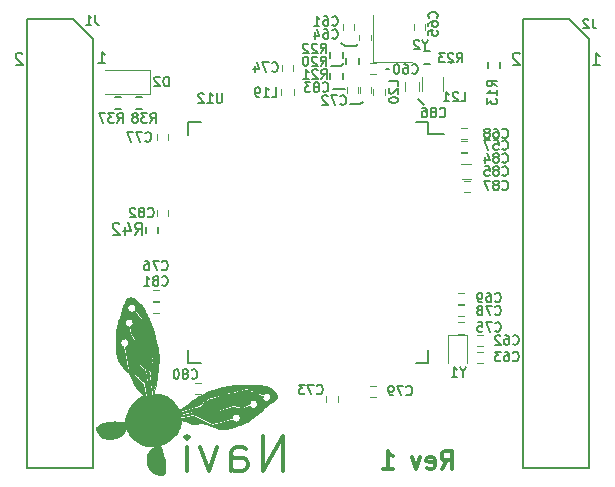
<source format=gbo>
G04 #@! TF.GenerationSoftware,KiCad,Pcbnew,(2017-02-19 revision a416f3a4e)-master*
G04 #@! TF.CreationDate,2017-03-09T22:49:21-08:00*
G04 #@! TF.ProjectId,Flight Computer,466C6967687420436F6D70757465722E,rev?*
G04 #@! TF.FileFunction,Legend,Bot*
G04 #@! TF.FilePolarity,Positive*
%FSLAX46Y46*%
G04 Gerber Fmt 4.6, Leading zero omitted, Abs format (unit mm)*
G04 Created by KiCad (PCBNEW (2017-02-19 revision a416f3a4e)-master) date 03/09/17 22:49:21*
%MOMM*%
%LPD*%
G01*
G04 APERTURE LIST*
%ADD10C,0.150000*%
%ADD11C,0.300000*%
%ADD12C,0.200000*%
%ADD13C,0.010000*%
%ADD14C,0.120000*%
%ADD15C,0.130000*%
G04 APERTURE END LIST*
D10*
D11*
X86285714Y-124178571D02*
X86785714Y-123464285D01*
X87142857Y-124178571D02*
X87142857Y-122678571D01*
X86571428Y-122678571D01*
X86428571Y-122750000D01*
X86357142Y-122821428D01*
X86285714Y-122964285D01*
X86285714Y-123178571D01*
X86357142Y-123321428D01*
X86428571Y-123392857D01*
X86571428Y-123464285D01*
X87142857Y-123464285D01*
X85071428Y-124107142D02*
X85214285Y-124178571D01*
X85500000Y-124178571D01*
X85642857Y-124107142D01*
X85714285Y-123964285D01*
X85714285Y-123392857D01*
X85642857Y-123250000D01*
X85500000Y-123178571D01*
X85214285Y-123178571D01*
X85071428Y-123250000D01*
X85000000Y-123392857D01*
X85000000Y-123535714D01*
X85714285Y-123678571D01*
X84500000Y-123178571D02*
X84142857Y-124178571D01*
X83785714Y-123178571D01*
X81285714Y-124178571D02*
X82142857Y-124178571D01*
X81714285Y-124178571D02*
X81714285Y-122678571D01*
X81857142Y-122892857D01*
X82000000Y-123035714D01*
X82142857Y-123107142D01*
X72871428Y-124357142D02*
X72871428Y-121357142D01*
X71157142Y-124357142D01*
X71157142Y-121357142D01*
X68442857Y-124357142D02*
X68442857Y-122785714D01*
X68585714Y-122500000D01*
X68871428Y-122357142D01*
X69442857Y-122357142D01*
X69728571Y-122500000D01*
X68442857Y-124214285D02*
X68728571Y-124357142D01*
X69442857Y-124357142D01*
X69728571Y-124214285D01*
X69871428Y-123928571D01*
X69871428Y-123642857D01*
X69728571Y-123357142D01*
X69442857Y-123214285D01*
X68728571Y-123214285D01*
X68442857Y-123071428D01*
X67300000Y-122357142D02*
X66585714Y-124357142D01*
X65871428Y-122357142D01*
X64728571Y-124357142D02*
X64728571Y-122357142D01*
X64728571Y-121357142D02*
X64871428Y-121500000D01*
X64728571Y-121642857D01*
X64585714Y-121500000D01*
X64728571Y-121357142D01*
X64728571Y-121642857D01*
D12*
X79600000Y-93100000D02*
X79400000Y-93300000D01*
X78500000Y-93300000D02*
X79400000Y-93300000D01*
X77100000Y-92000000D02*
X77100000Y-92000000D01*
X78100000Y-92000000D02*
X77100000Y-92000000D01*
X81600000Y-90300000D02*
X81600000Y-90300000D01*
X81850000Y-90300000D02*
X81600000Y-90300000D01*
X84300000Y-92900000D02*
X84300000Y-92900000D01*
X84800000Y-93400000D02*
X84300000Y-92900000D01*
X78000000Y-89850000D02*
X77800000Y-90050000D01*
X76950000Y-90050000D02*
X77800000Y-90050000D01*
X79200000Y-88200000D02*
X79000000Y-88400000D01*
X78100000Y-88400000D02*
X79000000Y-88400000D01*
X77800000Y-88100000D02*
X78100000Y-88400000D01*
X87100000Y-89800000D02*
X87100000Y-89800000D01*
D10*
X61225000Y-104200000D02*
X61225000Y-103700000D01*
X62275000Y-103700000D02*
X62275000Y-104200000D01*
D13*
G36*
X60079808Y-109683934D02*
X59925837Y-109663846D01*
X59783961Y-109684785D01*
X59689630Y-109728489D01*
X59650004Y-109756491D01*
X59616882Y-109788122D01*
X59584712Y-109832060D01*
X59547947Y-109896982D01*
X59501037Y-109991564D01*
X59443978Y-110112603D01*
X59379723Y-110254505D01*
X59328585Y-110379657D01*
X59285073Y-110503992D01*
X59243696Y-110643444D01*
X59198961Y-110813944D01*
X59190160Y-110849033D01*
X59148077Y-111011643D01*
X59101957Y-111179898D01*
X59056376Y-111337715D01*
X59015906Y-111469010D01*
X59001350Y-111512914D01*
X58926816Y-111732377D01*
X58867952Y-111910138D01*
X58823093Y-112052244D01*
X58790568Y-112164743D01*
X58768714Y-112253683D01*
X58755863Y-112325112D01*
X58750347Y-112385077D01*
X58749990Y-112424903D01*
X58744578Y-112662413D01*
X58718127Y-112945202D01*
X58706039Y-113039287D01*
X58696242Y-113145210D01*
X58690253Y-113279494D01*
X58688887Y-113419793D01*
X58690033Y-113480236D01*
X58694396Y-113630926D01*
X58699086Y-113802492D01*
X58703291Y-113965025D01*
X58704485Y-114013681D01*
X58715874Y-114168853D01*
X58741308Y-114352608D01*
X58777462Y-114548489D01*
X58821013Y-114740038D01*
X58868639Y-114910797D01*
X58908460Y-115023906D01*
X58960878Y-115124384D01*
X59044378Y-115249726D01*
X59151772Y-115391393D01*
X59275872Y-115540843D01*
X59409490Y-115689536D01*
X59545434Y-115828932D01*
X59676518Y-115950490D01*
X59718065Y-115985714D01*
X59818993Y-116083492D01*
X59913769Y-116207084D01*
X60004918Y-116361319D01*
X60094958Y-116551028D01*
X60186412Y-116781041D01*
X60281803Y-117056187D01*
X60289924Y-117081044D01*
X60331188Y-117180472D01*
X60392497Y-117276208D01*
X60484132Y-117384042D01*
X60494007Y-117394655D01*
X60582021Y-117490725D01*
X60672512Y-117592736D01*
X60748246Y-117681208D01*
X60759297Y-117694577D01*
X60824993Y-117770147D01*
X60887454Y-117834497D01*
X60927948Y-117869606D01*
X60975892Y-117906909D01*
X61000683Y-117931612D01*
X60986149Y-117952040D01*
X60936241Y-117989601D01*
X60860395Y-118037499D01*
X60826108Y-118057351D01*
X60600170Y-118199477D01*
X60406166Y-118355281D01*
X60225251Y-118539992D01*
X60216477Y-118549956D01*
X60087095Y-118701209D01*
X59984895Y-118831148D01*
X59900612Y-118953848D01*
X59824980Y-119083383D01*
X59748735Y-119233827D01*
X59704594Y-119327532D01*
X59620480Y-119518531D01*
X59561748Y-119676255D01*
X59526108Y-119810028D01*
X59511275Y-119929179D01*
X59514960Y-120043033D01*
X59519833Y-120080918D01*
X59529253Y-120182044D01*
X59517201Y-120240959D01*
X59478997Y-120263401D01*
X59409959Y-120255105D01*
X59383633Y-120247807D01*
X59287645Y-120226767D01*
X59178892Y-120213316D01*
X59143148Y-120211416D01*
X59049938Y-120205551D01*
X58932730Y-120193609D01*
X58822000Y-120178903D01*
X58712254Y-120165706D01*
X58607107Y-120158844D01*
X58529055Y-120159773D01*
X58528144Y-120159860D01*
X58456288Y-120166684D01*
X58351941Y-120176403D01*
X58233206Y-120187333D01*
X58183453Y-120191877D01*
X57977136Y-120216774D01*
X57800413Y-120253676D01*
X57632480Y-120308204D01*
X57452535Y-120385980D01*
X57436007Y-120393849D01*
X57279321Y-120471594D01*
X57164800Y-120536546D01*
X57087213Y-120594193D01*
X57041329Y-120650028D01*
X57021917Y-120709538D01*
X57023746Y-120778216D01*
X57031208Y-120818699D01*
X57058801Y-120896562D01*
X57109800Y-121000689D01*
X57176036Y-121117554D01*
X57249339Y-121233625D01*
X57321539Y-121335374D01*
X57384467Y-121409271D01*
X57392475Y-121416999D01*
X57479892Y-121477714D01*
X57611088Y-121537005D01*
X57788853Y-121596030D01*
X57898181Y-121626359D01*
X58068657Y-121654351D01*
X58245601Y-121654437D01*
X58406815Y-121627003D01*
X58439152Y-121616905D01*
X58534607Y-121587716D01*
X58645142Y-121559157D01*
X58693398Y-121548416D01*
X58894122Y-121491308D01*
X59060560Y-121408283D01*
X59118445Y-121368027D01*
X59203652Y-121289560D01*
X59295655Y-121182882D01*
X59380407Y-121066108D01*
X59443862Y-120957354D01*
X59454024Y-120935246D01*
X59501740Y-120828796D01*
X59536765Y-120763605D01*
X59563399Y-120733058D01*
X59585949Y-120730538D01*
X59586926Y-120730974D01*
X59608743Y-120759948D01*
X59640535Y-120824712D01*
X59676370Y-120912807D01*
X59686190Y-120939589D01*
X59729011Y-121045686D01*
X59781510Y-121146635D01*
X59849068Y-121249689D01*
X59937062Y-121362100D01*
X60050873Y-121491120D01*
X60195881Y-121644003D01*
X60248974Y-121698360D01*
X60321860Y-121762501D01*
X60425841Y-121841272D01*
X60547191Y-121925399D01*
X60672183Y-122005602D01*
X60787091Y-122072607D01*
X60850996Y-122105215D01*
X61023905Y-122170329D01*
X61226082Y-122221532D01*
X61440321Y-122256237D01*
X61649413Y-122271856D01*
X61657752Y-122271585D01*
X61338121Y-122122539D01*
X61301715Y-122118832D01*
X61236582Y-122101844D01*
X61149233Y-122072450D01*
X61124516Y-122063202D01*
X61024280Y-122025094D01*
X60932178Y-121990332D01*
X60867348Y-121966137D01*
X60865010Y-121965276D01*
X60810175Y-121937099D01*
X60783459Y-121907792D01*
X60783147Y-121906084D01*
X60792073Y-121900909D01*
X60514168Y-121771320D01*
X60487074Y-121766235D01*
X60466691Y-121757354D01*
X60424004Y-121728970D01*
X60413955Y-121705166D01*
X60440515Y-121692703D01*
X60479727Y-121715634D01*
X60506036Y-121748104D01*
X60514168Y-121771320D01*
X60792073Y-121900909D01*
X60801127Y-121895663D01*
X60856968Y-121910817D01*
X60891331Y-121924990D01*
X60972269Y-121959479D01*
X61043652Y-121987873D01*
X61063490Y-121995076D01*
X61160300Y-122028765D01*
X61190406Y-122039935D01*
X60390251Y-121666817D01*
X60376604Y-121662450D01*
X60339425Y-121630510D01*
X60288907Y-121581411D01*
X60235245Y-121525571D01*
X60188635Y-121473402D01*
X60159271Y-121435320D01*
X60154523Y-121425997D01*
X60163383Y-121423405D01*
X60185817Y-121443140D01*
X60227523Y-121485192D01*
X60285875Y-121542890D01*
X60305483Y-121562082D01*
X60355693Y-121615613D01*
X60386282Y-121656893D01*
X60390251Y-121666817D01*
X61190406Y-122039935D01*
X61223420Y-122052186D01*
X61267399Y-122070999D01*
X61298728Y-122086614D01*
X61339294Y-122112091D01*
X61338121Y-122122539D01*
X61657752Y-122271585D01*
X61746246Y-122268717D01*
X61425927Y-122119350D01*
X61398285Y-122135000D01*
X61391539Y-122132995D01*
X61372780Y-122114685D01*
X61373252Y-122112109D01*
X61398549Y-122099977D01*
X61407640Y-122098465D01*
X61428003Y-122110181D01*
X61425927Y-122119350D01*
X61746246Y-122268717D01*
X61836153Y-122265802D01*
X61880840Y-122260064D01*
X61964154Y-122248676D01*
X62025834Y-122242976D01*
X62049626Y-122243685D01*
X62058411Y-122265446D01*
X62025676Y-122304599D01*
X61949869Y-122362557D01*
X61842742Y-122432464D01*
X61709661Y-122521654D01*
X61611571Y-122604840D01*
X61536361Y-122695039D01*
X61471920Y-122805270D01*
X61445929Y-122859002D01*
X61357844Y-123096917D01*
X61318275Y-123330854D01*
X61327077Y-123566857D01*
X61384103Y-123810963D01*
X61420582Y-123912731D01*
X61512483Y-124114263D01*
X61617131Y-124274649D01*
X61742611Y-124403333D01*
X61897018Y-124509756D01*
X61962361Y-124545005D01*
X62068909Y-124594759D01*
X62177583Y-124638408D01*
X62265729Y-124666892D01*
X62269429Y-124667814D01*
X62423983Y-124703245D01*
X62538428Y-124722035D01*
X62621156Y-124722663D01*
X62680555Y-124703612D01*
X62725014Y-124663363D01*
X62762924Y-124600393D01*
X62774506Y-124576349D01*
X62826152Y-124425934D01*
X62862588Y-124230240D01*
X62883246Y-123992631D01*
X62886180Y-123917165D01*
X62886895Y-123732470D01*
X62875074Y-123578653D01*
X62847915Y-123436733D01*
X62802616Y-123287731D01*
X62786647Y-123243104D01*
X62756653Y-123154190D01*
X62737490Y-123083111D01*
X62732812Y-123043710D01*
X62733435Y-123041686D01*
X62729761Y-123010547D01*
X62712436Y-122939420D01*
X62683745Y-122836555D01*
X62645977Y-122710197D01*
X62607344Y-122587042D01*
X62474932Y-122173580D01*
X62277492Y-122081512D01*
X62259941Y-122101661D01*
X62192422Y-122119687D01*
X62075732Y-122135415D01*
X62005627Y-122141842D01*
X61903779Y-122150878D01*
X61802813Y-122160907D01*
X61769164Y-122164595D01*
X61690082Y-122171323D01*
X61648684Y-122166572D01*
X61645348Y-122162703D01*
X61093885Y-121905551D01*
X61092315Y-121906730D01*
X61054547Y-121905911D01*
X60984404Y-121883231D01*
X60892503Y-121843896D01*
X60789460Y-121793110D01*
X60685895Y-121736076D01*
X60592420Y-121677998D01*
X60525294Y-121628805D01*
X60457377Y-121568230D01*
X60382466Y-121494379D01*
X60350812Y-121460857D01*
X60143277Y-121364082D01*
X60133735Y-121376293D01*
X60120773Y-121372272D01*
X60105753Y-121355013D01*
X60112583Y-121349769D01*
X60141188Y-121359753D01*
X60143277Y-121364082D01*
X60350812Y-121460857D01*
X60308886Y-121416457D01*
X60290265Y-121395256D01*
X60084692Y-121299396D01*
X60073732Y-121320152D01*
X60065165Y-121318316D01*
X60040455Y-121286341D01*
X60038651Y-121277927D01*
X60049612Y-121257170D01*
X60058179Y-121259007D01*
X60082889Y-121290980D01*
X60084692Y-121299396D01*
X60290265Y-121395256D01*
X60244954Y-121343669D01*
X60198995Y-121285219D01*
X60197018Y-121281710D01*
X60007937Y-121193540D01*
X59991059Y-121199683D01*
X59984917Y-121182805D01*
X60001794Y-121176662D01*
X60007937Y-121193540D01*
X60197018Y-121281710D01*
X60179328Y-121250315D01*
X60179517Y-121246295D01*
X60197143Y-121251825D01*
X60216353Y-121273122D01*
X60341690Y-121413824D01*
X60501464Y-121553333D01*
X60680363Y-121680189D01*
X60863074Y-121782930D01*
X60947116Y-121820107D01*
X61040689Y-121860154D01*
X61088570Y-121888014D01*
X61093885Y-121905551D01*
X61645348Y-122162703D01*
X61632690Y-122148024D01*
X61630896Y-122138500D01*
X61652677Y-122126794D01*
X61712510Y-122118162D01*
X61797661Y-122114405D01*
X61801638Y-122114380D01*
X61962591Y-122108751D01*
X62003241Y-122104789D01*
X61810859Y-122015080D01*
X61777943Y-122032296D01*
X61708204Y-122040367D01*
X61614857Y-122038895D01*
X61511123Y-122027479D01*
X61494125Y-122024647D01*
X61386071Y-122003783D01*
X61323299Y-121986576D01*
X61300564Y-121971453D01*
X61300961Y-121966630D01*
X61326291Y-121965028D01*
X61387421Y-121970861D01*
X61455637Y-121980511D01*
X61547787Y-121992354D01*
X61627590Y-121997908D01*
X61640445Y-121997612D01*
X61107619Y-121749151D01*
X61072151Y-121747051D01*
X61004931Y-121723783D01*
X60917348Y-121685009D01*
X60820788Y-121636389D01*
X60726640Y-121583585D01*
X60646290Y-121532258D01*
X60600961Y-121497279D01*
X60536536Y-121434452D01*
X60509887Y-121396332D01*
X60520198Y-121386295D01*
X60566654Y-121407723D01*
X60614922Y-121439470D01*
X60684147Y-121484766D01*
X60780728Y-121543378D01*
X60887169Y-121604775D01*
X60920795Y-121623479D01*
X61008014Y-121673755D01*
X61072631Y-121715408D01*
X61105883Y-121742544D01*
X61107619Y-121749151D01*
X61640445Y-121997612D01*
X61665127Y-121997044D01*
X61712946Y-121994279D01*
X61349581Y-121824839D01*
X61316417Y-121813281D01*
X61285425Y-121794425D01*
X61289489Y-121791137D01*
X61251029Y-121773203D01*
X61234151Y-121779346D01*
X61228008Y-121762469D01*
X61244886Y-121756326D01*
X61251029Y-121773203D01*
X61289489Y-121791137D01*
X61293056Y-121788253D01*
X61341605Y-121807189D01*
X61350607Y-121815089D01*
X61349581Y-121824839D01*
X61712946Y-121994279D01*
X61742057Y-121992596D01*
X61773910Y-121996313D01*
X61456160Y-121848144D01*
X61431814Y-121841278D01*
X61403930Y-121823123D01*
X61407238Y-121815099D01*
X61440611Y-121823970D01*
X61452208Y-121833856D01*
X61456160Y-121848144D01*
X61773910Y-121996313D01*
X61795046Y-121998780D01*
X61811288Y-122014008D01*
X61810859Y-122015080D01*
X62003241Y-122104789D01*
X62068646Y-122098413D01*
X61917064Y-122027729D01*
X61900186Y-122033872D01*
X61894043Y-122016994D01*
X61910921Y-122010851D01*
X61917064Y-122027729D01*
X62068646Y-122098413D01*
X62108558Y-122094523D01*
X62222266Y-122073412D01*
X62227568Y-122071996D01*
X62267388Y-122072292D01*
X62277492Y-122081512D01*
X62474932Y-122173580D01*
X62469686Y-122157200D01*
X62704973Y-122062142D01*
X62885419Y-121976842D01*
X62888026Y-121975306D01*
X62773717Y-121922002D01*
X62757052Y-121943357D01*
X62705170Y-121974067D01*
X62631334Y-122008310D01*
X62548809Y-122040263D01*
X62470857Y-122064105D01*
X62431799Y-122072094D01*
X62358220Y-122082509D01*
X62323176Y-122084977D01*
X62314874Y-122078453D01*
X62321324Y-122062312D01*
X62350428Y-122041690D01*
X62410404Y-122017655D01*
X62434817Y-122010138D01*
X62527083Y-121982941D01*
X62628685Y-121951768D01*
X62653024Y-121944085D01*
X62721238Y-121925452D01*
X62765378Y-121919236D01*
X62773717Y-121922002D01*
X62888026Y-121975306D01*
X63070782Y-121867667D01*
X63097331Y-121849426D01*
X62978848Y-121794176D01*
X62961971Y-121800319D01*
X62955828Y-121783442D01*
X62972705Y-121777299D01*
X62978848Y-121794176D01*
X63097331Y-121849426D01*
X63165996Y-121802246D01*
X63276296Y-121715964D01*
X63393153Y-121614910D01*
X63481855Y-121531939D01*
X63423705Y-121504823D01*
X63384820Y-121542503D01*
X63325941Y-121591127D01*
X63258152Y-121642003D01*
X63192542Y-121686441D01*
X63140200Y-121715752D01*
X63138296Y-121716593D01*
X63092270Y-121745961D01*
X63076584Y-121764887D01*
X63049367Y-121783143D01*
X63040990Y-121781115D01*
X63028993Y-121752940D01*
X63033438Y-121737209D01*
X63064169Y-121704787D01*
X63076158Y-121700827D01*
X63108841Y-121685254D01*
X63169815Y-121647146D01*
X63246647Y-121594334D01*
X63256650Y-121587157D01*
X63333329Y-121535094D01*
X63375234Y-121510662D01*
X63254863Y-121454532D01*
X63217794Y-121495535D01*
X63156893Y-121549595D01*
X63081225Y-121608922D01*
X62999851Y-121665724D01*
X62963153Y-121688767D01*
X62902317Y-121720038D01*
X62810614Y-121760629D01*
X62697477Y-121807045D01*
X62572337Y-121855792D01*
X62444625Y-121903375D01*
X62323773Y-121946298D01*
X62219213Y-121981068D01*
X62140376Y-122004189D01*
X62096694Y-122012167D01*
X62092415Y-122011406D01*
X62086714Y-122002826D01*
X61794645Y-121866632D01*
X61761074Y-121882318D01*
X61704626Y-121890442D01*
X61700475Y-121890534D01*
X61620588Y-121885073D01*
X61568046Y-121868521D01*
X61564516Y-121862435D01*
X60398073Y-121318514D01*
X60380740Y-121309495D01*
X60375754Y-121304332D01*
X59954462Y-121107881D01*
X59944920Y-121120092D01*
X59931958Y-121116072D01*
X59916937Y-121098813D01*
X59923768Y-121093568D01*
X59952372Y-121103552D01*
X59954462Y-121107881D01*
X60375754Y-121304332D01*
X60344825Y-121272309D01*
X60301223Y-121220168D01*
X60260821Y-121166285D01*
X60251402Y-121151103D01*
X60039012Y-121052063D01*
X60035164Y-121052094D01*
X60021713Y-121026091D01*
X60020161Y-121017072D01*
X60022391Y-121004099D01*
X59829856Y-120914319D01*
X59812979Y-120920462D01*
X59806836Y-120903584D01*
X59823713Y-120897441D01*
X59829856Y-120914319D01*
X60022391Y-121004099D01*
X60024331Y-120992815D01*
X60028178Y-120992785D01*
X60041629Y-121018787D01*
X60043181Y-121027807D01*
X60039012Y-121052063D01*
X60251402Y-121151103D01*
X60234507Y-121123870D01*
X60231221Y-121116068D01*
X60237581Y-121111817D01*
X60267906Y-121141479D01*
X60310050Y-121191748D01*
X60358845Y-121255695D01*
X60390593Y-121302100D01*
X60398073Y-121318514D01*
X61564516Y-121862435D01*
X61554157Y-121844576D01*
X61554847Y-121842881D01*
X61582853Y-121832778D01*
X61636734Y-121832552D01*
X61708816Y-121838361D01*
X61758626Y-121841612D01*
X61796705Y-121850643D01*
X61794645Y-121866632D01*
X62086714Y-122002826D01*
X62076706Y-121987764D01*
X62077972Y-121983652D01*
X62104975Y-121968462D01*
X62130715Y-121959201D01*
X61889390Y-121846669D01*
X61872513Y-121852812D01*
X61866370Y-121835935D01*
X61883247Y-121829792D01*
X61889390Y-121846669D01*
X62130715Y-121959201D01*
X62166983Y-121946154D01*
X62183757Y-121941182D01*
X61658359Y-121696184D01*
X61646905Y-121700555D01*
X61567634Y-121705108D01*
X61466435Y-121694398D01*
X61367249Y-121672384D01*
X61294016Y-121643020D01*
X61292294Y-121641956D01*
X61210200Y-121590304D01*
X61240101Y-121597070D01*
X61051882Y-121509303D01*
X61037895Y-121526213D01*
X61000844Y-121527738D01*
X60979920Y-121520667D01*
X60937864Y-121496348D01*
X60871114Y-121453053D01*
X60814098Y-121414035D01*
X60741877Y-121361751D01*
X60684828Y-121317350D01*
X60660831Y-121295941D01*
X60627943Y-121263795D01*
X60618515Y-121256470D01*
X60597873Y-121226783D01*
X60594472Y-121217877D01*
X60600364Y-121212889D01*
X60190745Y-121021881D01*
X60181203Y-121034092D01*
X60168241Y-121030072D01*
X60153220Y-121012813D01*
X60160051Y-121007568D01*
X60160352Y-121007673D01*
X60009773Y-120937457D01*
X60002625Y-120952382D01*
X59998409Y-120950878D01*
X59986528Y-120926185D01*
X59976909Y-120891807D01*
X59969714Y-120855255D01*
X59978970Y-120866531D01*
X59989652Y-120887168D01*
X60009773Y-120937457D01*
X60160352Y-121007673D01*
X60188655Y-121017552D01*
X60190745Y-121021881D01*
X60600364Y-121212889D01*
X60603548Y-121210195D01*
X60641114Y-121233991D01*
X60645901Y-121237807D01*
X60702636Y-121279627D01*
X60784672Y-121335488D01*
X60875971Y-121394970D01*
X60960492Y-121447660D01*
X61022195Y-121483140D01*
X61029006Y-121486587D01*
X61051882Y-121509303D01*
X61240101Y-121597070D01*
X61349628Y-121621857D01*
X61443915Y-121640725D01*
X61531025Y-121654133D01*
X61568014Y-121657701D01*
X61621190Y-121666402D01*
X61655558Y-121681538D01*
X61658359Y-121696184D01*
X62183757Y-121941182D01*
X62237935Y-121925121D01*
X62059715Y-121842016D01*
X62042837Y-121848159D01*
X62036694Y-121831281D01*
X62053572Y-121825138D01*
X62059715Y-121842016D01*
X62237935Y-121925121D01*
X62466870Y-121854905D01*
X62681548Y-121774030D01*
X62873903Y-121686351D01*
X63035870Y-121595715D01*
X63061901Y-121576802D01*
X62931806Y-121516138D01*
X62915560Y-121540585D01*
X62861274Y-121577942D01*
X62778573Y-121623548D01*
X62677079Y-121672740D01*
X62566415Y-121720857D01*
X62456207Y-121763237D01*
X62356078Y-121795219D01*
X62355188Y-121795462D01*
X62232172Y-121827615D01*
X62151480Y-121844534D01*
X62107181Y-121846860D01*
X62093340Y-121835223D01*
X62094646Y-121830282D01*
X61785153Y-121685963D01*
X61777329Y-121696324D01*
X61734352Y-121701789D01*
X61717837Y-121696609D01*
X61702902Y-121677607D01*
X60143019Y-120950221D01*
X60133974Y-120958041D01*
X60115690Y-120931859D01*
X60089989Y-120876245D01*
X60084290Y-120861900D01*
X60079673Y-120848643D01*
X59957181Y-120791524D01*
X59946221Y-120812280D01*
X59937654Y-120810444D01*
X59912944Y-120778469D01*
X59911140Y-120770055D01*
X59922101Y-120749298D01*
X59930668Y-120751135D01*
X59955378Y-120783108D01*
X59957181Y-120791524D01*
X60079673Y-120848643D01*
X60066195Y-120809948D01*
X60069493Y-120800403D01*
X60086611Y-120819413D01*
X60114611Y-120864676D01*
X60135325Y-120913872D01*
X60143019Y-120950221D01*
X61702902Y-121677607D01*
X61700446Y-121674482D01*
X61708269Y-121664121D01*
X61751247Y-121658655D01*
X61767762Y-121663837D01*
X61785153Y-121685963D01*
X62094646Y-121830282D01*
X62096522Y-121823183D01*
X62125024Y-121808241D01*
X62182549Y-121796750D01*
X62186107Y-121796348D01*
X62221549Y-121789309D01*
X62016726Y-121693798D01*
X61985019Y-121707347D01*
X61923342Y-121698683D01*
X61880995Y-121684368D01*
X61876724Y-121672913D01*
X61914374Y-121664430D01*
X61918491Y-121664059D01*
X61935784Y-121663696D01*
X61288663Y-121361939D01*
X61223610Y-121351191D01*
X61155902Y-121329375D01*
X61088423Y-121291728D01*
X61036784Y-121248913D01*
X61028217Y-121233079D01*
X60353539Y-120918472D01*
X60349691Y-120918503D01*
X60342478Y-120904558D01*
X59925152Y-120709955D01*
X59910742Y-120711624D01*
X59893929Y-120667783D01*
X59890909Y-120655524D01*
X59887892Y-120640196D01*
X59738933Y-120570735D01*
X59724005Y-120595730D01*
X59716402Y-120595169D01*
X59708761Y-120570134D01*
X59696658Y-120508200D01*
X59682711Y-120422767D01*
X59682698Y-120422675D01*
X59672166Y-120337008D01*
X59668985Y-120274270D01*
X59673837Y-120247990D01*
X59673877Y-120247975D01*
X59687752Y-120265819D01*
X59699819Y-120317472D01*
X59701017Y-120326325D01*
X59715480Y-120405935D01*
X59733773Y-120471238D01*
X59743118Y-120522604D01*
X59738933Y-120570735D01*
X59887892Y-120640196D01*
X59883714Y-120618972D01*
X59892970Y-120630248D01*
X59903652Y-120650885D01*
X59922292Y-120694149D01*
X59925152Y-120709955D01*
X60342478Y-120904558D01*
X60336240Y-120892500D01*
X60334688Y-120883481D01*
X60338858Y-120859223D01*
X60342705Y-120859193D01*
X60306518Y-120842319D01*
X60291370Y-120816837D01*
X60274810Y-120771482D01*
X60271530Y-120757881D01*
X60014701Y-120638120D01*
X60005457Y-120622006D01*
X60003651Y-120617013D01*
X59871181Y-120555241D01*
X59859465Y-120575602D01*
X59850296Y-120573527D01*
X59834646Y-120545885D01*
X59836650Y-120539139D01*
X59854961Y-120520380D01*
X59857537Y-120520852D01*
X59869669Y-120546148D01*
X59871181Y-120555241D01*
X60003651Y-120617013D01*
X59986599Y-120569875D01*
X59974344Y-120531631D01*
X59840747Y-120469334D01*
X59829535Y-120465578D01*
X59819168Y-120431290D01*
X59815834Y-120383353D01*
X59823293Y-120365611D01*
X59838553Y-120380462D01*
X59846462Y-120421354D01*
X59842868Y-120463629D01*
X59840747Y-120469334D01*
X59974344Y-120531631D01*
X59970131Y-120518485D01*
X59952157Y-120438943D01*
X59949380Y-120375841D01*
X59951564Y-120368517D01*
X59830446Y-120312039D01*
X59813188Y-120327060D01*
X59807943Y-120320229D01*
X59817927Y-120291625D01*
X59822256Y-120289535D01*
X59834467Y-120299077D01*
X59830446Y-120312039D01*
X59951564Y-120368517D01*
X59956143Y-120353153D01*
X59973666Y-120351059D01*
X59989129Y-120397242D01*
X60000713Y-120472788D01*
X60009809Y-120555764D01*
X60014746Y-120615907D01*
X60014701Y-120638120D01*
X60271530Y-120757881D01*
X60263776Y-120725737D01*
X60266124Y-120711380D01*
X60281272Y-120736861D01*
X60297830Y-120782216D01*
X60308866Y-120827961D01*
X60306518Y-120842319D01*
X60342705Y-120859193D01*
X60356156Y-120885195D01*
X60357708Y-120894215D01*
X60353539Y-120918472D01*
X61028217Y-121233079D01*
X61016592Y-121211594D01*
X61016712Y-121209841D01*
X61029663Y-121196352D01*
X61066196Y-121218406D01*
X61083766Y-121233152D01*
X61131624Y-121272409D01*
X61161732Y-121292879D01*
X61162702Y-121293245D01*
X61194548Y-121308560D01*
X61233453Y-121330081D01*
X61288663Y-121361939D01*
X61935784Y-121663696D01*
X61990188Y-121662558D01*
X62018924Y-121675189D01*
X62016726Y-121693798D01*
X62221549Y-121789309D01*
X62279987Y-121777703D01*
X62350964Y-121756875D01*
X62136523Y-121656880D01*
X62128713Y-121663997D01*
X62087885Y-121671937D01*
X62080731Y-121669648D01*
X62074865Y-121649645D01*
X62082673Y-121642528D01*
X62123502Y-121634587D01*
X62130656Y-121636877D01*
X62136523Y-121656880D01*
X62350964Y-121756875D01*
X62402257Y-121741823D01*
X62536154Y-121694746D01*
X62664916Y-121642511D01*
X62771777Y-121591157D01*
X62799412Y-121575412D01*
X62867755Y-121537350D01*
X62916039Y-121516528D01*
X62931806Y-121516138D01*
X63061901Y-121576802D01*
X63159383Y-121505978D01*
X63202455Y-121464557D01*
X63240018Y-121436530D01*
X63259040Y-121434380D01*
X63254863Y-121454532D01*
X63375234Y-121510662D01*
X63394840Y-121499231D01*
X63429403Y-121486327D01*
X63431505Y-121486776D01*
X63423705Y-121504823D01*
X63481855Y-121531939D01*
X63507450Y-121507997D01*
X63512765Y-121502617D01*
X63175445Y-121345322D01*
X63161483Y-121371005D01*
X63119136Y-121410749D01*
X63063849Y-121452929D01*
X63011061Y-121485920D01*
X62976217Y-121498095D01*
X62973449Y-121497387D01*
X62979086Y-121478258D01*
X63017102Y-121440442D01*
X63050169Y-121414053D01*
X63109514Y-121369816D01*
X63137049Y-121349469D01*
X62972682Y-121272823D01*
X62963671Y-121288974D01*
X62921448Y-121321848D01*
X62857518Y-121364073D01*
X62783390Y-121408271D01*
X62710570Y-121447070D01*
X62675253Y-121463433D01*
X62631097Y-121486456D01*
X62620564Y-121500929D01*
X62621216Y-121501293D01*
X62609316Y-121514003D01*
X62561408Y-121538805D01*
X62509531Y-121561317D01*
X62418051Y-121594048D01*
X62362358Y-121603584D01*
X62346418Y-121589387D01*
X62348534Y-121583250D01*
X62373474Y-121568244D01*
X62432148Y-121542098D01*
X62443246Y-121537665D01*
X62212383Y-121430012D01*
X62193569Y-121443185D01*
X62141160Y-121460910D01*
X62071622Y-121479112D01*
X62001424Y-121493716D01*
X61947033Y-121500649D01*
X61930254Y-121499821D01*
X61883368Y-121493418D01*
X61831620Y-121489745D01*
X61695123Y-121472745D01*
X61601434Y-121442467D01*
X61565741Y-121423638D01*
X61576611Y-121413930D01*
X61586905Y-121412294D01*
X61591586Y-121412567D01*
X60747289Y-121018865D01*
X60741889Y-121017310D01*
X60705879Y-120991169D01*
X60666847Y-120954681D01*
X60621022Y-120888793D01*
X60601581Y-120849556D01*
X60245719Y-120683615D01*
X60235565Y-120671663D01*
X60217528Y-120623623D01*
X60195513Y-120552823D01*
X60173422Y-120472588D01*
X60155158Y-120396246D01*
X60154136Y-120390578D01*
X59695218Y-120176581D01*
X59677063Y-120204465D01*
X59669039Y-120201157D01*
X59677910Y-120167784D01*
X59687795Y-120156187D01*
X59702083Y-120152234D01*
X59695218Y-120176581D01*
X60154136Y-120390578D01*
X60144897Y-120339387D01*
X60142875Y-120312042D01*
X59694867Y-120103132D01*
X59690543Y-120106672D01*
X59678410Y-120082480D01*
X59670018Y-120055063D01*
X59669087Y-120020488D01*
X59680838Y-120018070D01*
X59699967Y-120049375D01*
X59701363Y-120069679D01*
X59694867Y-120103132D01*
X60142875Y-120312042D01*
X60140780Y-120283729D01*
X59941031Y-120190584D01*
X59929271Y-120191018D01*
X59917065Y-120159878D01*
X59909181Y-120106283D01*
X59908342Y-120074387D01*
X59911378Y-120043149D01*
X59832791Y-120006503D01*
X59805421Y-120019356D01*
X59799669Y-120017430D01*
X59788204Y-119989271D01*
X59793385Y-119970806D01*
X59815656Y-119952183D01*
X59826506Y-119959879D01*
X59834925Y-119999634D01*
X59832791Y-120006503D01*
X59911378Y-120043149D01*
X59914814Y-120007787D01*
X59930430Y-119923387D01*
X59941009Y-119879045D01*
X59727962Y-119779700D01*
X59702550Y-119776310D01*
X59690547Y-119747740D01*
X59696944Y-119708465D01*
X59717318Y-119644594D01*
X59745644Y-119570846D01*
X59775898Y-119501942D01*
X59802054Y-119452603D01*
X59817620Y-119437259D01*
X59820199Y-119463735D01*
X59806400Y-119522222D01*
X59789724Y-119571386D01*
X59762515Y-119652694D01*
X59745281Y-119720910D01*
X59742196Y-119745404D01*
X59727962Y-119779700D01*
X59941009Y-119879045D01*
X59951685Y-119834291D01*
X59974064Y-119757090D01*
X59884141Y-119715158D01*
X59868403Y-119739182D01*
X59860292Y-119715028D01*
X59859423Y-119708984D01*
X59858236Y-119660506D01*
X59861542Y-119645259D01*
X59879530Y-119643474D01*
X59886259Y-119651433D01*
X59890970Y-119693625D01*
X59884141Y-119715158D01*
X59974064Y-119757090D01*
X59975074Y-119753605D01*
X59997093Y-119694431D01*
X60014238Y-119669877D01*
X60016460Y-119670108D01*
X60018616Y-119696309D01*
X60011787Y-119760347D01*
X59997397Y-119850333D01*
X59990201Y-119889076D01*
X59971117Y-119992615D01*
X59956323Y-120081269D01*
X59948300Y-120139885D01*
X59947579Y-120149459D01*
X59941031Y-120190584D01*
X60140780Y-120283729D01*
X60138749Y-120256280D01*
X60140633Y-120184964D01*
X60149485Y-120139220D01*
X60161067Y-120130395D01*
X60170096Y-120158124D01*
X60176435Y-120221436D01*
X60178416Y-120285496D01*
X60185797Y-120393542D01*
X60203624Y-120503463D01*
X60215744Y-120551030D01*
X60235733Y-120622609D01*
X60245783Y-120672060D01*
X60245719Y-120683615D01*
X60601581Y-120849556D01*
X60564965Y-120775655D01*
X60499785Y-120617534D01*
X60492135Y-120597568D01*
X60486232Y-120539568D01*
X60492877Y-120514192D01*
X60509297Y-120515946D01*
X60536627Y-120563885D01*
X60573242Y-120654969D01*
X60583874Y-120684743D01*
X60619733Y-120780438D01*
X60652640Y-120856416D01*
X60677243Y-120900736D01*
X60683474Y-120906884D01*
X60710112Y-120931321D01*
X60735490Y-120969214D01*
X60750815Y-121003936D01*
X60747289Y-121018865D01*
X61591586Y-121412567D01*
X61639053Y-121415333D01*
X61712656Y-121429978D01*
X61730569Y-121434765D01*
X61806631Y-121445741D01*
X61910250Y-121447464D01*
X62018757Y-121439582D01*
X62109789Y-121430102D01*
X62156047Y-121427548D01*
X61360902Y-121056766D01*
X61334734Y-121063068D01*
X61295818Y-121039075D01*
X61234497Y-120991190D01*
X61176979Y-120948343D01*
X61118973Y-120896656D01*
X61080001Y-120847790D01*
X61063494Y-120815948D01*
X61074127Y-120814988D01*
X61118331Y-120844880D01*
X61122125Y-120847607D01*
X61180884Y-120894475D01*
X61223479Y-120936259D01*
X61225124Y-120938309D01*
X61271221Y-120978781D01*
X61313737Y-121003709D01*
X61353730Y-121032734D01*
X61360902Y-121056766D01*
X62156047Y-121427548D01*
X62178180Y-121426326D01*
X62211198Y-121428884D01*
X62212383Y-121430012D01*
X62443246Y-121537665D01*
X62493349Y-121517656D01*
X62522671Y-121504692D01*
X61663095Y-121103865D01*
X61638748Y-121096999D01*
X61610864Y-121078844D01*
X61614172Y-121070820D01*
X61647545Y-121079691D01*
X61659142Y-121089577D01*
X61663095Y-121103865D01*
X62522671Y-121504692D01*
X62561572Y-121487494D01*
X61042048Y-120778928D01*
X61025170Y-120785071D01*
X61019027Y-120768194D01*
X61035905Y-120762051D01*
X61042048Y-120778928D01*
X62561572Y-121487494D01*
X62589398Y-121475193D01*
X62592197Y-121473749D01*
X61006742Y-120734439D01*
X60989864Y-120740582D01*
X60983721Y-120723704D01*
X61000599Y-120717561D01*
X61006742Y-120734439D01*
X62592197Y-121473749D01*
X62701318Y-121417486D01*
X62793014Y-121364204D01*
X62872845Y-121316967D01*
X62936090Y-121284333D01*
X62970694Y-121272435D01*
X62972682Y-121272823D01*
X63137049Y-121349469D01*
X63149783Y-121340060D01*
X63158502Y-121333782D01*
X63174967Y-121344090D01*
X63175445Y-121345322D01*
X63512765Y-121502617D01*
X63610067Y-121404131D01*
X63641438Y-121368889D01*
X63582369Y-121341344D01*
X63552811Y-121381531D01*
X63509624Y-121419408D01*
X63468547Y-121443525D01*
X63445323Y-121442430D01*
X63444866Y-121441385D01*
X63455104Y-121408518D01*
X63492200Y-121361380D01*
X63498068Y-121355496D01*
X63548364Y-121315217D01*
X63581421Y-121304649D01*
X63588324Y-121325288D01*
X63582369Y-121341344D01*
X63641438Y-121368889D01*
X63691884Y-121312222D01*
X63743782Y-121241177D01*
X63747986Y-121233695D01*
X63763889Y-121209778D01*
X63764472Y-121230011D01*
X63758726Y-121261014D01*
X63749298Y-121312741D01*
X63755498Y-121320227D01*
X63782798Y-121289007D01*
X63784424Y-121287010D01*
X63852838Y-121191062D01*
X63871938Y-121159663D01*
X63841796Y-121145608D01*
X63824538Y-121160629D01*
X63819294Y-121153798D01*
X63829278Y-121125194D01*
X63833607Y-121123105D01*
X63845818Y-121132646D01*
X63841796Y-121145608D01*
X63871938Y-121159663D01*
X63929684Y-121064729D01*
X63980162Y-120971910D01*
X63950255Y-120957964D01*
X63926310Y-121004477D01*
X63915392Y-121014273D01*
X63915966Y-121005359D01*
X63937457Y-120948078D01*
X63958439Y-120913062D01*
X63970453Y-120903130D01*
X63961365Y-120932579D01*
X63950255Y-120957964D01*
X63980162Y-120971910D01*
X64005571Y-120925192D01*
X64066507Y-120799156D01*
X63963826Y-120751275D01*
X63924442Y-120826071D01*
X63872184Y-120917646D01*
X63811912Y-121017344D01*
X63748484Y-121116510D01*
X63716465Y-121164123D01*
X63667761Y-121228775D01*
X63629395Y-121268128D01*
X63610494Y-121273920D01*
X63608192Y-121243833D01*
X63612235Y-121239812D01*
X63635273Y-121211765D01*
X63679336Y-121147321D01*
X63739690Y-121053868D01*
X63811600Y-120938791D01*
X63890331Y-120809481D01*
X63901922Y-120790110D01*
X63798216Y-120741751D01*
X63749475Y-120838174D01*
X63736170Y-120862764D01*
X63661693Y-120992332D01*
X63591492Y-121101679D01*
X63530256Y-121184436D01*
X63482680Y-121234237D01*
X63454362Y-121245202D01*
X63449573Y-121221353D01*
X63463061Y-121200214D01*
X63512327Y-121137014D01*
X63574946Y-121045746D01*
X63640243Y-120943097D01*
X63668050Y-120895855D01*
X63562734Y-120846745D01*
X63506008Y-120949615D01*
X63440127Y-121054517D01*
X63371267Y-121152834D01*
X63305602Y-121235948D01*
X63249308Y-121295242D01*
X63208560Y-121322101D01*
X63197690Y-121321695D01*
X63198740Y-121299966D01*
X63230002Y-121260973D01*
X63230895Y-121260108D01*
X63265988Y-121218807D01*
X63321008Y-121145479D01*
X63388236Y-121050717D01*
X63455389Y-120951970D01*
X63337440Y-120896969D01*
X63301422Y-120955733D01*
X63252646Y-121020497D01*
X63197952Y-121080467D01*
X63182822Y-121094649D01*
X63115894Y-121155163D01*
X63053278Y-121212316D01*
X63012369Y-121241987D01*
X62995767Y-121236369D01*
X62995822Y-121232661D01*
X63015617Y-121198505D01*
X63063960Y-121144914D01*
X63121365Y-121091518D01*
X63170451Y-121044502D01*
X62943822Y-120938824D01*
X62922539Y-120981783D01*
X62911920Y-120997011D01*
X62854284Y-121061810D01*
X62777624Y-121128246D01*
X62693656Y-121188484D01*
X62614087Y-121234689D01*
X62550629Y-121259025D01*
X62521152Y-121258452D01*
X62516720Y-121241449D01*
X62534982Y-121229869D01*
X62600513Y-121190651D01*
X62682189Y-121131956D01*
X62705675Y-121113121D01*
X62408230Y-120974420D01*
X62375620Y-120998411D01*
X62306457Y-121025973D01*
X62214449Y-121053299D01*
X62113305Y-121076583D01*
X62016732Y-121092021D01*
X61971141Y-121095762D01*
X61885917Y-121099304D01*
X61840095Y-121100132D01*
X61822326Y-121097668D01*
X61821257Y-121091340D01*
X61822668Y-121088232D01*
X61824288Y-121087641D01*
X60971436Y-120689950D01*
X60954558Y-120696092D01*
X60948415Y-120679215D01*
X60965293Y-120673072D01*
X60971436Y-120689950D01*
X61824288Y-121087641D01*
X61848243Y-121078922D01*
X61907922Y-121065917D01*
X60940981Y-120615025D01*
X60931439Y-120627236D01*
X60918477Y-120623216D01*
X60903456Y-120605957D01*
X60910287Y-120600712D01*
X60938891Y-120610696D01*
X60940981Y-120615025D01*
X61907922Y-121065917D01*
X61909384Y-121065599D01*
X61971430Y-121054694D01*
X62082165Y-121034148D01*
X62205193Y-121007367D01*
X62266779Y-120992280D01*
X62276321Y-120990144D01*
X60467969Y-120146896D01*
X60451092Y-120153038D01*
X60444949Y-120136161D01*
X60461826Y-120130018D01*
X60467969Y-120146896D01*
X62276321Y-120990144D01*
X62343573Y-120975088D01*
X62364013Y-120972641D01*
X60754024Y-120221891D01*
X60740603Y-120231988D01*
X60728862Y-120202913D01*
X60728541Y-120198337D01*
X60471785Y-120078611D01*
X60454527Y-120093631D01*
X60449283Y-120086801D01*
X60459267Y-120058196D01*
X60463595Y-120056107D01*
X60475807Y-120065649D01*
X60471785Y-120078611D01*
X60728541Y-120198337D01*
X60724540Y-120141543D01*
X60724977Y-120126611D01*
X60475601Y-120010325D01*
X60458724Y-120016468D01*
X60452581Y-119999591D01*
X60469459Y-119993448D01*
X60475601Y-120010325D01*
X60724977Y-120126611D01*
X60725398Y-120112226D01*
X60738294Y-120023521D01*
X60739032Y-120021062D01*
X60472499Y-119896776D01*
X60455622Y-119902918D01*
X60449479Y-119886041D01*
X60466356Y-119879898D01*
X60472499Y-119896776D01*
X60739032Y-120021062D01*
X60757468Y-119959594D01*
X60265499Y-119730185D01*
X60246642Y-119761178D01*
X60240470Y-119753546D01*
X60248949Y-119731809D01*
X60050700Y-119639364D01*
X60041159Y-119651576D01*
X60028196Y-119647555D01*
X60013176Y-119630296D01*
X60020006Y-119625052D01*
X60048611Y-119635036D01*
X60050700Y-119639364D01*
X60248949Y-119731809D01*
X60259407Y-119704998D01*
X60260883Y-119703315D01*
X59933297Y-119550559D01*
X59905100Y-119594956D01*
X59887654Y-119596652D01*
X59886068Y-119563432D01*
X59904123Y-119506116D01*
X59929424Y-119463650D01*
X59949217Y-119456909D01*
X59950203Y-119458193D01*
X59951413Y-119495666D01*
X59933297Y-119550559D01*
X60260883Y-119703315D01*
X60267306Y-119695996D01*
X60277056Y-119697022D01*
X60265499Y-119730185D01*
X60757468Y-119959594D01*
X60762449Y-119942985D01*
X60768739Y-119929250D01*
X60780305Y-119908474D01*
X60516034Y-119785242D01*
X60497659Y-119817457D01*
X60488416Y-119806108D01*
X60493085Y-119766246D01*
X60065767Y-119566984D01*
X60048890Y-119573127D01*
X60042747Y-119556250D01*
X60059624Y-119550107D01*
X60065767Y-119566984D01*
X60493085Y-119766246D01*
X60494167Y-119757005D01*
X60503174Y-119728912D01*
X60312071Y-119639799D01*
X60294813Y-119654820D01*
X60289568Y-119647989D01*
X60299553Y-119619385D01*
X60303881Y-119617296D01*
X60316093Y-119626837D01*
X60312071Y-119639799D01*
X60503174Y-119728912D01*
X60517393Y-119684559D01*
X60533262Y-119647187D01*
X60568451Y-119575771D01*
X60582643Y-119555775D01*
X60365072Y-119454321D01*
X60344251Y-119492474D01*
X60335431Y-119492575D01*
X60335471Y-119490095D01*
X60352227Y-119442272D01*
X60366822Y-119420637D01*
X60378527Y-119414666D01*
X60368254Y-119447101D01*
X60365072Y-119454321D01*
X60582643Y-119555775D01*
X60585924Y-119551152D01*
X60585506Y-119572453D01*
X60567022Y-119638795D01*
X60544997Y-119706376D01*
X60516034Y-119785242D01*
X60780305Y-119908474D01*
X60788893Y-119893051D01*
X60795409Y-119894767D01*
X60789238Y-119938924D01*
X60780407Y-119984832D01*
X60766023Y-120073211D01*
X60758587Y-120151001D01*
X60758397Y-120177756D01*
X60754024Y-120221891D01*
X62364013Y-120972641D01*
X62394502Y-120968991D01*
X62408230Y-120974420D01*
X62705675Y-121113121D01*
X62763591Y-121066679D01*
X62828296Y-121007718D01*
X62852377Y-120980600D01*
X62894611Y-120938108D01*
X62929936Y-120923430D01*
X62943822Y-120938824D01*
X63170451Y-121044502D01*
X63192292Y-121023582D01*
X63199799Y-121014861D01*
X62682715Y-120773741D01*
X62641114Y-120816301D01*
X62602032Y-120841424D01*
X62566768Y-120852784D01*
X62567273Y-120835299D01*
X62601920Y-120794505D01*
X62621136Y-120776359D01*
X62665739Y-120742837D01*
X62691782Y-120736235D01*
X62693354Y-120738470D01*
X62682715Y-120773741D01*
X63199799Y-121014861D01*
X63250138Y-120956384D01*
X63276602Y-120915235D01*
X63310207Y-120863893D01*
X63343834Y-120840615D01*
X63353857Y-120854999D01*
X63337440Y-120896969D01*
X63455389Y-120951970D01*
X63455679Y-120951546D01*
X63518334Y-120859385D01*
X63529242Y-120844176D01*
X63156944Y-120670570D01*
X63123282Y-120738113D01*
X63110699Y-120755490D01*
X63074948Y-120785209D01*
X63062574Y-120773463D01*
X63073409Y-120723805D01*
X63107288Y-120639784D01*
X63117123Y-120618513D01*
X63119496Y-120613168D01*
X62879443Y-120501230D01*
X62862476Y-120517501D01*
X62850216Y-120515072D01*
X62843775Y-120487344D01*
X62852332Y-120429695D01*
X62857736Y-120408924D01*
X62876539Y-120334997D01*
X62887593Y-120276552D01*
X62887768Y-120274825D01*
X60773173Y-119288773D01*
X60761816Y-119310022D01*
X60731486Y-119353326D01*
X60687205Y-119417386D01*
X60671231Y-119440642D01*
X60628790Y-119495049D01*
X60607063Y-119503937D01*
X60603836Y-119492984D01*
X60616798Y-119449469D01*
X60653160Y-119386439D01*
X60676601Y-119354053D01*
X60723852Y-119299143D01*
X60759678Y-119267907D01*
X60770255Y-119264912D01*
X60773173Y-119288773D01*
X62887768Y-120274825D01*
X62888350Y-120269058D01*
X62901483Y-120237634D01*
X62914118Y-120236586D01*
X62923318Y-120265466D01*
X62920496Y-120326405D01*
X62914929Y-120361477D01*
X62895695Y-120452146D01*
X62879443Y-120501230D01*
X63119496Y-120613168D01*
X63168656Y-120502438D01*
X63212035Y-120392272D01*
X63231727Y-120333805D01*
X62923905Y-120190265D01*
X62905830Y-120204695D01*
X62896887Y-120177112D01*
X62904842Y-120149837D01*
X62914822Y-120100839D01*
X62909292Y-120080194D01*
X62901352Y-120039365D01*
X62903641Y-120032211D01*
X62919931Y-120019426D01*
X62932533Y-120045327D01*
X62937643Y-120097801D01*
X62935786Y-120134535D01*
X62923905Y-120190265D01*
X63231727Y-120333805D01*
X63243489Y-120298877D01*
X63259241Y-120233113D01*
X63259120Y-120209880D01*
X63262110Y-120170274D01*
X63269173Y-120152253D01*
X63282133Y-120148695D01*
X63291110Y-120188134D01*
X63292238Y-120202512D01*
X63285623Y-120264637D01*
X63263974Y-120357165D01*
X63232102Y-120465436D01*
X63194821Y-120574792D01*
X63156944Y-120670570D01*
X63529242Y-120844176D01*
X63567057Y-120791456D01*
X63597446Y-120753598D01*
X63605102Y-120751652D01*
X63604129Y-120754524D01*
X63562734Y-120846745D01*
X63668050Y-120895855D01*
X63697539Y-120845754D01*
X63731551Y-120780563D01*
X63756899Y-120735043D01*
X63496660Y-120613692D01*
X63472823Y-120636058D01*
X63468415Y-120635188D01*
X63458370Y-120605820D01*
X63464968Y-120547671D01*
X63469304Y-120530506D01*
X63505208Y-120375125D01*
X63531159Y-120207530D01*
X63531625Y-120202238D01*
X63295982Y-120092355D01*
X63279104Y-120098498D01*
X63272962Y-120081621D01*
X63289839Y-120075478D01*
X63295982Y-120092355D01*
X63531625Y-120202238D01*
X63538726Y-120121471D01*
X62890801Y-119819339D01*
X62873924Y-119825482D01*
X62867781Y-119808605D01*
X62884658Y-119802462D01*
X62890801Y-119819339D01*
X63538726Y-120121471D01*
X63545515Y-120044244D01*
X63545782Y-120009978D01*
X63280069Y-119886074D01*
X63262646Y-119895615D01*
X63244218Y-119862291D01*
X63228626Y-119793806D01*
X63226435Y-119778480D01*
X63224756Y-119752966D01*
X61712559Y-119047817D01*
X61697276Y-119064774D01*
X61644861Y-119089919D01*
X61574498Y-119115183D01*
X61465375Y-119158978D01*
X61352591Y-119217986D01*
X61298071Y-119253046D01*
X61219519Y-119305925D01*
X61177276Y-119326770D01*
X61172301Y-119315612D01*
X61205555Y-119272484D01*
X61225678Y-119250610D01*
X61271374Y-119216205D01*
X61344820Y-119175280D01*
X61395737Y-119151053D01*
X61078211Y-119002989D01*
X61069274Y-119010121D01*
X61036225Y-119023685D01*
X61040014Y-119005018D01*
X61053990Y-118989636D01*
X61082628Y-118972469D01*
X61090041Y-118976557D01*
X61078211Y-119002989D01*
X61395737Y-119151053D01*
X61434106Y-119132798D01*
X61527319Y-119093722D01*
X61612549Y-119063010D01*
X61677885Y-119045626D01*
X61711414Y-119046529D01*
X61712559Y-119047817D01*
X63224756Y-119752966D01*
X63222397Y-119717143D01*
X63228436Y-119685759D01*
X63233208Y-119684735D01*
X63249458Y-119712874D01*
X63266433Y-119769302D01*
X63278977Y-119831848D01*
X63281928Y-119878344D01*
X63280069Y-119886074D01*
X63545782Y-120009978D01*
X63546625Y-119901795D01*
X63539348Y-119827491D01*
X63528078Y-119759047D01*
X63211601Y-119611471D01*
X63194964Y-119610850D01*
X63180753Y-119592644D01*
X62673896Y-119356293D01*
X62654941Y-119358368D01*
X62613578Y-119326048D01*
X62607508Y-119319903D01*
X62588097Y-119283857D01*
X62593653Y-119257093D01*
X62615403Y-119256519D01*
X62640619Y-119283577D01*
X62662948Y-119319837D01*
X62673896Y-119356293D01*
X63180753Y-119592644D01*
X63176210Y-119586825D01*
X63141359Y-119530731D01*
X63109695Y-119475389D01*
X62490895Y-119186838D01*
X62465718Y-119179948D01*
X62410277Y-119150874D01*
X62346202Y-119111753D01*
X62337210Y-119104902D01*
X62244023Y-119061449D01*
X62237014Y-119070098D01*
X62187040Y-119072723D01*
X62160419Y-119072816D01*
X62085302Y-119068087D01*
X62046571Y-119056347D01*
X62049024Y-119041083D01*
X62096039Y-119026057D01*
X62166237Y-119028178D01*
X62213949Y-119043560D01*
X62244023Y-119061449D01*
X62337210Y-119104902D01*
X62304197Y-119079750D01*
X62296263Y-119069827D01*
X62307340Y-119062583D01*
X62345866Y-119076609D01*
X62397491Y-119104304D01*
X62447866Y-119138067D01*
X62480206Y-119167275D01*
X62490895Y-119186838D01*
X63109695Y-119475389D01*
X63102691Y-119463147D01*
X63056750Y-119377782D01*
X63040158Y-119345183D01*
X61781126Y-118758087D01*
X61756931Y-118771631D01*
X61701297Y-118787538D01*
X61620295Y-118803020D01*
X61581901Y-118808501D01*
X61493286Y-118827413D01*
X61385847Y-118860575D01*
X61305647Y-118891405D01*
X61208514Y-118930213D01*
X61146036Y-118949180D01*
X61121659Y-118947776D01*
X61138826Y-118925473D01*
X61142166Y-118922836D01*
X60915911Y-118817331D01*
X60893252Y-118842325D01*
X60844264Y-118885817D01*
X60762792Y-118954486D01*
X60754659Y-118961291D01*
X60633582Y-119073295D01*
X60541004Y-119187971D01*
X60458796Y-119328068D01*
X60452241Y-119340826D01*
X60430477Y-119375072D01*
X60420687Y-119363515D01*
X60419494Y-119353581D01*
X60432705Y-119307725D01*
X60473256Y-119235516D01*
X60515573Y-119174178D01*
X60603797Y-119061598D01*
X60659067Y-118998754D01*
X60472292Y-118911659D01*
X60437784Y-118968176D01*
X60386610Y-119043920D01*
X60370296Y-119066981D01*
X60303206Y-119164739D01*
X60239153Y-119264492D01*
X60191465Y-119345452D01*
X60189629Y-119348857D01*
X60152641Y-119409590D01*
X60123841Y-119441930D01*
X60113328Y-119442571D01*
X60118218Y-119411521D01*
X60144428Y-119349864D01*
X60186511Y-119270164D01*
X60192830Y-119259191D01*
X60211114Y-119229199D01*
X60099279Y-119177049D01*
X60058487Y-119254513D01*
X60058146Y-119255147D01*
X60005205Y-119351683D01*
X59973680Y-119404146D01*
X59962279Y-119413908D01*
X59964321Y-119405240D01*
X59854560Y-119354058D01*
X59836405Y-119381942D01*
X59828381Y-119378634D01*
X59837252Y-119345261D01*
X59847138Y-119333664D01*
X59861426Y-119329711D01*
X59854560Y-119354058D01*
X59964321Y-119405240D01*
X59969713Y-119382338D01*
X59987714Y-119330030D01*
X60026496Y-119247395D01*
X59950609Y-119212008D01*
X59923372Y-119248512D01*
X59903788Y-119253233D01*
X59887845Y-119229705D01*
X59889171Y-119225398D01*
X59915726Y-119198481D01*
X59935992Y-119184172D01*
X59961214Y-119173924D01*
X59956173Y-119199408D01*
X59950609Y-119212008D01*
X60026496Y-119247395D01*
X60026659Y-119247047D01*
X60075529Y-119173158D01*
X60083094Y-119164313D01*
X60110347Y-119136445D01*
X60116153Y-119139192D01*
X60099279Y-119177049D01*
X60211114Y-119229199D01*
X60246783Y-119170695D01*
X60298391Y-119093191D01*
X60336580Y-119043302D01*
X60336910Y-119042940D01*
X60392780Y-118978312D01*
X60428953Y-118933228D01*
X60201484Y-118827158D01*
X60190491Y-118847389D01*
X60101980Y-118968808D01*
X60039325Y-119052124D01*
X59999497Y-119101023D01*
X59979469Y-119119194D01*
X59976215Y-119110323D01*
X59976782Y-119107724D01*
X59997828Y-119061942D01*
X60040269Y-118993658D01*
X60079992Y-118937832D01*
X60132362Y-118872530D01*
X60174729Y-118827271D01*
X60194377Y-118813349D01*
X60201484Y-118827158D01*
X60428953Y-118933228D01*
X60432420Y-118928908D01*
X60452557Y-118906574D01*
X60341762Y-118854909D01*
X60324884Y-118861052D01*
X60318742Y-118844174D01*
X60335619Y-118838032D01*
X60341762Y-118854909D01*
X60452557Y-118906574D01*
X60465838Y-118891845D01*
X60474103Y-118888595D01*
X60237395Y-118778216D01*
X60220518Y-118784359D01*
X60214375Y-118767482D01*
X60231252Y-118761339D01*
X60237395Y-118778216D01*
X60474103Y-118888595D01*
X60483305Y-118884976D01*
X60483394Y-118885200D01*
X60472292Y-118911659D01*
X60659067Y-118998754D01*
X60692343Y-118960920D01*
X60710470Y-118942763D01*
X60535107Y-118860990D01*
X60518229Y-118867133D01*
X60512087Y-118850255D01*
X60528964Y-118844112D01*
X60535107Y-118860990D01*
X60710470Y-118942763D01*
X60774465Y-118878663D01*
X60843416Y-118821343D01*
X60892450Y-118795481D01*
X60906857Y-118796120D01*
X60918394Y-118804155D01*
X60915911Y-118817331D01*
X61142166Y-118922836D01*
X61152041Y-118915040D01*
X61199805Y-118891163D01*
X61276836Y-118862597D01*
X60804579Y-118642380D01*
X60778757Y-118673244D01*
X60731077Y-118714008D01*
X60678229Y-118752157D01*
X60636904Y-118775176D01*
X60625189Y-118776880D01*
X60599061Y-118787980D01*
X60584977Y-118807174D01*
X60569935Y-118829615D01*
X60571115Y-118806594D01*
X60573115Y-118795702D01*
X60593253Y-118756150D01*
X60612342Y-118748600D01*
X60649897Y-118733030D01*
X60655012Y-118725392D01*
X60678722Y-118701802D01*
X60721364Y-118673230D01*
X60766833Y-118648617D01*
X60799018Y-118636902D01*
X60804579Y-118642380D01*
X61276836Y-118862597D01*
X61282885Y-118860354D01*
X61387039Y-118826835D01*
X61482496Y-118799310D01*
X61201455Y-118668258D01*
X61167502Y-118680332D01*
X61110687Y-118689192D01*
X61098941Y-118682682D01*
X61131957Y-118662867D01*
X61181468Y-118650977D01*
X61202333Y-118654536D01*
X61201455Y-118668258D01*
X61482496Y-118799310D01*
X61498024Y-118794833D01*
X61601598Y-118768573D01*
X61683518Y-118752280D01*
X61710912Y-118749244D01*
X61767810Y-118749695D01*
X61781126Y-118758087D01*
X63040158Y-119345183D01*
X63017948Y-119301551D01*
X63007595Y-119279279D01*
X61871714Y-118749609D01*
X61860114Y-118759862D01*
X61825411Y-118773767D01*
X61814450Y-118762483D01*
X61815726Y-118759161D01*
X61830643Y-118752211D01*
X61441218Y-118570620D01*
X61433516Y-118582333D01*
X61387874Y-118600238D01*
X61352824Y-118610314D01*
X61285316Y-118624556D01*
X61242519Y-118627102D01*
X61235570Y-118623708D01*
X61253628Y-118608141D01*
X61305643Y-118589004D01*
X61323965Y-118584014D01*
X61390762Y-118571006D01*
X61436279Y-118569239D01*
X61441218Y-118570620D01*
X61830643Y-118752211D01*
X61841157Y-118747315D01*
X61854696Y-118744977D01*
X61871714Y-118749609D01*
X63007595Y-119279279D01*
X62998919Y-119260615D01*
X62971654Y-119210472D01*
X62950724Y-119188675D01*
X62943690Y-119173383D01*
X62948767Y-119170692D01*
X62971961Y-119186235D01*
X63007890Y-119233451D01*
X63047301Y-119298224D01*
X63080936Y-119366435D01*
X63087113Y-119381729D01*
X63110563Y-119428284D01*
X63149440Y-119493271D01*
X63160343Y-119510169D01*
X63202062Y-119579392D01*
X63211601Y-119611471D01*
X63528078Y-119759047D01*
X63526851Y-119751599D01*
X63557327Y-119819030D01*
X63576641Y-119888921D01*
X63585547Y-119975701D01*
X63585576Y-119993351D01*
X63588199Y-120061249D01*
X63597441Y-120103493D01*
X63601940Y-120108910D01*
X63606209Y-120135111D01*
X63591152Y-120180950D01*
X63571293Y-120252435D01*
X63565660Y-120330212D01*
X63561265Y-120402265D01*
X63545333Y-120482837D01*
X63522314Y-120557965D01*
X63496660Y-120613692D01*
X63756899Y-120735043D01*
X63767627Y-120715780D01*
X63801119Y-120675301D01*
X63812970Y-120669018D01*
X63819202Y-120685817D01*
X63798216Y-120741751D01*
X63901922Y-120790110D01*
X63922461Y-120755784D01*
X63957873Y-120707991D01*
X63984536Y-120686639D01*
X63985477Y-120701913D01*
X63963826Y-120751275D01*
X64066507Y-120799156D01*
X64071110Y-120789638D01*
X64099627Y-120719272D01*
X63865243Y-120609977D01*
X63844004Y-120630735D01*
X63833203Y-120623124D01*
X63830220Y-120583131D01*
X63843222Y-120541537D01*
X63849794Y-120518806D01*
X63750535Y-120472521D01*
X63718400Y-120534125D01*
X63712064Y-120542447D01*
X63685319Y-120571873D01*
X63677204Y-120569030D01*
X63686789Y-120527921D01*
X63702055Y-120477891D01*
X63730827Y-120381616D01*
X63757389Y-120286113D01*
X63764702Y-120257826D01*
X63784622Y-120195520D01*
X63801675Y-120181542D01*
X63806689Y-120186810D01*
X63812439Y-120230566D01*
X63802020Y-120303959D01*
X63779897Y-120390205D01*
X63750535Y-120472521D01*
X63849794Y-120518806D01*
X63858388Y-120489079D01*
X63873822Y-120403430D01*
X63886433Y-120302086D01*
X63887527Y-120290599D01*
X63897386Y-120189568D01*
X63906804Y-120103119D01*
X63913918Y-120048225D01*
X63914542Y-120044485D01*
X63915205Y-120041992D01*
X63770156Y-119974354D01*
X63755144Y-119991651D01*
X63746026Y-119965570D01*
X63741694Y-119907833D01*
X63730840Y-119840394D01*
X63704762Y-119739072D01*
X63672240Y-119633301D01*
X63456138Y-119532531D01*
X63435264Y-119518286D01*
X63401348Y-119469888D01*
X63358399Y-119390679D01*
X63345693Y-119364271D01*
X63301051Y-119275728D01*
X63262375Y-119208378D01*
X62617851Y-118907831D01*
X62576640Y-118892671D01*
X62495532Y-118849532D01*
X62478693Y-118839961D01*
X62398356Y-118792720D01*
X62337832Y-118754690D01*
X62308455Y-118733044D01*
X62307382Y-118731535D01*
X62321480Y-118729467D01*
X62366639Y-118747037D01*
X62430380Y-118777709D01*
X62500226Y-118814951D01*
X62563696Y-118852229D01*
X62608313Y-118883008D01*
X62620866Y-118895678D01*
X62617851Y-118907831D01*
X63262375Y-119208378D01*
X63257241Y-119199438D01*
X63227682Y-119156997D01*
X63201611Y-119122144D01*
X63211948Y-119117376D01*
X63224889Y-119122237D01*
X63272351Y-119160147D01*
X63328911Y-119230780D01*
X63384822Y-119319682D01*
X63430333Y-119412402D01*
X63442723Y-119445190D01*
X63459961Y-119509281D01*
X63456138Y-119532531D01*
X63672240Y-119633301D01*
X63667255Y-119617090D01*
X63622114Y-119487670D01*
X63617564Y-119475464D01*
X63571844Y-119348979D01*
X63544787Y-119263519D01*
X63540267Y-119239198D01*
X63182966Y-119072585D01*
X63169353Y-119071385D01*
X63135173Y-119046031D01*
X63106750Y-119020341D01*
X61971476Y-118490954D01*
X61940299Y-118505055D01*
X61882525Y-118517068D01*
X61810251Y-118525448D01*
X61735574Y-118528655D01*
X61670589Y-118525146D01*
X61637518Y-118517929D01*
X61639499Y-118503454D01*
X61665376Y-118487388D01*
X61680101Y-118484071D01*
X61399727Y-118353330D01*
X61384991Y-118364677D01*
X61332073Y-118388823D01*
X61250648Y-118421532D01*
X61202415Y-118439720D01*
X61085121Y-118481033D01*
X61012451Y-118501821D01*
X60984887Y-118502036D01*
X61002908Y-118481629D01*
X61041131Y-118456142D01*
X61089061Y-118433676D01*
X60921318Y-118355456D01*
X60904651Y-118376527D01*
X60854678Y-118417884D01*
X60780668Y-118472104D01*
X60744543Y-118496997D01*
X60645576Y-118568787D01*
X60550329Y-118645923D01*
X60476812Y-118713668D01*
X60466933Y-118724103D01*
X60411975Y-118779370D01*
X60369869Y-118813177D01*
X60354230Y-118818684D01*
X60357055Y-118797744D01*
X60389257Y-118759110D01*
X60390072Y-118758326D01*
X60413016Y-118733993D01*
X60308721Y-118685360D01*
X60291463Y-118700380D01*
X60286218Y-118693550D01*
X60296202Y-118664945D01*
X60300531Y-118662856D01*
X60312742Y-118672398D01*
X60308721Y-118685360D01*
X60413016Y-118733993D01*
X60444002Y-118701133D01*
X60471976Y-118666552D01*
X60383210Y-118625160D01*
X60375455Y-118632401D01*
X60344529Y-118644716D01*
X60340341Y-118644053D01*
X60338760Y-118621632D01*
X60340924Y-118616299D01*
X60368944Y-118602416D01*
X60376038Y-118604647D01*
X60383210Y-118625160D01*
X60471976Y-118666552D01*
X60480163Y-118656432D01*
X60503064Y-118628061D01*
X60534204Y-118598176D01*
X60580544Y-118561622D01*
X60649047Y-118513247D01*
X60746671Y-118447898D01*
X60777687Y-118427603D01*
X60629329Y-118358423D01*
X60612071Y-118373444D01*
X60606826Y-118366613D01*
X60616810Y-118338009D01*
X60621139Y-118335919D01*
X60633350Y-118345461D01*
X60629329Y-118358423D01*
X60777687Y-118427603D01*
X60877517Y-118362285D01*
X60911992Y-118349879D01*
X60921318Y-118355456D01*
X61089061Y-118433676D01*
X61094050Y-118431337D01*
X61171199Y-118403898D01*
X61205415Y-118393682D01*
X61054066Y-118323107D01*
X61024248Y-118339933D01*
X61003098Y-118336534D01*
X60999464Y-118314242D01*
X61011398Y-118298526D01*
X61044089Y-118285455D01*
X61055574Y-118293036D01*
X61054066Y-118323107D01*
X61205415Y-118393682D01*
X61256519Y-118378425D01*
X61287219Y-118370932D01*
X61133385Y-118299197D01*
X61116507Y-118305340D01*
X61110364Y-118288463D01*
X61127242Y-118282320D01*
X61133385Y-118299197D01*
X61287219Y-118370932D01*
X61333954Y-118359525D01*
X61387445Y-118351800D01*
X61399727Y-118353330D01*
X61680101Y-118484071D01*
X61711703Y-118476952D01*
X61786045Y-118470129D01*
X61867471Y-118467700D01*
X61935051Y-118470439D01*
X61959605Y-118475423D01*
X61639328Y-118326076D01*
X61632513Y-118338572D01*
X61588015Y-118355975D01*
X61566558Y-118361929D01*
X61499507Y-118374965D01*
X61453758Y-118376494D01*
X61448413Y-118374885D01*
X61455230Y-118362390D01*
X61483462Y-118351348D01*
X61235086Y-118235528D01*
X61201133Y-118247602D01*
X61144318Y-118256462D01*
X61132571Y-118249952D01*
X61165588Y-118230137D01*
X61168257Y-118229496D01*
X61005169Y-118153446D01*
X60975808Y-118179847D01*
X60916174Y-118215487D01*
X60841974Y-118252847D01*
X60768916Y-118284408D01*
X60712706Y-118302653D01*
X60691771Y-118303463D01*
X60701190Y-118287960D01*
X60740471Y-118259724D01*
X60801536Y-118226101D01*
X60871886Y-118193176D01*
X60938220Y-118166289D01*
X60987233Y-118150781D01*
X61005619Y-118151996D01*
X61005169Y-118153446D01*
X61168257Y-118229496D01*
X61215099Y-118218247D01*
X61235964Y-118221805D01*
X61235086Y-118235528D01*
X61483462Y-118351348D01*
X61499728Y-118344987D01*
X61521183Y-118339032D01*
X61562930Y-118330916D01*
X61349753Y-118231510D01*
X61342056Y-118242360D01*
X61302301Y-118250779D01*
X61295432Y-118248645D01*
X61282579Y-118221275D01*
X61284505Y-118215524D01*
X61312664Y-118204058D01*
X61331130Y-118209240D01*
X61349753Y-118231510D01*
X61562930Y-118330916D01*
X61588235Y-118325996D01*
X61633984Y-118324467D01*
X61639328Y-118326076D01*
X61959605Y-118475423D01*
X61963959Y-118476307D01*
X61971476Y-118490954D01*
X63106750Y-119020341D01*
X63076743Y-118993219D01*
X62990383Y-118909642D01*
X62985238Y-118904518D01*
X61735020Y-118321532D01*
X61723420Y-118331785D01*
X61688717Y-118345690D01*
X61677756Y-118334406D01*
X61679031Y-118331084D01*
X61704463Y-118319238D01*
X61718002Y-118316900D01*
X61735020Y-118321532D01*
X62985238Y-118904518D01*
X62914041Y-118833605D01*
X61822236Y-118324488D01*
X61794594Y-118340138D01*
X61787848Y-118338133D01*
X61769089Y-118319823D01*
X61769561Y-118317247D01*
X61794857Y-118305115D01*
X61803949Y-118303603D01*
X61824312Y-118315319D01*
X61822236Y-118324488D01*
X62914041Y-118833605D01*
X62888757Y-118808422D01*
X62873516Y-118781896D01*
X62877659Y-118776083D01*
X62904942Y-118788639D01*
X62955261Y-118828348D01*
X63018020Y-118884919D01*
X63082621Y-118948062D01*
X63138469Y-119007486D01*
X63174966Y-119052899D01*
X63182966Y-119072585D01*
X63540267Y-119239198D01*
X63536860Y-119220864D01*
X63548533Y-119222788D01*
X63552190Y-119227274D01*
X63601645Y-119307716D01*
X63650896Y-119415754D01*
X63696536Y-119539708D01*
X63735157Y-119667895D01*
X63763348Y-119788632D01*
X63777704Y-119890239D01*
X63774815Y-119961033D01*
X63770156Y-119974354D01*
X63915205Y-120041992D01*
X63923552Y-120010588D01*
X63935819Y-120025455D01*
X63943114Y-120043796D01*
X63952820Y-120099961D01*
X63952429Y-120180987D01*
X63943833Y-120276901D01*
X63928924Y-120377730D01*
X63909595Y-120473501D01*
X63887736Y-120554241D01*
X63865243Y-120609977D01*
X64099627Y-120719272D01*
X64113934Y-120683966D01*
X64163732Y-120511909D01*
X64170996Y-120477143D01*
X64068364Y-120429285D01*
X64048632Y-120471096D01*
X64026341Y-120492224D01*
X64018055Y-120475753D01*
X64018118Y-120428841D01*
X64023846Y-120361772D01*
X64033781Y-120315913D01*
X64033851Y-120315747D01*
X64039937Y-120275945D01*
X64043096Y-120201957D01*
X64042749Y-120116710D01*
X64042940Y-120019587D01*
X64050493Y-119970045D01*
X64067019Y-119965193D01*
X64094129Y-120002137D01*
X64100380Y-120013225D01*
X64111257Y-120065540D01*
X64111585Y-120150204D01*
X64103272Y-120250315D01*
X64088228Y-120348977D01*
X64068364Y-120429285D01*
X64170996Y-120477143D01*
X64206585Y-120306783D01*
X64182198Y-120295411D01*
X64164940Y-120310432D01*
X64159695Y-120303602D01*
X64169680Y-120274997D01*
X64174008Y-120272908D01*
X64186220Y-120282449D01*
X64182198Y-120295411D01*
X64206585Y-120306783D01*
X64207371Y-120303020D01*
X64241959Y-120071157D01*
X64242282Y-120068503D01*
X64243540Y-120056055D01*
X64247338Y-120047282D01*
X64258722Y-120043766D01*
X64282730Y-120047092D01*
X64324409Y-120058843D01*
X64388801Y-120080601D01*
X64480949Y-120113952D01*
X64605894Y-120160479D01*
X64768681Y-120221765D01*
X64958420Y-120293381D01*
X65082501Y-120338511D01*
X65195707Y-120376607D01*
X65286378Y-120403950D01*
X65342852Y-120416823D01*
X65346777Y-120417218D01*
X65407918Y-120411097D01*
X65496735Y-120389806D01*
X65594109Y-120357939D01*
X65595041Y-120357589D01*
X65764548Y-120304187D01*
X65913777Y-120283139D01*
X66059838Y-120294710D01*
X66219842Y-120339164D01*
X66297058Y-120368400D01*
X66411371Y-120413788D01*
X66521129Y-120456577D01*
X66609005Y-120490044D01*
X66636986Y-120500340D01*
X66711635Y-120527914D01*
X66814621Y-120566819D01*
X66926974Y-120609871D01*
X66958561Y-120622091D01*
X67104265Y-120673096D01*
X67268645Y-120721763D01*
X67436658Y-120764394D01*
X67593255Y-120797287D01*
X67723388Y-120816747D01*
X67763161Y-120819869D01*
X67843267Y-120816882D01*
X67950127Y-120803941D01*
X68061311Y-120783796D01*
X68066787Y-120782606D01*
X68161761Y-120763756D01*
X68237993Y-120752366D01*
X68281611Y-120750415D01*
X68285335Y-120751394D01*
X68316138Y-120747143D01*
X68385287Y-120728530D01*
X68483429Y-120698668D01*
X68601210Y-120660673D01*
X68729277Y-120617660D01*
X68858277Y-120572742D01*
X68978857Y-120529036D01*
X69081663Y-120489654D01*
X69126661Y-120471214D01*
X69235187Y-120426721D01*
X69347361Y-120383272D01*
X69451804Y-120344980D01*
X69537133Y-120315961D01*
X69591969Y-120300329D01*
X69603630Y-120298758D01*
X69649965Y-120285084D01*
X69729289Y-120244777D01*
X69834547Y-120182463D01*
X69958685Y-120102767D01*
X70094648Y-120010315D01*
X70235381Y-119909734D01*
X70373829Y-119805649D01*
X70463236Y-119735095D01*
X70523966Y-119689583D01*
X70603942Y-119633930D01*
X70645520Y-119606378D01*
X70721355Y-119550660D01*
X70813612Y-119473619D01*
X70903776Y-119390810D01*
X70913694Y-119381107D01*
X71051273Y-119247576D01*
X71176719Y-119129999D01*
X71284196Y-119033618D01*
X71367871Y-118963669D01*
X71420005Y-118926472D01*
X71471564Y-118886295D01*
X71496668Y-118853541D01*
X71529131Y-118814210D01*
X71592866Y-118757302D01*
X71675890Y-118691882D01*
X71766223Y-118627015D01*
X71851881Y-118571765D01*
X71912557Y-118538907D01*
X72027452Y-118472566D01*
X72140827Y-118384672D01*
X72153067Y-118372556D01*
X71768092Y-118193039D01*
X71712641Y-118300360D01*
X71625452Y-118380903D01*
X71514782Y-118425212D01*
X71467296Y-118430620D01*
X71361335Y-118421758D01*
X71273555Y-118381037D01*
X71187664Y-118300581D01*
X71179940Y-118291671D01*
X71130718Y-118221172D01*
X71117471Y-118159006D01*
X71122137Y-118125525D01*
X71130533Y-118064695D01*
X71126376Y-118027108D01*
X71126201Y-118026834D01*
X71098866Y-118010917D01*
X71031359Y-117979791D01*
X70930965Y-117936366D01*
X70804970Y-117883552D01*
X70660659Y-117824260D01*
X70505321Y-117761400D01*
X70346239Y-117697881D01*
X70190700Y-117636615D01*
X70045990Y-117580512D01*
X69919395Y-117532480D01*
X69818200Y-117495431D01*
X69749693Y-117472277D01*
X69721577Y-117465786D01*
X69691701Y-117473291D01*
X69616921Y-117492448D01*
X69501504Y-117522157D01*
X69349719Y-117561311D01*
X69165835Y-117608810D01*
X68954119Y-117663550D01*
X68718841Y-117724430D01*
X68464268Y-117790347D01*
X68194667Y-117860197D01*
X68139820Y-117874413D01*
X67814928Y-117958869D01*
X67535850Y-118032016D01*
X67299115Y-118094862D01*
X67101254Y-118148416D01*
X66938794Y-118193685D01*
X66808266Y-118231678D01*
X66706200Y-118263403D01*
X66629126Y-118289871D01*
X66573573Y-118312089D01*
X66536071Y-118331066D01*
X66514142Y-118346882D01*
X66467293Y-118388253D01*
X66390439Y-118454218D01*
X66292729Y-118537002D01*
X66183311Y-118628832D01*
X66134560Y-118669478D01*
X65832355Y-118920918D01*
X65034954Y-119146763D01*
X64839901Y-119201822D01*
X64658567Y-119252655D01*
X64497243Y-119297527D01*
X64362222Y-119334702D01*
X64259796Y-119362441D01*
X64196253Y-119379010D01*
X64179627Y-119382830D01*
X64135649Y-119399952D01*
X64124659Y-119441534D01*
X64125121Y-119455075D01*
X64136425Y-119503302D01*
X64153111Y-119519847D01*
X64182249Y-119514305D01*
X64255293Y-119497338D01*
X64366973Y-119470256D01*
X64512016Y-119434365D01*
X64685153Y-119390976D01*
X64881110Y-119341398D01*
X65094618Y-119286938D01*
X65199644Y-119259998D01*
X66221606Y-118997402D01*
X66529126Y-119159152D01*
X66836644Y-119320903D01*
X68635606Y-118798780D01*
X69022408Y-118855713D01*
X69409210Y-118912647D01*
X69702135Y-118809379D01*
X69995059Y-118706109D01*
X70036514Y-118584273D01*
X70099677Y-118462700D01*
X70190920Y-118380465D01*
X70305820Y-118341175D01*
X70337934Y-118338477D01*
X70455949Y-118350317D01*
X70548449Y-118400389D01*
X70609991Y-118467461D01*
X70662890Y-118574721D01*
X70673470Y-118687362D01*
X70647157Y-118795973D01*
X70589379Y-118891147D01*
X70505561Y-118963470D01*
X70401128Y-119003532D01*
X70299966Y-119005155D01*
X70220572Y-118987115D01*
X70159488Y-118952135D01*
X70110710Y-118907852D01*
X70028419Y-118826195D01*
X69736061Y-118933375D01*
X69443703Y-119040554D01*
X69038827Y-118986274D01*
X68633951Y-118931996D01*
X66828570Y-119458421D01*
X66196427Y-119131213D01*
X65224800Y-119381778D01*
X65009554Y-119437376D01*
X64808745Y-119489415D01*
X64627920Y-119536446D01*
X64472627Y-119577018D01*
X64348413Y-119609682D01*
X64260823Y-119632987D01*
X64215407Y-119645481D01*
X64211124Y-119646803D01*
X64179342Y-119669337D01*
X64180739Y-119711964D01*
X64189488Y-119727892D01*
X64210944Y-119736412D01*
X64251284Y-119736719D01*
X64316683Y-119728012D01*
X64413320Y-119709487D01*
X64547371Y-119680342D01*
X64710580Y-119643106D01*
X65228757Y-119523545D01*
X66887265Y-120294173D01*
X67711914Y-120088348D01*
X67908321Y-120038473D01*
X68088224Y-119991145D01*
X68245867Y-119948008D01*
X68375493Y-119910705D01*
X68471347Y-119880877D01*
X68527672Y-119860168D01*
X68540512Y-119851891D01*
X68577916Y-119718033D01*
X68648105Y-119610423D01*
X68743925Y-119536631D01*
X68858221Y-119504224D01*
X68869789Y-119503573D01*
X68987805Y-119515413D01*
X69080305Y-119565485D01*
X69141847Y-119632557D01*
X69196270Y-119745088D01*
X69204903Y-119867719D01*
X69167108Y-119987274D01*
X69159621Y-120000456D01*
X69074002Y-120101523D01*
X68969029Y-120159851D01*
X68853857Y-120173944D01*
X68737641Y-120142303D01*
X68650808Y-120083715D01*
X68630204Y-120064176D01*
X68612655Y-120048313D01*
X68593383Y-120036890D01*
X68567611Y-120030673D01*
X68530563Y-120030427D01*
X68477460Y-120036918D01*
X68403526Y-120050911D01*
X68303983Y-120073172D01*
X68174055Y-120104464D01*
X68008963Y-120145557D01*
X67803931Y-120197212D01*
X67562717Y-120258047D01*
X66880004Y-120429948D01*
X65218968Y-119657833D01*
X64750471Y-119764460D01*
X64601872Y-119797869D01*
X64469542Y-119826844D01*
X64361747Y-119849637D01*
X64286750Y-119864503D01*
X64252812Y-119869694D01*
X64252607Y-119869686D01*
X64225098Y-119890162D01*
X64198260Y-119941753D01*
X64196784Y-119945958D01*
X64184340Y-119981605D01*
X64175079Y-119998313D01*
X64171348Y-119994438D01*
X63931278Y-119882492D01*
X63918161Y-119867922D01*
X63900581Y-119808733D01*
X63893291Y-119774394D01*
X63873740Y-119695469D01*
X63842142Y-119589236D01*
X63804575Y-119475846D01*
X63795694Y-119450774D01*
X63762719Y-119355584D01*
X63738709Y-119279663D01*
X63727276Y-119234740D01*
X63727082Y-119227960D01*
X63742322Y-119233044D01*
X63769001Y-119275999D01*
X63802796Y-119346400D01*
X63839381Y-119433827D01*
X63874433Y-119527857D01*
X63903627Y-119618067D01*
X63922640Y-119694035D01*
X63924306Y-119703310D01*
X63936307Y-119795703D01*
X63937979Y-119856925D01*
X63931278Y-119882492D01*
X64171348Y-119994438D01*
X64167083Y-119990008D01*
X64158431Y-119950618D01*
X64147204Y-119874066D01*
X64140435Y-119822497D01*
X64060920Y-119785418D01*
X64048223Y-119811232D01*
X64029169Y-119795599D01*
X64007691Y-119742181D01*
X63987719Y-119654639D01*
X63985627Y-119642122D01*
X63963525Y-119537446D01*
X63933532Y-119434493D01*
X63914844Y-119385280D01*
X63889161Y-119320580D01*
X63887173Y-119289976D01*
X63908951Y-119282583D01*
X63915529Y-119282886D01*
X63948247Y-119308196D01*
X63983204Y-119371858D01*
X64016275Y-119461829D01*
X64043334Y-119566060D01*
X64060257Y-119672507D01*
X64063329Y-119714498D01*
X64060920Y-119785418D01*
X64140435Y-119822497D01*
X64131481Y-119754281D01*
X64128193Y-119728953D01*
X64108969Y-119607452D01*
X64083274Y-119478307D01*
X64062416Y-119391676D01*
X64041371Y-119304648D01*
X64041280Y-119303507D01*
X63314577Y-118964640D01*
X63284095Y-118947820D01*
X63229335Y-118896256D01*
X63215395Y-118881307D01*
X62692749Y-118637593D01*
X62672992Y-118640590D01*
X62617816Y-118625547D01*
X62537975Y-118595601D01*
X62513486Y-118585324D01*
X62417103Y-118547018D01*
X62331009Y-118518071D01*
X62271990Y-118504050D01*
X62266986Y-118503603D01*
X62202454Y-118496505D01*
X62181321Y-118487533D01*
X62205945Y-118480977D01*
X62254100Y-118480181D01*
X62321959Y-118489509D01*
X62409430Y-118511632D01*
X62503297Y-118541806D01*
X62590341Y-118575290D01*
X62657348Y-118607338D01*
X62691099Y-118633210D01*
X62692749Y-118637593D01*
X63215395Y-118881307D01*
X63208811Y-118874247D01*
X63168652Y-118821684D01*
X63152075Y-118782443D01*
X63152989Y-118776263D01*
X63176459Y-118771642D01*
X63217153Y-118801101D01*
X63264838Y-118855979D01*
X63288624Y-118891078D01*
X63317261Y-118945973D01*
X63314577Y-118964640D01*
X64041280Y-119303507D01*
X64038016Y-119262931D01*
X63654121Y-119083918D01*
X63637232Y-119087910D01*
X63600749Y-119061880D01*
X63540927Y-119002480D01*
X63454021Y-118906363D01*
X63448893Y-118900529D01*
X63442956Y-118893748D01*
X63136759Y-118750966D01*
X63112497Y-118753130D01*
X63070367Y-118728066D01*
X63022618Y-118693221D01*
X62946658Y-118641080D01*
X62857126Y-118581645D01*
X62836593Y-118568280D01*
X62802453Y-118545006D01*
X62488351Y-118398538D01*
X62471474Y-118404681D01*
X62470078Y-118400847D01*
X62438163Y-118385965D01*
X62410648Y-118391315D01*
X62351276Y-118382068D01*
X62311710Y-118371661D01*
X62235586Y-118352740D01*
X62176894Y-118344625D01*
X62161097Y-118345606D01*
X62118228Y-118348245D01*
X62047237Y-118346071D01*
X61970424Y-118340427D01*
X61910094Y-118332663D01*
X61896894Y-118329664D01*
X61887027Y-118307164D01*
X61889112Y-118301276D01*
X61917241Y-118290292D01*
X61938319Y-118296196D01*
X61993838Y-118304458D01*
X62027964Y-118299281D01*
X62078481Y-118296402D01*
X62160102Y-118303485D01*
X62247613Y-118317627D01*
X62347637Y-118337751D01*
X62407129Y-118351720D01*
X62435456Y-118362893D01*
X62441991Y-118374633D01*
X62438163Y-118385965D01*
X62470078Y-118400847D01*
X62465331Y-118387804D01*
X62482208Y-118381661D01*
X62488351Y-118398538D01*
X62802453Y-118545006D01*
X62756480Y-118513666D01*
X62697389Y-118468220D01*
X62696961Y-118467789D01*
X62061701Y-118171563D01*
X62044824Y-118177705D01*
X62042055Y-118170099D01*
X62013217Y-118156651D01*
X62005118Y-118166053D01*
X61976007Y-118171966D01*
X61916608Y-118176035D01*
X61817650Y-118179901D01*
X61791132Y-118180836D01*
X61679023Y-118184030D01*
X61609190Y-118183317D01*
X61573188Y-118177614D01*
X61562574Y-118165834D01*
X61566377Y-118151963D01*
X61597144Y-118135537D01*
X61660769Y-118123156D01*
X61739375Y-118116257D01*
X61815088Y-118116280D01*
X61870032Y-118124658D01*
X61876122Y-118127064D01*
X61934009Y-118138051D01*
X61961234Y-118133588D01*
X61999697Y-118132411D01*
X62009572Y-118142116D01*
X62013217Y-118156651D01*
X62042055Y-118170099D01*
X62038681Y-118160828D01*
X62055559Y-118154685D01*
X62061701Y-118171563D01*
X62696961Y-118467789D01*
X62668766Y-118439415D01*
X62667689Y-118434657D01*
X62688308Y-118427114D01*
X62734614Y-118444974D01*
X62810590Y-118490419D01*
X62920217Y-118565628D01*
X62963492Y-118596652D01*
X63043741Y-118657669D01*
X63103734Y-118709142D01*
X63134691Y-118743251D01*
X63136759Y-118750966D01*
X63442956Y-118893748D01*
X63377297Y-118818764D01*
X63315179Y-118747443D01*
X63272727Y-118698274D01*
X63264139Y-118688154D01*
X63197214Y-118626128D01*
X63142548Y-118586820D01*
X62341244Y-118213166D01*
X62331702Y-118225378D01*
X62318740Y-118221357D01*
X62303719Y-118204098D01*
X62306033Y-118202321D01*
X62277721Y-118189119D01*
X62250345Y-118197641D01*
X62196418Y-118196617D01*
X62138998Y-118187430D01*
X62114131Y-118179330D01*
X62099477Y-118165379D01*
X62131129Y-118152913D01*
X62139707Y-118150994D01*
X62194651Y-118148682D01*
X62246792Y-118159615D01*
X62276896Y-118178481D01*
X62277721Y-118189119D01*
X62306033Y-118202321D01*
X62310550Y-118198853D01*
X62339154Y-118208838D01*
X62341244Y-118213166D01*
X63142548Y-118586820D01*
X63087508Y-118547245D01*
X62939105Y-118454248D01*
X62782198Y-118364275D01*
X62771918Y-118358467D01*
X62017640Y-118006742D01*
X61996579Y-118014051D01*
X61935520Y-118021323D01*
X61845256Y-118027475D01*
X61786216Y-118030017D01*
X61667019Y-118035642D01*
X61554047Y-118043502D01*
X61466116Y-118052204D01*
X61443776Y-118055346D01*
X61364432Y-118064692D01*
X61322445Y-118062765D01*
X61321874Y-118051528D01*
X61366782Y-118032943D01*
X61385780Y-118027325D01*
X61442574Y-118017288D01*
X61529356Y-118008677D01*
X61634296Y-118001876D01*
X61745567Y-117997271D01*
X61851340Y-117995247D01*
X61939789Y-117996189D01*
X61991185Y-117999912D01*
X61782999Y-117902833D01*
X61775929Y-117912508D01*
X61742408Y-117920110D01*
X61714529Y-117911009D01*
X61712147Y-117899458D01*
X61737099Y-117893093D01*
X61758486Y-117893361D01*
X61782999Y-117902833D01*
X61991185Y-117999912D01*
X61999082Y-118000484D01*
X62017640Y-118006742D01*
X62771918Y-118358467D01*
X62681319Y-118307285D01*
X62621901Y-118270563D01*
X62600167Y-118251264D01*
X62612339Y-118246547D01*
X62628376Y-118248507D01*
X62682632Y-118263652D01*
X62757643Y-118292357D01*
X62841854Y-118329111D01*
X62923713Y-118368397D01*
X62991667Y-118404704D01*
X63034160Y-118432517D01*
X63041329Y-118445580D01*
X63050464Y-118462682D01*
X63093942Y-118492303D01*
X63119026Y-118505982D01*
X63189120Y-118549427D01*
X63265756Y-118607942D01*
X63336744Y-118670738D01*
X63389898Y-118727029D01*
X63413026Y-118766028D01*
X63413050Y-118766194D01*
X63430051Y-118795453D01*
X63435170Y-118797361D01*
X63457852Y-118817286D01*
X63499052Y-118865171D01*
X63549020Y-118928254D01*
X63598003Y-118993770D01*
X63636247Y-119048956D01*
X63654001Y-119081050D01*
X63654121Y-119083918D01*
X64038016Y-119262931D01*
X64037408Y-119255375D01*
X64050594Y-119233743D01*
X64063528Y-119230147D01*
X64097441Y-119238557D01*
X64098671Y-119261609D01*
X64104684Y-119282535D01*
X64143423Y-119275598D01*
X64166429Y-119266555D01*
X64172797Y-119264381D01*
X63806374Y-119093515D01*
X63799977Y-119103990D01*
X63773528Y-119076330D01*
X63724867Y-119008499D01*
X63674738Y-118933443D01*
X63567203Y-118776281D01*
X63472253Y-118653188D01*
X63380145Y-118552605D01*
X63327416Y-118504871D01*
X62359610Y-118053576D01*
X62350069Y-118065787D01*
X62337106Y-118061767D01*
X62325155Y-118048034D01*
X62255838Y-118015711D01*
X62245500Y-118029616D01*
X62194321Y-118031852D01*
X62110875Y-118022533D01*
X62056902Y-118013028D01*
X62065967Y-118000832D01*
X62075466Y-117994084D01*
X62126150Y-117981081D01*
X62137320Y-117981851D01*
X61898849Y-117870650D01*
X61884373Y-117893224D01*
X61841333Y-117897944D01*
X61784276Y-117881049D01*
X61704054Y-117871633D01*
X61628629Y-117896050D01*
X61561653Y-117920492D01*
X61510623Y-117927042D01*
X61502059Y-117924907D01*
X61461470Y-117922653D01*
X61388664Y-117931825D01*
X61311279Y-117947751D01*
X61219157Y-117969522D01*
X61167637Y-117979527D01*
X61147949Y-117977955D01*
X61151322Y-117964993D01*
X61161425Y-117950948D01*
X61164416Y-117917777D01*
X61159654Y-117842929D01*
X61148041Y-117734789D01*
X61130475Y-117601739D01*
X61107888Y-117452351D01*
X61032640Y-116982657D01*
X60639426Y-116623877D01*
X60497219Y-116493685D01*
X60345178Y-116353741D01*
X60195563Y-116215380D01*
X60060636Y-116089939D01*
X59964661Y-116000062D01*
X59683110Y-115735028D01*
X59539116Y-114929297D01*
X59491509Y-114663107D01*
X59451848Y-114442522D01*
X59419150Y-114263134D01*
X59392433Y-114120537D01*
X59370712Y-114010329D01*
X59353002Y-113928103D01*
X59338322Y-113869451D01*
X59325686Y-113829970D01*
X59314112Y-113805255D01*
X59302615Y-113790899D01*
X59290212Y-113782496D01*
X59282185Y-113778602D01*
X59237278Y-113745716D01*
X59180525Y-113689133D01*
X59157238Y-113662013D01*
X59109106Y-113592258D01*
X59092967Y-113529565D01*
X59099359Y-113460875D01*
X59123236Y-113373851D01*
X59158249Y-113295701D01*
X59165792Y-113283667D01*
X59252746Y-113194327D01*
X59356879Y-113145552D01*
X59467573Y-113136122D01*
X59574207Y-113164817D01*
X59666163Y-113230418D01*
X59732820Y-113331704D01*
X59739867Y-113349584D01*
X59761449Y-113476146D01*
X59735533Y-113595533D01*
X59665421Y-113700000D01*
X59556120Y-113780908D01*
X59470685Y-113825830D01*
X59636505Y-114756312D01*
X59802325Y-115686794D01*
X60182886Y-116026450D01*
X60309250Y-116139162D01*
X60431885Y-116248423D01*
X60542268Y-116346648D01*
X60631877Y-116426254D01*
X60692192Y-116479658D01*
X60692525Y-116479953D01*
X60775207Y-116553655D01*
X60875509Y-116644178D01*
X60973808Y-116733796D01*
X60988325Y-116747131D01*
X61155045Y-116900462D01*
X61193204Y-117160247D01*
X61222891Y-117357698D01*
X61250517Y-117532481D01*
X61275125Y-117679120D01*
X61295761Y-117792135D01*
X61311464Y-117866047D01*
X61321281Y-117895379D01*
X61321597Y-117895575D01*
X61352194Y-117894343D01*
X61403588Y-117884972D01*
X61473949Y-117869258D01*
X61318421Y-116852538D01*
X61279024Y-116596623D01*
X61245928Y-116386251D01*
X61218156Y-116216687D01*
X61194731Y-116083198D01*
X61174675Y-115981051D01*
X61157012Y-115905511D01*
X61140765Y-115851845D01*
X61124957Y-115815320D01*
X61108612Y-115791201D01*
X61097027Y-115779757D01*
X61048638Y-115739655D01*
X60972900Y-115678103D01*
X60882278Y-115605200D01*
X60830014Y-115563449D01*
X60628867Y-115403203D01*
X60309513Y-113366635D01*
X60101739Y-113059124D01*
X59893965Y-112751613D01*
X59843222Y-112445632D01*
X59792479Y-112139648D01*
X59699110Y-112113026D01*
X59616826Y-112075848D01*
X59542241Y-112007739D01*
X59524765Y-111987004D01*
X59475155Y-111917037D01*
X59456579Y-111857153D01*
X59461957Y-111783854D01*
X59462533Y-111780523D01*
X59505461Y-111648223D01*
X59578942Y-111545196D01*
X59676020Y-111478092D01*
X59789746Y-111453564D01*
X59804111Y-111453795D01*
X59916443Y-111471921D01*
X60001740Y-111521998D01*
X60058480Y-111585405D01*
X60113505Y-111697722D01*
X60122823Y-111817788D01*
X60087981Y-111934707D01*
X60010528Y-112037581D01*
X59991934Y-112053970D01*
X59917087Y-112115920D01*
X59962534Y-112402501D01*
X59980641Y-112513078D01*
X59997940Y-112597916D01*
X60019511Y-112668882D01*
X60050436Y-112737846D01*
X60095793Y-112816678D01*
X60160663Y-112917245D01*
X60222727Y-113010410D01*
X60437474Y-113331736D01*
X60589257Y-114327937D01*
X60741040Y-115324136D01*
X61010532Y-115541483D01*
X61280023Y-115758828D01*
X61433983Y-116766992D01*
X61467683Y-116987767D01*
X61499010Y-117193185D01*
X61527125Y-117377748D01*
X61551196Y-117535956D01*
X61570384Y-117662313D01*
X61583852Y-117751320D01*
X61590766Y-117797480D01*
X61591475Y-117802438D01*
X61613783Y-117829595D01*
X61653616Y-117831153D01*
X61686179Y-117809607D01*
X61691911Y-117792322D01*
X61689399Y-117756845D01*
X61680776Y-117677641D01*
X61666860Y-117561307D01*
X61648466Y-117414443D01*
X61626410Y-117243646D01*
X61601510Y-117055517D01*
X61592127Y-116985706D01*
X61489207Y-116223056D01*
X61607152Y-115661487D01*
X61642320Y-115493530D01*
X61674852Y-115337206D01*
X61702971Y-115201124D01*
X61724900Y-115093895D01*
X61738866Y-115024129D01*
X61741938Y-115008022D01*
X61740799Y-114965939D01*
X61731295Y-114878204D01*
X61714093Y-114749152D01*
X61689857Y-114583122D01*
X61659250Y-114384454D01*
X61622937Y-114157482D01*
X61581583Y-113906547D01*
X61535852Y-113635985D01*
X61499353Y-113424349D01*
X61239926Y-111932571D01*
X60734914Y-111381703D01*
X60605869Y-111241451D01*
X60487239Y-111113492D01*
X60383533Y-111002615D01*
X60299260Y-110913606D01*
X60238933Y-110851251D01*
X60207055Y-110820338D01*
X60203863Y-110817979D01*
X60165390Y-110821862D01*
X60147588Y-110834328D01*
X60100080Y-110853227D01*
X60024495Y-110858850D01*
X59941743Y-110851378D01*
X59874786Y-110831970D01*
X59828103Y-110798196D01*
X59770234Y-110740960D01*
X59747140Y-110714121D01*
X59699008Y-110644366D01*
X59682869Y-110581674D01*
X59689261Y-110512983D01*
X59732650Y-110381574D01*
X59806913Y-110279586D01*
X59904069Y-110211937D01*
X60016139Y-110183544D01*
X60135141Y-110199327D01*
X60173495Y-110214563D01*
X60255101Y-110278235D01*
X60314587Y-110373826D01*
X60346336Y-110485207D01*
X60344730Y-110596255D01*
X60326482Y-110653768D01*
X60319375Y-110670128D01*
X60316269Y-110686626D01*
X60320052Y-110706796D01*
X60333612Y-110734176D01*
X60359836Y-110772298D01*
X60401612Y-110824696D01*
X60461829Y-110894906D01*
X60543373Y-110986461D01*
X60649133Y-111102897D01*
X60781995Y-111247747D01*
X60944850Y-111424546D01*
X61044785Y-111532928D01*
X61356702Y-111871194D01*
X61887343Y-114923343D01*
X61752066Y-115578014D01*
X61716722Y-115747091D01*
X61687878Y-115885763D01*
X61665542Y-116001455D01*
X61649728Y-116101592D01*
X61640446Y-116193600D01*
X61637707Y-116284902D01*
X61641520Y-116382925D01*
X61651897Y-116495094D01*
X61668850Y-116628835D01*
X61692388Y-116791572D01*
X61722523Y-116990731D01*
X61754433Y-117201520D01*
X61776328Y-117350584D01*
X61795498Y-117487392D01*
X61810596Y-117601823D01*
X61820273Y-117683756D01*
X61823163Y-117717770D01*
X61840140Y-117786976D01*
X61873875Y-117835729D01*
X61898849Y-117870650D01*
X62137320Y-117981851D01*
X62191074Y-117985557D01*
X62243749Y-118004338D01*
X62255838Y-118015711D01*
X62325155Y-118048034D01*
X62322086Y-118044508D01*
X62328917Y-118039263D01*
X62357521Y-118049247D01*
X62359610Y-118053576D01*
X63327416Y-118504871D01*
X63281133Y-118462972D01*
X63271497Y-118455003D01*
X63199967Y-118392478D01*
X63151048Y-118342679D01*
X63127822Y-118310645D01*
X63133370Y-118301424D01*
X63170775Y-118320057D01*
X63201818Y-118340991D01*
X63314712Y-118431971D01*
X63432877Y-118545677D01*
X63547720Y-118671881D01*
X63650652Y-118800357D01*
X63733079Y-118920880D01*
X63786413Y-119023220D01*
X63794877Y-119046946D01*
X63806374Y-119093515D01*
X64172797Y-119264381D01*
X64209406Y-119251882D01*
X64294635Y-119225611D01*
X64415411Y-119189707D01*
X64565030Y-119146134D01*
X64736788Y-119096852D01*
X64923978Y-119043827D01*
X64999981Y-119022483D01*
X65757551Y-118810254D01*
X66159621Y-118475117D01*
X66294898Y-118364509D01*
X66415272Y-118270257D01*
X66514898Y-118196678D01*
X66587935Y-118148091D01*
X66628059Y-118128891D01*
X66659978Y-118121380D01*
X66735895Y-118102477D01*
X66850626Y-118073513D01*
X66998988Y-118035820D01*
X67175800Y-117990732D01*
X67375878Y-117939579D01*
X67594039Y-117883697D01*
X67825101Y-117824415D01*
X68063881Y-117763068D01*
X68305196Y-117700987D01*
X68543863Y-117639506D01*
X68774699Y-117579957D01*
X68992523Y-117523672D01*
X69192150Y-117471983D01*
X69368399Y-117426224D01*
X69516085Y-117387727D01*
X69630029Y-117357824D01*
X69705043Y-117337848D01*
X69709746Y-117336572D01*
X69751332Y-117340908D01*
X69835023Y-117365516D01*
X69961869Y-117410764D01*
X70132919Y-117477016D01*
X70275987Y-117534649D01*
X70441989Y-117602063D01*
X70605481Y-117668016D01*
X70755922Y-117728288D01*
X70882771Y-117778659D01*
X70975487Y-117814908D01*
X70990306Y-117820588D01*
X71087021Y-117856675D01*
X71149493Y-117875220D01*
X71190937Y-117876823D01*
X71224560Y-117862080D01*
X71262016Y-117832879D01*
X71366657Y-117774925D01*
X71477529Y-117760530D01*
X71584555Y-117785142D01*
X71677654Y-117844208D01*
X71746748Y-117933179D01*
X71781755Y-118047501D01*
X71783552Y-118068394D01*
X71768092Y-118193039D01*
X72153067Y-118372556D01*
X72238617Y-118287879D01*
X72306755Y-118194844D01*
X72316805Y-118175197D01*
X72344364Y-118098590D01*
X72348295Y-118027003D01*
X72326617Y-117945586D01*
X72277349Y-117839490D01*
X72270203Y-117825756D01*
X72177721Y-117690003D01*
X72047817Y-117554698D01*
X71892562Y-117428479D01*
X71724027Y-117319978D01*
X71554280Y-117237829D01*
X71395394Y-117190666D01*
X71378468Y-117187891D01*
X71283527Y-117169512D01*
X71197402Y-117145742D01*
X71161212Y-117131871D01*
X71124195Y-117117798D01*
X71075717Y-117106638D01*
X71008112Y-117097625D01*
X70913707Y-117089997D01*
X70784833Y-117082992D01*
X70613822Y-117075844D01*
X70588472Y-117074878D01*
X70408425Y-117067825D01*
X70272062Y-117061831D01*
X70172287Y-117056499D01*
X70102004Y-117051438D01*
X70054119Y-117046251D01*
X70042139Y-117044464D01*
X69974884Y-117040450D01*
X69872570Y-117042250D01*
X69750494Y-117048950D01*
X69623950Y-117059639D01*
X69508233Y-117073409D01*
X69477241Y-117078113D01*
X69386662Y-117087248D01*
X69303921Y-117086693D01*
X69278603Y-117083385D01*
X69209087Y-117078762D01*
X69117807Y-117083986D01*
X69073596Y-117089871D01*
X68996220Y-117098562D01*
X68883493Y-117106238D01*
X68750857Y-117112042D01*
X68620616Y-117115035D01*
X68496797Y-117117583D01*
X68391324Y-117121773D01*
X68314639Y-117127048D01*
X68277185Y-117132849D01*
X68275928Y-117133482D01*
X68240653Y-117145359D01*
X68164266Y-117164290D01*
X68055661Y-117188372D01*
X67923730Y-117215705D01*
X67777366Y-117244387D01*
X67627041Y-117272232D01*
X67509444Y-117300352D01*
X67376200Y-117342616D01*
X67259765Y-117388356D01*
X67156717Y-117431490D01*
X67058139Y-117467745D01*
X66983461Y-117490041D01*
X66976639Y-117491521D01*
X66817190Y-117533179D01*
X66633606Y-117596524D01*
X66443837Y-117674791D01*
X66277664Y-117754971D01*
X66167357Y-117811856D01*
X66060295Y-117865513D01*
X65973414Y-117907511D01*
X65945174Y-117920468D01*
X65843090Y-117971561D01*
X65714875Y-118044134D01*
X65575170Y-118129375D01*
X65438623Y-118218469D01*
X65365096Y-118269542D01*
X65211529Y-118379170D01*
X65093196Y-118463296D01*
X65004123Y-118526122D01*
X64938336Y-118571853D01*
X64889859Y-118604693D01*
X64872532Y-118616103D01*
X64799693Y-118665343D01*
X64703412Y-118732889D01*
X64593160Y-118811815D01*
X64478408Y-118895199D01*
X64368625Y-118976118D01*
X64273282Y-119047648D01*
X64201851Y-119102867D01*
X64166677Y-119132109D01*
X64115636Y-119169128D01*
X64076482Y-119180559D01*
X64072898Y-119179464D01*
X64028977Y-119143183D01*
X63978895Y-119081375D01*
X63937916Y-119014574D01*
X63923455Y-118978440D01*
X63888549Y-118896552D01*
X63824998Y-118794430D01*
X63742349Y-118685334D01*
X63650148Y-118582527D01*
X63611258Y-118544770D01*
X63509712Y-118450031D01*
X63492892Y-118433719D01*
X62940694Y-118176225D01*
X62930666Y-118191080D01*
X62881945Y-118177927D01*
X62872022Y-118173763D01*
X62797569Y-118147951D01*
X62703041Y-118123230D01*
X62662675Y-118114852D01*
X62569094Y-118096713D01*
X62518795Y-118084150D01*
X62505003Y-118074084D01*
X62508608Y-118071674D01*
X62156761Y-117907606D01*
X62139883Y-117913748D01*
X62133741Y-117896871D01*
X62150618Y-117890728D01*
X62156761Y-117907606D01*
X62508608Y-118071674D01*
X62520943Y-118063434D01*
X62536430Y-118057480D01*
X62538102Y-118057402D01*
X62213536Y-117906054D01*
X62196658Y-117912197D01*
X62190515Y-117895320D01*
X62207393Y-117889177D01*
X62213536Y-117906054D01*
X62538102Y-118057402D01*
X62585910Y-118055176D01*
X62662875Y-118067576D01*
X62752042Y-118090189D01*
X62838122Y-118118526D01*
X62905833Y-118148099D01*
X62939889Y-118174415D01*
X62940694Y-118176225D01*
X63492892Y-118433719D01*
X63440890Y-118383289D01*
X63399526Y-118338816D01*
X63380355Y-118310885D01*
X63378112Y-118293765D01*
X63378848Y-118291906D01*
X63367636Y-118266044D01*
X63346341Y-118252123D01*
X63304148Y-118223682D01*
X63243805Y-118173240D01*
X63210025Y-118142011D01*
X63159126Y-118096981D01*
X63106509Y-118061922D01*
X63038847Y-118030067D01*
X62942816Y-117994649D01*
X62874956Y-117971818D01*
X62736336Y-117931771D01*
X62581001Y-117895836D01*
X62436984Y-117870297D01*
X62401990Y-117865806D01*
X62277409Y-117850525D01*
X62152547Y-117833328D01*
X62049734Y-117817339D01*
X62028243Y-117813558D01*
X61886767Y-117787683D01*
X61966225Y-117541487D01*
X62039878Y-117300297D01*
X62093659Y-117095294D01*
X62126813Y-116929689D01*
X62138554Y-116809323D01*
X62144702Y-116714769D01*
X62157956Y-116624260D01*
X62161845Y-116606777D01*
X62175289Y-116525937D01*
X62183193Y-116427717D01*
X62184022Y-116392912D01*
X62189179Y-116315589D01*
X62202761Y-116204929D01*
X62222543Y-116077264D01*
X62240422Y-115978576D01*
X62265748Y-115826073D01*
X62287386Y-115655719D01*
X62302200Y-115494089D01*
X62306227Y-115420720D01*
X62312955Y-115282891D01*
X62322698Y-115139726D01*
X62333817Y-115013827D01*
X62339195Y-114965890D01*
X62356550Y-114761796D01*
X62352328Y-114602047D01*
X62326552Y-114487454D01*
X62324594Y-114482676D01*
X62304909Y-114415573D01*
X62288670Y-114325283D01*
X62283714Y-114281445D01*
X62266310Y-114140628D01*
X62237640Y-113972578D01*
X62201608Y-113798547D01*
X62173874Y-113683690D01*
X62156629Y-113612308D01*
X62132045Y-113504170D01*
X62103013Y-113372280D01*
X62072423Y-113229642D01*
X62062689Y-113183431D01*
X62028689Y-113021954D01*
X61998749Y-112883743D01*
X61970697Y-112762161D01*
X61942358Y-112650569D01*
X61911562Y-112542326D01*
X61876136Y-112430795D01*
X61833905Y-112309337D01*
X61782701Y-112171314D01*
X61720347Y-112010087D01*
X61644674Y-111819017D01*
X61553509Y-111591466D01*
X61490136Y-111433837D01*
X61438259Y-111310871D01*
X61385492Y-111196022D01*
X61338306Y-111102825D01*
X61305634Y-111048183D01*
X61260907Y-110976662D01*
X61207530Y-110878965D01*
X61156719Y-110775673D01*
X61154599Y-110771063D01*
X61106883Y-110669138D01*
X61064959Y-110588088D01*
X61021244Y-110517038D01*
X60968149Y-110445112D01*
X60898089Y-110361438D01*
X60803480Y-110255139D01*
X60765110Y-110212727D01*
X60624330Y-110067611D01*
X60479391Y-109936526D01*
X60338460Y-109825772D01*
X60209698Y-109741648D01*
X60101272Y-109690456D01*
X60079808Y-109683934D01*
X60079808Y-109683934D01*
G37*
X60079808Y-109683934D02*
X59925837Y-109663846D01*
X59783961Y-109684785D01*
X59689630Y-109728489D01*
X59650004Y-109756491D01*
X59616882Y-109788122D01*
X59584712Y-109832060D01*
X59547947Y-109896982D01*
X59501037Y-109991564D01*
X59443978Y-110112603D01*
X59379723Y-110254505D01*
X59328585Y-110379657D01*
X59285073Y-110503992D01*
X59243696Y-110643444D01*
X59198961Y-110813944D01*
X59190160Y-110849033D01*
X59148077Y-111011643D01*
X59101957Y-111179898D01*
X59056376Y-111337715D01*
X59015906Y-111469010D01*
X59001350Y-111512914D01*
X58926816Y-111732377D01*
X58867952Y-111910138D01*
X58823093Y-112052244D01*
X58790568Y-112164743D01*
X58768714Y-112253683D01*
X58755863Y-112325112D01*
X58750347Y-112385077D01*
X58749990Y-112424903D01*
X58744578Y-112662413D01*
X58718127Y-112945202D01*
X58706039Y-113039287D01*
X58696242Y-113145210D01*
X58690253Y-113279494D01*
X58688887Y-113419793D01*
X58690033Y-113480236D01*
X58694396Y-113630926D01*
X58699086Y-113802492D01*
X58703291Y-113965025D01*
X58704485Y-114013681D01*
X58715874Y-114168853D01*
X58741308Y-114352608D01*
X58777462Y-114548489D01*
X58821013Y-114740038D01*
X58868639Y-114910797D01*
X58908460Y-115023906D01*
X58960878Y-115124384D01*
X59044378Y-115249726D01*
X59151772Y-115391393D01*
X59275872Y-115540843D01*
X59409490Y-115689536D01*
X59545434Y-115828932D01*
X59676518Y-115950490D01*
X59718065Y-115985714D01*
X59818993Y-116083492D01*
X59913769Y-116207084D01*
X60004918Y-116361319D01*
X60094958Y-116551028D01*
X60186412Y-116781041D01*
X60281803Y-117056187D01*
X60289924Y-117081044D01*
X60331188Y-117180472D01*
X60392497Y-117276208D01*
X60484132Y-117384042D01*
X60494007Y-117394655D01*
X60582021Y-117490725D01*
X60672512Y-117592736D01*
X60748246Y-117681208D01*
X60759297Y-117694577D01*
X60824993Y-117770147D01*
X60887454Y-117834497D01*
X60927948Y-117869606D01*
X60975892Y-117906909D01*
X61000683Y-117931612D01*
X60986149Y-117952040D01*
X60936241Y-117989601D01*
X60860395Y-118037499D01*
X60826108Y-118057351D01*
X60600170Y-118199477D01*
X60406166Y-118355281D01*
X60225251Y-118539992D01*
X60216477Y-118549956D01*
X60087095Y-118701209D01*
X59984895Y-118831148D01*
X59900612Y-118953848D01*
X59824980Y-119083383D01*
X59748735Y-119233827D01*
X59704594Y-119327532D01*
X59620480Y-119518531D01*
X59561748Y-119676255D01*
X59526108Y-119810028D01*
X59511275Y-119929179D01*
X59514960Y-120043033D01*
X59519833Y-120080918D01*
X59529253Y-120182044D01*
X59517201Y-120240959D01*
X59478997Y-120263401D01*
X59409959Y-120255105D01*
X59383633Y-120247807D01*
X59287645Y-120226767D01*
X59178892Y-120213316D01*
X59143148Y-120211416D01*
X59049938Y-120205551D01*
X58932730Y-120193609D01*
X58822000Y-120178903D01*
X58712254Y-120165706D01*
X58607107Y-120158844D01*
X58529055Y-120159773D01*
X58528144Y-120159860D01*
X58456288Y-120166684D01*
X58351941Y-120176403D01*
X58233206Y-120187333D01*
X58183453Y-120191877D01*
X57977136Y-120216774D01*
X57800413Y-120253676D01*
X57632480Y-120308204D01*
X57452535Y-120385980D01*
X57436007Y-120393849D01*
X57279321Y-120471594D01*
X57164800Y-120536546D01*
X57087213Y-120594193D01*
X57041329Y-120650028D01*
X57021917Y-120709538D01*
X57023746Y-120778216D01*
X57031208Y-120818699D01*
X57058801Y-120896562D01*
X57109800Y-121000689D01*
X57176036Y-121117554D01*
X57249339Y-121233625D01*
X57321539Y-121335374D01*
X57384467Y-121409271D01*
X57392475Y-121416999D01*
X57479892Y-121477714D01*
X57611088Y-121537005D01*
X57788853Y-121596030D01*
X57898181Y-121626359D01*
X58068657Y-121654351D01*
X58245601Y-121654437D01*
X58406815Y-121627003D01*
X58439152Y-121616905D01*
X58534607Y-121587716D01*
X58645142Y-121559157D01*
X58693398Y-121548416D01*
X58894122Y-121491308D01*
X59060560Y-121408283D01*
X59118445Y-121368027D01*
X59203652Y-121289560D01*
X59295655Y-121182882D01*
X59380407Y-121066108D01*
X59443862Y-120957354D01*
X59454024Y-120935246D01*
X59501740Y-120828796D01*
X59536765Y-120763605D01*
X59563399Y-120733058D01*
X59585949Y-120730538D01*
X59586926Y-120730974D01*
X59608743Y-120759948D01*
X59640535Y-120824712D01*
X59676370Y-120912807D01*
X59686190Y-120939589D01*
X59729011Y-121045686D01*
X59781510Y-121146635D01*
X59849068Y-121249689D01*
X59937062Y-121362100D01*
X60050873Y-121491120D01*
X60195881Y-121644003D01*
X60248974Y-121698360D01*
X60321860Y-121762501D01*
X60425841Y-121841272D01*
X60547191Y-121925399D01*
X60672183Y-122005602D01*
X60787091Y-122072607D01*
X60850996Y-122105215D01*
X61023905Y-122170329D01*
X61226082Y-122221532D01*
X61440321Y-122256237D01*
X61649413Y-122271856D01*
X61657752Y-122271585D01*
X61338121Y-122122539D01*
X61301715Y-122118832D01*
X61236582Y-122101844D01*
X61149233Y-122072450D01*
X61124516Y-122063202D01*
X61024280Y-122025094D01*
X60932178Y-121990332D01*
X60867348Y-121966137D01*
X60865010Y-121965276D01*
X60810175Y-121937099D01*
X60783459Y-121907792D01*
X60783147Y-121906084D01*
X60792073Y-121900909D01*
X60514168Y-121771320D01*
X60487074Y-121766235D01*
X60466691Y-121757354D01*
X60424004Y-121728970D01*
X60413955Y-121705166D01*
X60440515Y-121692703D01*
X60479727Y-121715634D01*
X60506036Y-121748104D01*
X60514168Y-121771320D01*
X60792073Y-121900909D01*
X60801127Y-121895663D01*
X60856968Y-121910817D01*
X60891331Y-121924990D01*
X60972269Y-121959479D01*
X61043652Y-121987873D01*
X61063490Y-121995076D01*
X61160300Y-122028765D01*
X61190406Y-122039935D01*
X60390251Y-121666817D01*
X60376604Y-121662450D01*
X60339425Y-121630510D01*
X60288907Y-121581411D01*
X60235245Y-121525571D01*
X60188635Y-121473402D01*
X60159271Y-121435320D01*
X60154523Y-121425997D01*
X60163383Y-121423405D01*
X60185817Y-121443140D01*
X60227523Y-121485192D01*
X60285875Y-121542890D01*
X60305483Y-121562082D01*
X60355693Y-121615613D01*
X60386282Y-121656893D01*
X60390251Y-121666817D01*
X61190406Y-122039935D01*
X61223420Y-122052186D01*
X61267399Y-122070999D01*
X61298728Y-122086614D01*
X61339294Y-122112091D01*
X61338121Y-122122539D01*
X61657752Y-122271585D01*
X61746246Y-122268717D01*
X61425927Y-122119350D01*
X61398285Y-122135000D01*
X61391539Y-122132995D01*
X61372780Y-122114685D01*
X61373252Y-122112109D01*
X61398549Y-122099977D01*
X61407640Y-122098465D01*
X61428003Y-122110181D01*
X61425927Y-122119350D01*
X61746246Y-122268717D01*
X61836153Y-122265802D01*
X61880840Y-122260064D01*
X61964154Y-122248676D01*
X62025834Y-122242976D01*
X62049626Y-122243685D01*
X62058411Y-122265446D01*
X62025676Y-122304599D01*
X61949869Y-122362557D01*
X61842742Y-122432464D01*
X61709661Y-122521654D01*
X61611571Y-122604840D01*
X61536361Y-122695039D01*
X61471920Y-122805270D01*
X61445929Y-122859002D01*
X61357844Y-123096917D01*
X61318275Y-123330854D01*
X61327077Y-123566857D01*
X61384103Y-123810963D01*
X61420582Y-123912731D01*
X61512483Y-124114263D01*
X61617131Y-124274649D01*
X61742611Y-124403333D01*
X61897018Y-124509756D01*
X61962361Y-124545005D01*
X62068909Y-124594759D01*
X62177583Y-124638408D01*
X62265729Y-124666892D01*
X62269429Y-124667814D01*
X62423983Y-124703245D01*
X62538428Y-124722035D01*
X62621156Y-124722663D01*
X62680555Y-124703612D01*
X62725014Y-124663363D01*
X62762924Y-124600393D01*
X62774506Y-124576349D01*
X62826152Y-124425934D01*
X62862588Y-124230240D01*
X62883246Y-123992631D01*
X62886180Y-123917165D01*
X62886895Y-123732470D01*
X62875074Y-123578653D01*
X62847915Y-123436733D01*
X62802616Y-123287731D01*
X62786647Y-123243104D01*
X62756653Y-123154190D01*
X62737490Y-123083111D01*
X62732812Y-123043710D01*
X62733435Y-123041686D01*
X62729761Y-123010547D01*
X62712436Y-122939420D01*
X62683745Y-122836555D01*
X62645977Y-122710197D01*
X62607344Y-122587042D01*
X62474932Y-122173580D01*
X62277492Y-122081512D01*
X62259941Y-122101661D01*
X62192422Y-122119687D01*
X62075732Y-122135415D01*
X62005627Y-122141842D01*
X61903779Y-122150878D01*
X61802813Y-122160907D01*
X61769164Y-122164595D01*
X61690082Y-122171323D01*
X61648684Y-122166572D01*
X61645348Y-122162703D01*
X61093885Y-121905551D01*
X61092315Y-121906730D01*
X61054547Y-121905911D01*
X60984404Y-121883231D01*
X60892503Y-121843896D01*
X60789460Y-121793110D01*
X60685895Y-121736076D01*
X60592420Y-121677998D01*
X60525294Y-121628805D01*
X60457377Y-121568230D01*
X60382466Y-121494379D01*
X60350812Y-121460857D01*
X60143277Y-121364082D01*
X60133735Y-121376293D01*
X60120773Y-121372272D01*
X60105753Y-121355013D01*
X60112583Y-121349769D01*
X60141188Y-121359753D01*
X60143277Y-121364082D01*
X60350812Y-121460857D01*
X60308886Y-121416457D01*
X60290265Y-121395256D01*
X60084692Y-121299396D01*
X60073732Y-121320152D01*
X60065165Y-121318316D01*
X60040455Y-121286341D01*
X60038651Y-121277927D01*
X60049612Y-121257170D01*
X60058179Y-121259007D01*
X60082889Y-121290980D01*
X60084692Y-121299396D01*
X60290265Y-121395256D01*
X60244954Y-121343669D01*
X60198995Y-121285219D01*
X60197018Y-121281710D01*
X60007937Y-121193540D01*
X59991059Y-121199683D01*
X59984917Y-121182805D01*
X60001794Y-121176662D01*
X60007937Y-121193540D01*
X60197018Y-121281710D01*
X60179328Y-121250315D01*
X60179517Y-121246295D01*
X60197143Y-121251825D01*
X60216353Y-121273122D01*
X60341690Y-121413824D01*
X60501464Y-121553333D01*
X60680363Y-121680189D01*
X60863074Y-121782930D01*
X60947116Y-121820107D01*
X61040689Y-121860154D01*
X61088570Y-121888014D01*
X61093885Y-121905551D01*
X61645348Y-122162703D01*
X61632690Y-122148024D01*
X61630896Y-122138500D01*
X61652677Y-122126794D01*
X61712510Y-122118162D01*
X61797661Y-122114405D01*
X61801638Y-122114380D01*
X61962591Y-122108751D01*
X62003241Y-122104789D01*
X61810859Y-122015080D01*
X61777943Y-122032296D01*
X61708204Y-122040367D01*
X61614857Y-122038895D01*
X61511123Y-122027479D01*
X61494125Y-122024647D01*
X61386071Y-122003783D01*
X61323299Y-121986576D01*
X61300564Y-121971453D01*
X61300961Y-121966630D01*
X61326291Y-121965028D01*
X61387421Y-121970861D01*
X61455637Y-121980511D01*
X61547787Y-121992354D01*
X61627590Y-121997908D01*
X61640445Y-121997612D01*
X61107619Y-121749151D01*
X61072151Y-121747051D01*
X61004931Y-121723783D01*
X60917348Y-121685009D01*
X60820788Y-121636389D01*
X60726640Y-121583585D01*
X60646290Y-121532258D01*
X60600961Y-121497279D01*
X60536536Y-121434452D01*
X60509887Y-121396332D01*
X60520198Y-121386295D01*
X60566654Y-121407723D01*
X60614922Y-121439470D01*
X60684147Y-121484766D01*
X60780728Y-121543378D01*
X60887169Y-121604775D01*
X60920795Y-121623479D01*
X61008014Y-121673755D01*
X61072631Y-121715408D01*
X61105883Y-121742544D01*
X61107619Y-121749151D01*
X61640445Y-121997612D01*
X61665127Y-121997044D01*
X61712946Y-121994279D01*
X61349581Y-121824839D01*
X61316417Y-121813281D01*
X61285425Y-121794425D01*
X61289489Y-121791137D01*
X61251029Y-121773203D01*
X61234151Y-121779346D01*
X61228008Y-121762469D01*
X61244886Y-121756326D01*
X61251029Y-121773203D01*
X61289489Y-121791137D01*
X61293056Y-121788253D01*
X61341605Y-121807189D01*
X61350607Y-121815089D01*
X61349581Y-121824839D01*
X61712946Y-121994279D01*
X61742057Y-121992596D01*
X61773910Y-121996313D01*
X61456160Y-121848144D01*
X61431814Y-121841278D01*
X61403930Y-121823123D01*
X61407238Y-121815099D01*
X61440611Y-121823970D01*
X61452208Y-121833856D01*
X61456160Y-121848144D01*
X61773910Y-121996313D01*
X61795046Y-121998780D01*
X61811288Y-122014008D01*
X61810859Y-122015080D01*
X62003241Y-122104789D01*
X62068646Y-122098413D01*
X61917064Y-122027729D01*
X61900186Y-122033872D01*
X61894043Y-122016994D01*
X61910921Y-122010851D01*
X61917064Y-122027729D01*
X62068646Y-122098413D01*
X62108558Y-122094523D01*
X62222266Y-122073412D01*
X62227568Y-122071996D01*
X62267388Y-122072292D01*
X62277492Y-122081512D01*
X62474932Y-122173580D01*
X62469686Y-122157200D01*
X62704973Y-122062142D01*
X62885419Y-121976842D01*
X62888026Y-121975306D01*
X62773717Y-121922002D01*
X62757052Y-121943357D01*
X62705170Y-121974067D01*
X62631334Y-122008310D01*
X62548809Y-122040263D01*
X62470857Y-122064105D01*
X62431799Y-122072094D01*
X62358220Y-122082509D01*
X62323176Y-122084977D01*
X62314874Y-122078453D01*
X62321324Y-122062312D01*
X62350428Y-122041690D01*
X62410404Y-122017655D01*
X62434817Y-122010138D01*
X62527083Y-121982941D01*
X62628685Y-121951768D01*
X62653024Y-121944085D01*
X62721238Y-121925452D01*
X62765378Y-121919236D01*
X62773717Y-121922002D01*
X62888026Y-121975306D01*
X63070782Y-121867667D01*
X63097331Y-121849426D01*
X62978848Y-121794176D01*
X62961971Y-121800319D01*
X62955828Y-121783442D01*
X62972705Y-121777299D01*
X62978848Y-121794176D01*
X63097331Y-121849426D01*
X63165996Y-121802246D01*
X63276296Y-121715964D01*
X63393153Y-121614910D01*
X63481855Y-121531939D01*
X63423705Y-121504823D01*
X63384820Y-121542503D01*
X63325941Y-121591127D01*
X63258152Y-121642003D01*
X63192542Y-121686441D01*
X63140200Y-121715752D01*
X63138296Y-121716593D01*
X63092270Y-121745961D01*
X63076584Y-121764887D01*
X63049367Y-121783143D01*
X63040990Y-121781115D01*
X63028993Y-121752940D01*
X63033438Y-121737209D01*
X63064169Y-121704787D01*
X63076158Y-121700827D01*
X63108841Y-121685254D01*
X63169815Y-121647146D01*
X63246647Y-121594334D01*
X63256650Y-121587157D01*
X63333329Y-121535094D01*
X63375234Y-121510662D01*
X63254863Y-121454532D01*
X63217794Y-121495535D01*
X63156893Y-121549595D01*
X63081225Y-121608922D01*
X62999851Y-121665724D01*
X62963153Y-121688767D01*
X62902317Y-121720038D01*
X62810614Y-121760629D01*
X62697477Y-121807045D01*
X62572337Y-121855792D01*
X62444625Y-121903375D01*
X62323773Y-121946298D01*
X62219213Y-121981068D01*
X62140376Y-122004189D01*
X62096694Y-122012167D01*
X62092415Y-122011406D01*
X62086714Y-122002826D01*
X61794645Y-121866632D01*
X61761074Y-121882318D01*
X61704626Y-121890442D01*
X61700475Y-121890534D01*
X61620588Y-121885073D01*
X61568046Y-121868521D01*
X61564516Y-121862435D01*
X60398073Y-121318514D01*
X60380740Y-121309495D01*
X60375754Y-121304332D01*
X59954462Y-121107881D01*
X59944920Y-121120092D01*
X59931958Y-121116072D01*
X59916937Y-121098813D01*
X59923768Y-121093568D01*
X59952372Y-121103552D01*
X59954462Y-121107881D01*
X60375754Y-121304332D01*
X60344825Y-121272309D01*
X60301223Y-121220168D01*
X60260821Y-121166285D01*
X60251402Y-121151103D01*
X60039012Y-121052063D01*
X60035164Y-121052094D01*
X60021713Y-121026091D01*
X60020161Y-121017072D01*
X60022391Y-121004099D01*
X59829856Y-120914319D01*
X59812979Y-120920462D01*
X59806836Y-120903584D01*
X59823713Y-120897441D01*
X59829856Y-120914319D01*
X60022391Y-121004099D01*
X60024331Y-120992815D01*
X60028178Y-120992785D01*
X60041629Y-121018787D01*
X60043181Y-121027807D01*
X60039012Y-121052063D01*
X60251402Y-121151103D01*
X60234507Y-121123870D01*
X60231221Y-121116068D01*
X60237581Y-121111817D01*
X60267906Y-121141479D01*
X60310050Y-121191748D01*
X60358845Y-121255695D01*
X60390593Y-121302100D01*
X60398073Y-121318514D01*
X61564516Y-121862435D01*
X61554157Y-121844576D01*
X61554847Y-121842881D01*
X61582853Y-121832778D01*
X61636734Y-121832552D01*
X61708816Y-121838361D01*
X61758626Y-121841612D01*
X61796705Y-121850643D01*
X61794645Y-121866632D01*
X62086714Y-122002826D01*
X62076706Y-121987764D01*
X62077972Y-121983652D01*
X62104975Y-121968462D01*
X62130715Y-121959201D01*
X61889390Y-121846669D01*
X61872513Y-121852812D01*
X61866370Y-121835935D01*
X61883247Y-121829792D01*
X61889390Y-121846669D01*
X62130715Y-121959201D01*
X62166983Y-121946154D01*
X62183757Y-121941182D01*
X61658359Y-121696184D01*
X61646905Y-121700555D01*
X61567634Y-121705108D01*
X61466435Y-121694398D01*
X61367249Y-121672384D01*
X61294016Y-121643020D01*
X61292294Y-121641956D01*
X61210200Y-121590304D01*
X61240101Y-121597070D01*
X61051882Y-121509303D01*
X61037895Y-121526213D01*
X61000844Y-121527738D01*
X60979920Y-121520667D01*
X60937864Y-121496348D01*
X60871114Y-121453053D01*
X60814098Y-121414035D01*
X60741877Y-121361751D01*
X60684828Y-121317350D01*
X60660831Y-121295941D01*
X60627943Y-121263795D01*
X60618515Y-121256470D01*
X60597873Y-121226783D01*
X60594472Y-121217877D01*
X60600364Y-121212889D01*
X60190745Y-121021881D01*
X60181203Y-121034092D01*
X60168241Y-121030072D01*
X60153220Y-121012813D01*
X60160051Y-121007568D01*
X60160352Y-121007673D01*
X60009773Y-120937457D01*
X60002625Y-120952382D01*
X59998409Y-120950878D01*
X59986528Y-120926185D01*
X59976909Y-120891807D01*
X59969714Y-120855255D01*
X59978970Y-120866531D01*
X59989652Y-120887168D01*
X60009773Y-120937457D01*
X60160352Y-121007673D01*
X60188655Y-121017552D01*
X60190745Y-121021881D01*
X60600364Y-121212889D01*
X60603548Y-121210195D01*
X60641114Y-121233991D01*
X60645901Y-121237807D01*
X60702636Y-121279627D01*
X60784672Y-121335488D01*
X60875971Y-121394970D01*
X60960492Y-121447660D01*
X61022195Y-121483140D01*
X61029006Y-121486587D01*
X61051882Y-121509303D01*
X61240101Y-121597070D01*
X61349628Y-121621857D01*
X61443915Y-121640725D01*
X61531025Y-121654133D01*
X61568014Y-121657701D01*
X61621190Y-121666402D01*
X61655558Y-121681538D01*
X61658359Y-121696184D01*
X62183757Y-121941182D01*
X62237935Y-121925121D01*
X62059715Y-121842016D01*
X62042837Y-121848159D01*
X62036694Y-121831281D01*
X62053572Y-121825138D01*
X62059715Y-121842016D01*
X62237935Y-121925121D01*
X62466870Y-121854905D01*
X62681548Y-121774030D01*
X62873903Y-121686351D01*
X63035870Y-121595715D01*
X63061901Y-121576802D01*
X62931806Y-121516138D01*
X62915560Y-121540585D01*
X62861274Y-121577942D01*
X62778573Y-121623548D01*
X62677079Y-121672740D01*
X62566415Y-121720857D01*
X62456207Y-121763237D01*
X62356078Y-121795219D01*
X62355188Y-121795462D01*
X62232172Y-121827615D01*
X62151480Y-121844534D01*
X62107181Y-121846860D01*
X62093340Y-121835223D01*
X62094646Y-121830282D01*
X61785153Y-121685963D01*
X61777329Y-121696324D01*
X61734352Y-121701789D01*
X61717837Y-121696609D01*
X61702902Y-121677607D01*
X60143019Y-120950221D01*
X60133974Y-120958041D01*
X60115690Y-120931859D01*
X60089989Y-120876245D01*
X60084290Y-120861900D01*
X60079673Y-120848643D01*
X59957181Y-120791524D01*
X59946221Y-120812280D01*
X59937654Y-120810444D01*
X59912944Y-120778469D01*
X59911140Y-120770055D01*
X59922101Y-120749298D01*
X59930668Y-120751135D01*
X59955378Y-120783108D01*
X59957181Y-120791524D01*
X60079673Y-120848643D01*
X60066195Y-120809948D01*
X60069493Y-120800403D01*
X60086611Y-120819413D01*
X60114611Y-120864676D01*
X60135325Y-120913872D01*
X60143019Y-120950221D01*
X61702902Y-121677607D01*
X61700446Y-121674482D01*
X61708269Y-121664121D01*
X61751247Y-121658655D01*
X61767762Y-121663837D01*
X61785153Y-121685963D01*
X62094646Y-121830282D01*
X62096522Y-121823183D01*
X62125024Y-121808241D01*
X62182549Y-121796750D01*
X62186107Y-121796348D01*
X62221549Y-121789309D01*
X62016726Y-121693798D01*
X61985019Y-121707347D01*
X61923342Y-121698683D01*
X61880995Y-121684368D01*
X61876724Y-121672913D01*
X61914374Y-121664430D01*
X61918491Y-121664059D01*
X61935784Y-121663696D01*
X61288663Y-121361939D01*
X61223610Y-121351191D01*
X61155902Y-121329375D01*
X61088423Y-121291728D01*
X61036784Y-121248913D01*
X61028217Y-121233079D01*
X60353539Y-120918472D01*
X60349691Y-120918503D01*
X60342478Y-120904558D01*
X59925152Y-120709955D01*
X59910742Y-120711624D01*
X59893929Y-120667783D01*
X59890909Y-120655524D01*
X59887892Y-120640196D01*
X59738933Y-120570735D01*
X59724005Y-120595730D01*
X59716402Y-120595169D01*
X59708761Y-120570134D01*
X59696658Y-120508200D01*
X59682711Y-120422767D01*
X59682698Y-120422675D01*
X59672166Y-120337008D01*
X59668985Y-120274270D01*
X59673837Y-120247990D01*
X59673877Y-120247975D01*
X59687752Y-120265819D01*
X59699819Y-120317472D01*
X59701017Y-120326325D01*
X59715480Y-120405935D01*
X59733773Y-120471238D01*
X59743118Y-120522604D01*
X59738933Y-120570735D01*
X59887892Y-120640196D01*
X59883714Y-120618972D01*
X59892970Y-120630248D01*
X59903652Y-120650885D01*
X59922292Y-120694149D01*
X59925152Y-120709955D01*
X60342478Y-120904558D01*
X60336240Y-120892500D01*
X60334688Y-120883481D01*
X60338858Y-120859223D01*
X60342705Y-120859193D01*
X60306518Y-120842319D01*
X60291370Y-120816837D01*
X60274810Y-120771482D01*
X60271530Y-120757881D01*
X60014701Y-120638120D01*
X60005457Y-120622006D01*
X60003651Y-120617013D01*
X59871181Y-120555241D01*
X59859465Y-120575602D01*
X59850296Y-120573527D01*
X59834646Y-120545885D01*
X59836650Y-120539139D01*
X59854961Y-120520380D01*
X59857537Y-120520852D01*
X59869669Y-120546148D01*
X59871181Y-120555241D01*
X60003651Y-120617013D01*
X59986599Y-120569875D01*
X59974344Y-120531631D01*
X59840747Y-120469334D01*
X59829535Y-120465578D01*
X59819168Y-120431290D01*
X59815834Y-120383353D01*
X59823293Y-120365611D01*
X59838553Y-120380462D01*
X59846462Y-120421354D01*
X59842868Y-120463629D01*
X59840747Y-120469334D01*
X59974344Y-120531631D01*
X59970131Y-120518485D01*
X59952157Y-120438943D01*
X59949380Y-120375841D01*
X59951564Y-120368517D01*
X59830446Y-120312039D01*
X59813188Y-120327060D01*
X59807943Y-120320229D01*
X59817927Y-120291625D01*
X59822256Y-120289535D01*
X59834467Y-120299077D01*
X59830446Y-120312039D01*
X59951564Y-120368517D01*
X59956143Y-120353153D01*
X59973666Y-120351059D01*
X59989129Y-120397242D01*
X60000713Y-120472788D01*
X60009809Y-120555764D01*
X60014746Y-120615907D01*
X60014701Y-120638120D01*
X60271530Y-120757881D01*
X60263776Y-120725737D01*
X60266124Y-120711380D01*
X60281272Y-120736861D01*
X60297830Y-120782216D01*
X60308866Y-120827961D01*
X60306518Y-120842319D01*
X60342705Y-120859193D01*
X60356156Y-120885195D01*
X60357708Y-120894215D01*
X60353539Y-120918472D01*
X61028217Y-121233079D01*
X61016592Y-121211594D01*
X61016712Y-121209841D01*
X61029663Y-121196352D01*
X61066196Y-121218406D01*
X61083766Y-121233152D01*
X61131624Y-121272409D01*
X61161732Y-121292879D01*
X61162702Y-121293245D01*
X61194548Y-121308560D01*
X61233453Y-121330081D01*
X61288663Y-121361939D01*
X61935784Y-121663696D01*
X61990188Y-121662558D01*
X62018924Y-121675189D01*
X62016726Y-121693798D01*
X62221549Y-121789309D01*
X62279987Y-121777703D01*
X62350964Y-121756875D01*
X62136523Y-121656880D01*
X62128713Y-121663997D01*
X62087885Y-121671937D01*
X62080731Y-121669648D01*
X62074865Y-121649645D01*
X62082673Y-121642528D01*
X62123502Y-121634587D01*
X62130656Y-121636877D01*
X62136523Y-121656880D01*
X62350964Y-121756875D01*
X62402257Y-121741823D01*
X62536154Y-121694746D01*
X62664916Y-121642511D01*
X62771777Y-121591157D01*
X62799412Y-121575412D01*
X62867755Y-121537350D01*
X62916039Y-121516528D01*
X62931806Y-121516138D01*
X63061901Y-121576802D01*
X63159383Y-121505978D01*
X63202455Y-121464557D01*
X63240018Y-121436530D01*
X63259040Y-121434380D01*
X63254863Y-121454532D01*
X63375234Y-121510662D01*
X63394840Y-121499231D01*
X63429403Y-121486327D01*
X63431505Y-121486776D01*
X63423705Y-121504823D01*
X63481855Y-121531939D01*
X63507450Y-121507997D01*
X63512765Y-121502617D01*
X63175445Y-121345322D01*
X63161483Y-121371005D01*
X63119136Y-121410749D01*
X63063849Y-121452929D01*
X63011061Y-121485920D01*
X62976217Y-121498095D01*
X62973449Y-121497387D01*
X62979086Y-121478258D01*
X63017102Y-121440442D01*
X63050169Y-121414053D01*
X63109514Y-121369816D01*
X63137049Y-121349469D01*
X62972682Y-121272823D01*
X62963671Y-121288974D01*
X62921448Y-121321848D01*
X62857518Y-121364073D01*
X62783390Y-121408271D01*
X62710570Y-121447070D01*
X62675253Y-121463433D01*
X62631097Y-121486456D01*
X62620564Y-121500929D01*
X62621216Y-121501293D01*
X62609316Y-121514003D01*
X62561408Y-121538805D01*
X62509531Y-121561317D01*
X62418051Y-121594048D01*
X62362358Y-121603584D01*
X62346418Y-121589387D01*
X62348534Y-121583250D01*
X62373474Y-121568244D01*
X62432148Y-121542098D01*
X62443246Y-121537665D01*
X62212383Y-121430012D01*
X62193569Y-121443185D01*
X62141160Y-121460910D01*
X62071622Y-121479112D01*
X62001424Y-121493716D01*
X61947033Y-121500649D01*
X61930254Y-121499821D01*
X61883368Y-121493418D01*
X61831620Y-121489745D01*
X61695123Y-121472745D01*
X61601434Y-121442467D01*
X61565741Y-121423638D01*
X61576611Y-121413930D01*
X61586905Y-121412294D01*
X61591586Y-121412567D01*
X60747289Y-121018865D01*
X60741889Y-121017310D01*
X60705879Y-120991169D01*
X60666847Y-120954681D01*
X60621022Y-120888793D01*
X60601581Y-120849556D01*
X60245719Y-120683615D01*
X60235565Y-120671663D01*
X60217528Y-120623623D01*
X60195513Y-120552823D01*
X60173422Y-120472588D01*
X60155158Y-120396246D01*
X60154136Y-120390578D01*
X59695218Y-120176581D01*
X59677063Y-120204465D01*
X59669039Y-120201157D01*
X59677910Y-120167784D01*
X59687795Y-120156187D01*
X59702083Y-120152234D01*
X59695218Y-120176581D01*
X60154136Y-120390578D01*
X60144897Y-120339387D01*
X60142875Y-120312042D01*
X59694867Y-120103132D01*
X59690543Y-120106672D01*
X59678410Y-120082480D01*
X59670018Y-120055063D01*
X59669087Y-120020488D01*
X59680838Y-120018070D01*
X59699967Y-120049375D01*
X59701363Y-120069679D01*
X59694867Y-120103132D01*
X60142875Y-120312042D01*
X60140780Y-120283729D01*
X59941031Y-120190584D01*
X59929271Y-120191018D01*
X59917065Y-120159878D01*
X59909181Y-120106283D01*
X59908342Y-120074387D01*
X59911378Y-120043149D01*
X59832791Y-120006503D01*
X59805421Y-120019356D01*
X59799669Y-120017430D01*
X59788204Y-119989271D01*
X59793385Y-119970806D01*
X59815656Y-119952183D01*
X59826506Y-119959879D01*
X59834925Y-119999634D01*
X59832791Y-120006503D01*
X59911378Y-120043149D01*
X59914814Y-120007787D01*
X59930430Y-119923387D01*
X59941009Y-119879045D01*
X59727962Y-119779700D01*
X59702550Y-119776310D01*
X59690547Y-119747740D01*
X59696944Y-119708465D01*
X59717318Y-119644594D01*
X59745644Y-119570846D01*
X59775898Y-119501942D01*
X59802054Y-119452603D01*
X59817620Y-119437259D01*
X59820199Y-119463735D01*
X59806400Y-119522222D01*
X59789724Y-119571386D01*
X59762515Y-119652694D01*
X59745281Y-119720910D01*
X59742196Y-119745404D01*
X59727962Y-119779700D01*
X59941009Y-119879045D01*
X59951685Y-119834291D01*
X59974064Y-119757090D01*
X59884141Y-119715158D01*
X59868403Y-119739182D01*
X59860292Y-119715028D01*
X59859423Y-119708984D01*
X59858236Y-119660506D01*
X59861542Y-119645259D01*
X59879530Y-119643474D01*
X59886259Y-119651433D01*
X59890970Y-119693625D01*
X59884141Y-119715158D01*
X59974064Y-119757090D01*
X59975074Y-119753605D01*
X59997093Y-119694431D01*
X60014238Y-119669877D01*
X60016460Y-119670108D01*
X60018616Y-119696309D01*
X60011787Y-119760347D01*
X59997397Y-119850333D01*
X59990201Y-119889076D01*
X59971117Y-119992615D01*
X59956323Y-120081269D01*
X59948300Y-120139885D01*
X59947579Y-120149459D01*
X59941031Y-120190584D01*
X60140780Y-120283729D01*
X60138749Y-120256280D01*
X60140633Y-120184964D01*
X60149485Y-120139220D01*
X60161067Y-120130395D01*
X60170096Y-120158124D01*
X60176435Y-120221436D01*
X60178416Y-120285496D01*
X60185797Y-120393542D01*
X60203624Y-120503463D01*
X60215744Y-120551030D01*
X60235733Y-120622609D01*
X60245783Y-120672060D01*
X60245719Y-120683615D01*
X60601581Y-120849556D01*
X60564965Y-120775655D01*
X60499785Y-120617534D01*
X60492135Y-120597568D01*
X60486232Y-120539568D01*
X60492877Y-120514192D01*
X60509297Y-120515946D01*
X60536627Y-120563885D01*
X60573242Y-120654969D01*
X60583874Y-120684743D01*
X60619733Y-120780438D01*
X60652640Y-120856416D01*
X60677243Y-120900736D01*
X60683474Y-120906884D01*
X60710112Y-120931321D01*
X60735490Y-120969214D01*
X60750815Y-121003936D01*
X60747289Y-121018865D01*
X61591586Y-121412567D01*
X61639053Y-121415333D01*
X61712656Y-121429978D01*
X61730569Y-121434765D01*
X61806631Y-121445741D01*
X61910250Y-121447464D01*
X62018757Y-121439582D01*
X62109789Y-121430102D01*
X62156047Y-121427548D01*
X61360902Y-121056766D01*
X61334734Y-121063068D01*
X61295818Y-121039075D01*
X61234497Y-120991190D01*
X61176979Y-120948343D01*
X61118973Y-120896656D01*
X61080001Y-120847790D01*
X61063494Y-120815948D01*
X61074127Y-120814988D01*
X61118331Y-120844880D01*
X61122125Y-120847607D01*
X61180884Y-120894475D01*
X61223479Y-120936259D01*
X61225124Y-120938309D01*
X61271221Y-120978781D01*
X61313737Y-121003709D01*
X61353730Y-121032734D01*
X61360902Y-121056766D01*
X62156047Y-121427548D01*
X62178180Y-121426326D01*
X62211198Y-121428884D01*
X62212383Y-121430012D01*
X62443246Y-121537665D01*
X62493349Y-121517656D01*
X62522671Y-121504692D01*
X61663095Y-121103865D01*
X61638748Y-121096999D01*
X61610864Y-121078844D01*
X61614172Y-121070820D01*
X61647545Y-121079691D01*
X61659142Y-121089577D01*
X61663095Y-121103865D01*
X62522671Y-121504692D01*
X62561572Y-121487494D01*
X61042048Y-120778928D01*
X61025170Y-120785071D01*
X61019027Y-120768194D01*
X61035905Y-120762051D01*
X61042048Y-120778928D01*
X62561572Y-121487494D01*
X62589398Y-121475193D01*
X62592197Y-121473749D01*
X61006742Y-120734439D01*
X60989864Y-120740582D01*
X60983721Y-120723704D01*
X61000599Y-120717561D01*
X61006742Y-120734439D01*
X62592197Y-121473749D01*
X62701318Y-121417486D01*
X62793014Y-121364204D01*
X62872845Y-121316967D01*
X62936090Y-121284333D01*
X62970694Y-121272435D01*
X62972682Y-121272823D01*
X63137049Y-121349469D01*
X63149783Y-121340060D01*
X63158502Y-121333782D01*
X63174967Y-121344090D01*
X63175445Y-121345322D01*
X63512765Y-121502617D01*
X63610067Y-121404131D01*
X63641438Y-121368889D01*
X63582369Y-121341344D01*
X63552811Y-121381531D01*
X63509624Y-121419408D01*
X63468547Y-121443525D01*
X63445323Y-121442430D01*
X63444866Y-121441385D01*
X63455104Y-121408518D01*
X63492200Y-121361380D01*
X63498068Y-121355496D01*
X63548364Y-121315217D01*
X63581421Y-121304649D01*
X63588324Y-121325288D01*
X63582369Y-121341344D01*
X63641438Y-121368889D01*
X63691884Y-121312222D01*
X63743782Y-121241177D01*
X63747986Y-121233695D01*
X63763889Y-121209778D01*
X63764472Y-121230011D01*
X63758726Y-121261014D01*
X63749298Y-121312741D01*
X63755498Y-121320227D01*
X63782798Y-121289007D01*
X63784424Y-121287010D01*
X63852838Y-121191062D01*
X63871938Y-121159663D01*
X63841796Y-121145608D01*
X63824538Y-121160629D01*
X63819294Y-121153798D01*
X63829278Y-121125194D01*
X63833607Y-121123105D01*
X63845818Y-121132646D01*
X63841796Y-121145608D01*
X63871938Y-121159663D01*
X63929684Y-121064729D01*
X63980162Y-120971910D01*
X63950255Y-120957964D01*
X63926310Y-121004477D01*
X63915392Y-121014273D01*
X63915966Y-121005359D01*
X63937457Y-120948078D01*
X63958439Y-120913062D01*
X63970453Y-120903130D01*
X63961365Y-120932579D01*
X63950255Y-120957964D01*
X63980162Y-120971910D01*
X64005571Y-120925192D01*
X64066507Y-120799156D01*
X63963826Y-120751275D01*
X63924442Y-120826071D01*
X63872184Y-120917646D01*
X63811912Y-121017344D01*
X63748484Y-121116510D01*
X63716465Y-121164123D01*
X63667761Y-121228775D01*
X63629395Y-121268128D01*
X63610494Y-121273920D01*
X63608192Y-121243833D01*
X63612235Y-121239812D01*
X63635273Y-121211765D01*
X63679336Y-121147321D01*
X63739690Y-121053868D01*
X63811600Y-120938791D01*
X63890331Y-120809481D01*
X63901922Y-120790110D01*
X63798216Y-120741751D01*
X63749475Y-120838174D01*
X63736170Y-120862764D01*
X63661693Y-120992332D01*
X63591492Y-121101679D01*
X63530256Y-121184436D01*
X63482680Y-121234237D01*
X63454362Y-121245202D01*
X63449573Y-121221353D01*
X63463061Y-121200214D01*
X63512327Y-121137014D01*
X63574946Y-121045746D01*
X63640243Y-120943097D01*
X63668050Y-120895855D01*
X63562734Y-120846745D01*
X63506008Y-120949615D01*
X63440127Y-121054517D01*
X63371267Y-121152834D01*
X63305602Y-121235948D01*
X63249308Y-121295242D01*
X63208560Y-121322101D01*
X63197690Y-121321695D01*
X63198740Y-121299966D01*
X63230002Y-121260973D01*
X63230895Y-121260108D01*
X63265988Y-121218807D01*
X63321008Y-121145479D01*
X63388236Y-121050717D01*
X63455389Y-120951970D01*
X63337440Y-120896969D01*
X63301422Y-120955733D01*
X63252646Y-121020497D01*
X63197952Y-121080467D01*
X63182822Y-121094649D01*
X63115894Y-121155163D01*
X63053278Y-121212316D01*
X63012369Y-121241987D01*
X62995767Y-121236369D01*
X62995822Y-121232661D01*
X63015617Y-121198505D01*
X63063960Y-121144914D01*
X63121365Y-121091518D01*
X63170451Y-121044502D01*
X62943822Y-120938824D01*
X62922539Y-120981783D01*
X62911920Y-120997011D01*
X62854284Y-121061810D01*
X62777624Y-121128246D01*
X62693656Y-121188484D01*
X62614087Y-121234689D01*
X62550629Y-121259025D01*
X62521152Y-121258452D01*
X62516720Y-121241449D01*
X62534982Y-121229869D01*
X62600513Y-121190651D01*
X62682189Y-121131956D01*
X62705675Y-121113121D01*
X62408230Y-120974420D01*
X62375620Y-120998411D01*
X62306457Y-121025973D01*
X62214449Y-121053299D01*
X62113305Y-121076583D01*
X62016732Y-121092021D01*
X61971141Y-121095762D01*
X61885917Y-121099304D01*
X61840095Y-121100132D01*
X61822326Y-121097668D01*
X61821257Y-121091340D01*
X61822668Y-121088232D01*
X61824288Y-121087641D01*
X60971436Y-120689950D01*
X60954558Y-120696092D01*
X60948415Y-120679215D01*
X60965293Y-120673072D01*
X60971436Y-120689950D01*
X61824288Y-121087641D01*
X61848243Y-121078922D01*
X61907922Y-121065917D01*
X60940981Y-120615025D01*
X60931439Y-120627236D01*
X60918477Y-120623216D01*
X60903456Y-120605957D01*
X60910287Y-120600712D01*
X60938891Y-120610696D01*
X60940981Y-120615025D01*
X61907922Y-121065917D01*
X61909384Y-121065599D01*
X61971430Y-121054694D01*
X62082165Y-121034148D01*
X62205193Y-121007367D01*
X62266779Y-120992280D01*
X62276321Y-120990144D01*
X60467969Y-120146896D01*
X60451092Y-120153038D01*
X60444949Y-120136161D01*
X60461826Y-120130018D01*
X60467969Y-120146896D01*
X62276321Y-120990144D01*
X62343573Y-120975088D01*
X62364013Y-120972641D01*
X60754024Y-120221891D01*
X60740603Y-120231988D01*
X60728862Y-120202913D01*
X60728541Y-120198337D01*
X60471785Y-120078611D01*
X60454527Y-120093631D01*
X60449283Y-120086801D01*
X60459267Y-120058196D01*
X60463595Y-120056107D01*
X60475807Y-120065649D01*
X60471785Y-120078611D01*
X60728541Y-120198337D01*
X60724540Y-120141543D01*
X60724977Y-120126611D01*
X60475601Y-120010325D01*
X60458724Y-120016468D01*
X60452581Y-119999591D01*
X60469459Y-119993448D01*
X60475601Y-120010325D01*
X60724977Y-120126611D01*
X60725398Y-120112226D01*
X60738294Y-120023521D01*
X60739032Y-120021062D01*
X60472499Y-119896776D01*
X60455622Y-119902918D01*
X60449479Y-119886041D01*
X60466356Y-119879898D01*
X60472499Y-119896776D01*
X60739032Y-120021062D01*
X60757468Y-119959594D01*
X60265499Y-119730185D01*
X60246642Y-119761178D01*
X60240470Y-119753546D01*
X60248949Y-119731809D01*
X60050700Y-119639364D01*
X60041159Y-119651576D01*
X60028196Y-119647555D01*
X60013176Y-119630296D01*
X60020006Y-119625052D01*
X60048611Y-119635036D01*
X60050700Y-119639364D01*
X60248949Y-119731809D01*
X60259407Y-119704998D01*
X60260883Y-119703315D01*
X59933297Y-119550559D01*
X59905100Y-119594956D01*
X59887654Y-119596652D01*
X59886068Y-119563432D01*
X59904123Y-119506116D01*
X59929424Y-119463650D01*
X59949217Y-119456909D01*
X59950203Y-119458193D01*
X59951413Y-119495666D01*
X59933297Y-119550559D01*
X60260883Y-119703315D01*
X60267306Y-119695996D01*
X60277056Y-119697022D01*
X60265499Y-119730185D01*
X60757468Y-119959594D01*
X60762449Y-119942985D01*
X60768739Y-119929250D01*
X60780305Y-119908474D01*
X60516034Y-119785242D01*
X60497659Y-119817457D01*
X60488416Y-119806108D01*
X60493085Y-119766246D01*
X60065767Y-119566984D01*
X60048890Y-119573127D01*
X60042747Y-119556250D01*
X60059624Y-119550107D01*
X60065767Y-119566984D01*
X60493085Y-119766246D01*
X60494167Y-119757005D01*
X60503174Y-119728912D01*
X60312071Y-119639799D01*
X60294813Y-119654820D01*
X60289568Y-119647989D01*
X60299553Y-119619385D01*
X60303881Y-119617296D01*
X60316093Y-119626837D01*
X60312071Y-119639799D01*
X60503174Y-119728912D01*
X60517393Y-119684559D01*
X60533262Y-119647187D01*
X60568451Y-119575771D01*
X60582643Y-119555775D01*
X60365072Y-119454321D01*
X60344251Y-119492474D01*
X60335431Y-119492575D01*
X60335471Y-119490095D01*
X60352227Y-119442272D01*
X60366822Y-119420637D01*
X60378527Y-119414666D01*
X60368254Y-119447101D01*
X60365072Y-119454321D01*
X60582643Y-119555775D01*
X60585924Y-119551152D01*
X60585506Y-119572453D01*
X60567022Y-119638795D01*
X60544997Y-119706376D01*
X60516034Y-119785242D01*
X60780305Y-119908474D01*
X60788893Y-119893051D01*
X60795409Y-119894767D01*
X60789238Y-119938924D01*
X60780407Y-119984832D01*
X60766023Y-120073211D01*
X60758587Y-120151001D01*
X60758397Y-120177756D01*
X60754024Y-120221891D01*
X62364013Y-120972641D01*
X62394502Y-120968991D01*
X62408230Y-120974420D01*
X62705675Y-121113121D01*
X62763591Y-121066679D01*
X62828296Y-121007718D01*
X62852377Y-120980600D01*
X62894611Y-120938108D01*
X62929936Y-120923430D01*
X62943822Y-120938824D01*
X63170451Y-121044502D01*
X63192292Y-121023582D01*
X63199799Y-121014861D01*
X62682715Y-120773741D01*
X62641114Y-120816301D01*
X62602032Y-120841424D01*
X62566768Y-120852784D01*
X62567273Y-120835299D01*
X62601920Y-120794505D01*
X62621136Y-120776359D01*
X62665739Y-120742837D01*
X62691782Y-120736235D01*
X62693354Y-120738470D01*
X62682715Y-120773741D01*
X63199799Y-121014861D01*
X63250138Y-120956384D01*
X63276602Y-120915235D01*
X63310207Y-120863893D01*
X63343834Y-120840615D01*
X63353857Y-120854999D01*
X63337440Y-120896969D01*
X63455389Y-120951970D01*
X63455679Y-120951546D01*
X63518334Y-120859385D01*
X63529242Y-120844176D01*
X63156944Y-120670570D01*
X63123282Y-120738113D01*
X63110699Y-120755490D01*
X63074948Y-120785209D01*
X63062574Y-120773463D01*
X63073409Y-120723805D01*
X63107288Y-120639784D01*
X63117123Y-120618513D01*
X63119496Y-120613168D01*
X62879443Y-120501230D01*
X62862476Y-120517501D01*
X62850216Y-120515072D01*
X62843775Y-120487344D01*
X62852332Y-120429695D01*
X62857736Y-120408924D01*
X62876539Y-120334997D01*
X62887593Y-120276552D01*
X62887768Y-120274825D01*
X60773173Y-119288773D01*
X60761816Y-119310022D01*
X60731486Y-119353326D01*
X60687205Y-119417386D01*
X60671231Y-119440642D01*
X60628790Y-119495049D01*
X60607063Y-119503937D01*
X60603836Y-119492984D01*
X60616798Y-119449469D01*
X60653160Y-119386439D01*
X60676601Y-119354053D01*
X60723852Y-119299143D01*
X60759678Y-119267907D01*
X60770255Y-119264912D01*
X60773173Y-119288773D01*
X62887768Y-120274825D01*
X62888350Y-120269058D01*
X62901483Y-120237634D01*
X62914118Y-120236586D01*
X62923318Y-120265466D01*
X62920496Y-120326405D01*
X62914929Y-120361477D01*
X62895695Y-120452146D01*
X62879443Y-120501230D01*
X63119496Y-120613168D01*
X63168656Y-120502438D01*
X63212035Y-120392272D01*
X63231727Y-120333805D01*
X62923905Y-120190265D01*
X62905830Y-120204695D01*
X62896887Y-120177112D01*
X62904842Y-120149837D01*
X62914822Y-120100839D01*
X62909292Y-120080194D01*
X62901352Y-120039365D01*
X62903641Y-120032211D01*
X62919931Y-120019426D01*
X62932533Y-120045327D01*
X62937643Y-120097801D01*
X62935786Y-120134535D01*
X62923905Y-120190265D01*
X63231727Y-120333805D01*
X63243489Y-120298877D01*
X63259241Y-120233113D01*
X63259120Y-120209880D01*
X63262110Y-120170274D01*
X63269173Y-120152253D01*
X63282133Y-120148695D01*
X63291110Y-120188134D01*
X63292238Y-120202512D01*
X63285623Y-120264637D01*
X63263974Y-120357165D01*
X63232102Y-120465436D01*
X63194821Y-120574792D01*
X63156944Y-120670570D01*
X63529242Y-120844176D01*
X63567057Y-120791456D01*
X63597446Y-120753598D01*
X63605102Y-120751652D01*
X63604129Y-120754524D01*
X63562734Y-120846745D01*
X63668050Y-120895855D01*
X63697539Y-120845754D01*
X63731551Y-120780563D01*
X63756899Y-120735043D01*
X63496660Y-120613692D01*
X63472823Y-120636058D01*
X63468415Y-120635188D01*
X63458370Y-120605820D01*
X63464968Y-120547671D01*
X63469304Y-120530506D01*
X63505208Y-120375125D01*
X63531159Y-120207530D01*
X63531625Y-120202238D01*
X63295982Y-120092355D01*
X63279104Y-120098498D01*
X63272962Y-120081621D01*
X63289839Y-120075478D01*
X63295982Y-120092355D01*
X63531625Y-120202238D01*
X63538726Y-120121471D01*
X62890801Y-119819339D01*
X62873924Y-119825482D01*
X62867781Y-119808605D01*
X62884658Y-119802462D01*
X62890801Y-119819339D01*
X63538726Y-120121471D01*
X63545515Y-120044244D01*
X63545782Y-120009978D01*
X63280069Y-119886074D01*
X63262646Y-119895615D01*
X63244218Y-119862291D01*
X63228626Y-119793806D01*
X63226435Y-119778480D01*
X63224756Y-119752966D01*
X61712559Y-119047817D01*
X61697276Y-119064774D01*
X61644861Y-119089919D01*
X61574498Y-119115183D01*
X61465375Y-119158978D01*
X61352591Y-119217986D01*
X61298071Y-119253046D01*
X61219519Y-119305925D01*
X61177276Y-119326770D01*
X61172301Y-119315612D01*
X61205555Y-119272484D01*
X61225678Y-119250610D01*
X61271374Y-119216205D01*
X61344820Y-119175280D01*
X61395737Y-119151053D01*
X61078211Y-119002989D01*
X61069274Y-119010121D01*
X61036225Y-119023685D01*
X61040014Y-119005018D01*
X61053990Y-118989636D01*
X61082628Y-118972469D01*
X61090041Y-118976557D01*
X61078211Y-119002989D01*
X61395737Y-119151053D01*
X61434106Y-119132798D01*
X61527319Y-119093722D01*
X61612549Y-119063010D01*
X61677885Y-119045626D01*
X61711414Y-119046529D01*
X61712559Y-119047817D01*
X63224756Y-119752966D01*
X63222397Y-119717143D01*
X63228436Y-119685759D01*
X63233208Y-119684735D01*
X63249458Y-119712874D01*
X63266433Y-119769302D01*
X63278977Y-119831848D01*
X63281928Y-119878344D01*
X63280069Y-119886074D01*
X63545782Y-120009978D01*
X63546625Y-119901795D01*
X63539348Y-119827491D01*
X63528078Y-119759047D01*
X63211601Y-119611471D01*
X63194964Y-119610850D01*
X63180753Y-119592644D01*
X62673896Y-119356293D01*
X62654941Y-119358368D01*
X62613578Y-119326048D01*
X62607508Y-119319903D01*
X62588097Y-119283857D01*
X62593653Y-119257093D01*
X62615403Y-119256519D01*
X62640619Y-119283577D01*
X62662948Y-119319837D01*
X62673896Y-119356293D01*
X63180753Y-119592644D01*
X63176210Y-119586825D01*
X63141359Y-119530731D01*
X63109695Y-119475389D01*
X62490895Y-119186838D01*
X62465718Y-119179948D01*
X62410277Y-119150874D01*
X62346202Y-119111753D01*
X62337210Y-119104902D01*
X62244023Y-119061449D01*
X62237014Y-119070098D01*
X62187040Y-119072723D01*
X62160419Y-119072816D01*
X62085302Y-119068087D01*
X62046571Y-119056347D01*
X62049024Y-119041083D01*
X62096039Y-119026057D01*
X62166237Y-119028178D01*
X62213949Y-119043560D01*
X62244023Y-119061449D01*
X62337210Y-119104902D01*
X62304197Y-119079750D01*
X62296263Y-119069827D01*
X62307340Y-119062583D01*
X62345866Y-119076609D01*
X62397491Y-119104304D01*
X62447866Y-119138067D01*
X62480206Y-119167275D01*
X62490895Y-119186838D01*
X63109695Y-119475389D01*
X63102691Y-119463147D01*
X63056750Y-119377782D01*
X63040158Y-119345183D01*
X61781126Y-118758087D01*
X61756931Y-118771631D01*
X61701297Y-118787538D01*
X61620295Y-118803020D01*
X61581901Y-118808501D01*
X61493286Y-118827413D01*
X61385847Y-118860575D01*
X61305647Y-118891405D01*
X61208514Y-118930213D01*
X61146036Y-118949180D01*
X61121659Y-118947776D01*
X61138826Y-118925473D01*
X61142166Y-118922836D01*
X60915911Y-118817331D01*
X60893252Y-118842325D01*
X60844264Y-118885817D01*
X60762792Y-118954486D01*
X60754659Y-118961291D01*
X60633582Y-119073295D01*
X60541004Y-119187971D01*
X60458796Y-119328068D01*
X60452241Y-119340826D01*
X60430477Y-119375072D01*
X60420687Y-119363515D01*
X60419494Y-119353581D01*
X60432705Y-119307725D01*
X60473256Y-119235516D01*
X60515573Y-119174178D01*
X60603797Y-119061598D01*
X60659067Y-118998754D01*
X60472292Y-118911659D01*
X60437784Y-118968176D01*
X60386610Y-119043920D01*
X60370296Y-119066981D01*
X60303206Y-119164739D01*
X60239153Y-119264492D01*
X60191465Y-119345452D01*
X60189629Y-119348857D01*
X60152641Y-119409590D01*
X60123841Y-119441930D01*
X60113328Y-119442571D01*
X60118218Y-119411521D01*
X60144428Y-119349864D01*
X60186511Y-119270164D01*
X60192830Y-119259191D01*
X60211114Y-119229199D01*
X60099279Y-119177049D01*
X60058487Y-119254513D01*
X60058146Y-119255147D01*
X60005205Y-119351683D01*
X59973680Y-119404146D01*
X59962279Y-119413908D01*
X59964321Y-119405240D01*
X59854560Y-119354058D01*
X59836405Y-119381942D01*
X59828381Y-119378634D01*
X59837252Y-119345261D01*
X59847138Y-119333664D01*
X59861426Y-119329711D01*
X59854560Y-119354058D01*
X59964321Y-119405240D01*
X59969713Y-119382338D01*
X59987714Y-119330030D01*
X60026496Y-119247395D01*
X59950609Y-119212008D01*
X59923372Y-119248512D01*
X59903788Y-119253233D01*
X59887845Y-119229705D01*
X59889171Y-119225398D01*
X59915726Y-119198481D01*
X59935992Y-119184172D01*
X59961214Y-119173924D01*
X59956173Y-119199408D01*
X59950609Y-119212008D01*
X60026496Y-119247395D01*
X60026659Y-119247047D01*
X60075529Y-119173158D01*
X60083094Y-119164313D01*
X60110347Y-119136445D01*
X60116153Y-119139192D01*
X60099279Y-119177049D01*
X60211114Y-119229199D01*
X60246783Y-119170695D01*
X60298391Y-119093191D01*
X60336580Y-119043302D01*
X60336910Y-119042940D01*
X60392780Y-118978312D01*
X60428953Y-118933228D01*
X60201484Y-118827158D01*
X60190491Y-118847389D01*
X60101980Y-118968808D01*
X60039325Y-119052124D01*
X59999497Y-119101023D01*
X59979469Y-119119194D01*
X59976215Y-119110323D01*
X59976782Y-119107724D01*
X59997828Y-119061942D01*
X60040269Y-118993658D01*
X60079992Y-118937832D01*
X60132362Y-118872530D01*
X60174729Y-118827271D01*
X60194377Y-118813349D01*
X60201484Y-118827158D01*
X60428953Y-118933228D01*
X60432420Y-118928908D01*
X60452557Y-118906574D01*
X60341762Y-118854909D01*
X60324884Y-118861052D01*
X60318742Y-118844174D01*
X60335619Y-118838032D01*
X60341762Y-118854909D01*
X60452557Y-118906574D01*
X60465838Y-118891845D01*
X60474103Y-118888595D01*
X60237395Y-118778216D01*
X60220518Y-118784359D01*
X60214375Y-118767482D01*
X60231252Y-118761339D01*
X60237395Y-118778216D01*
X60474103Y-118888595D01*
X60483305Y-118884976D01*
X60483394Y-118885200D01*
X60472292Y-118911659D01*
X60659067Y-118998754D01*
X60692343Y-118960920D01*
X60710470Y-118942763D01*
X60535107Y-118860990D01*
X60518229Y-118867133D01*
X60512087Y-118850255D01*
X60528964Y-118844112D01*
X60535107Y-118860990D01*
X60710470Y-118942763D01*
X60774465Y-118878663D01*
X60843416Y-118821343D01*
X60892450Y-118795481D01*
X60906857Y-118796120D01*
X60918394Y-118804155D01*
X60915911Y-118817331D01*
X61142166Y-118922836D01*
X61152041Y-118915040D01*
X61199805Y-118891163D01*
X61276836Y-118862597D01*
X60804579Y-118642380D01*
X60778757Y-118673244D01*
X60731077Y-118714008D01*
X60678229Y-118752157D01*
X60636904Y-118775176D01*
X60625189Y-118776880D01*
X60599061Y-118787980D01*
X60584977Y-118807174D01*
X60569935Y-118829615D01*
X60571115Y-118806594D01*
X60573115Y-118795702D01*
X60593253Y-118756150D01*
X60612342Y-118748600D01*
X60649897Y-118733030D01*
X60655012Y-118725392D01*
X60678722Y-118701802D01*
X60721364Y-118673230D01*
X60766833Y-118648617D01*
X60799018Y-118636902D01*
X60804579Y-118642380D01*
X61276836Y-118862597D01*
X61282885Y-118860354D01*
X61387039Y-118826835D01*
X61482496Y-118799310D01*
X61201455Y-118668258D01*
X61167502Y-118680332D01*
X61110687Y-118689192D01*
X61098941Y-118682682D01*
X61131957Y-118662867D01*
X61181468Y-118650977D01*
X61202333Y-118654536D01*
X61201455Y-118668258D01*
X61482496Y-118799310D01*
X61498024Y-118794833D01*
X61601598Y-118768573D01*
X61683518Y-118752280D01*
X61710912Y-118749244D01*
X61767810Y-118749695D01*
X61781126Y-118758087D01*
X63040158Y-119345183D01*
X63017948Y-119301551D01*
X63007595Y-119279279D01*
X61871714Y-118749609D01*
X61860114Y-118759862D01*
X61825411Y-118773767D01*
X61814450Y-118762483D01*
X61815726Y-118759161D01*
X61830643Y-118752211D01*
X61441218Y-118570620D01*
X61433516Y-118582333D01*
X61387874Y-118600238D01*
X61352824Y-118610314D01*
X61285316Y-118624556D01*
X61242519Y-118627102D01*
X61235570Y-118623708D01*
X61253628Y-118608141D01*
X61305643Y-118589004D01*
X61323965Y-118584014D01*
X61390762Y-118571006D01*
X61436279Y-118569239D01*
X61441218Y-118570620D01*
X61830643Y-118752211D01*
X61841157Y-118747315D01*
X61854696Y-118744977D01*
X61871714Y-118749609D01*
X63007595Y-119279279D01*
X62998919Y-119260615D01*
X62971654Y-119210472D01*
X62950724Y-119188675D01*
X62943690Y-119173383D01*
X62948767Y-119170692D01*
X62971961Y-119186235D01*
X63007890Y-119233451D01*
X63047301Y-119298224D01*
X63080936Y-119366435D01*
X63087113Y-119381729D01*
X63110563Y-119428284D01*
X63149440Y-119493271D01*
X63160343Y-119510169D01*
X63202062Y-119579392D01*
X63211601Y-119611471D01*
X63528078Y-119759047D01*
X63526851Y-119751599D01*
X63557327Y-119819030D01*
X63576641Y-119888921D01*
X63585547Y-119975701D01*
X63585576Y-119993351D01*
X63588199Y-120061249D01*
X63597441Y-120103493D01*
X63601940Y-120108910D01*
X63606209Y-120135111D01*
X63591152Y-120180950D01*
X63571293Y-120252435D01*
X63565660Y-120330212D01*
X63561265Y-120402265D01*
X63545333Y-120482837D01*
X63522314Y-120557965D01*
X63496660Y-120613692D01*
X63756899Y-120735043D01*
X63767627Y-120715780D01*
X63801119Y-120675301D01*
X63812970Y-120669018D01*
X63819202Y-120685817D01*
X63798216Y-120741751D01*
X63901922Y-120790110D01*
X63922461Y-120755784D01*
X63957873Y-120707991D01*
X63984536Y-120686639D01*
X63985477Y-120701913D01*
X63963826Y-120751275D01*
X64066507Y-120799156D01*
X64071110Y-120789638D01*
X64099627Y-120719272D01*
X63865243Y-120609977D01*
X63844004Y-120630735D01*
X63833203Y-120623124D01*
X63830220Y-120583131D01*
X63843222Y-120541537D01*
X63849794Y-120518806D01*
X63750535Y-120472521D01*
X63718400Y-120534125D01*
X63712064Y-120542447D01*
X63685319Y-120571873D01*
X63677204Y-120569030D01*
X63686789Y-120527921D01*
X63702055Y-120477891D01*
X63730827Y-120381616D01*
X63757389Y-120286113D01*
X63764702Y-120257826D01*
X63784622Y-120195520D01*
X63801675Y-120181542D01*
X63806689Y-120186810D01*
X63812439Y-120230566D01*
X63802020Y-120303959D01*
X63779897Y-120390205D01*
X63750535Y-120472521D01*
X63849794Y-120518806D01*
X63858388Y-120489079D01*
X63873822Y-120403430D01*
X63886433Y-120302086D01*
X63887527Y-120290599D01*
X63897386Y-120189568D01*
X63906804Y-120103119D01*
X63913918Y-120048225D01*
X63914542Y-120044485D01*
X63915205Y-120041992D01*
X63770156Y-119974354D01*
X63755144Y-119991651D01*
X63746026Y-119965570D01*
X63741694Y-119907833D01*
X63730840Y-119840394D01*
X63704762Y-119739072D01*
X63672240Y-119633301D01*
X63456138Y-119532531D01*
X63435264Y-119518286D01*
X63401348Y-119469888D01*
X63358399Y-119390679D01*
X63345693Y-119364271D01*
X63301051Y-119275728D01*
X63262375Y-119208378D01*
X62617851Y-118907831D01*
X62576640Y-118892671D01*
X62495532Y-118849532D01*
X62478693Y-118839961D01*
X62398356Y-118792720D01*
X62337832Y-118754690D01*
X62308455Y-118733044D01*
X62307382Y-118731535D01*
X62321480Y-118729467D01*
X62366639Y-118747037D01*
X62430380Y-118777709D01*
X62500226Y-118814951D01*
X62563696Y-118852229D01*
X62608313Y-118883008D01*
X62620866Y-118895678D01*
X62617851Y-118907831D01*
X63262375Y-119208378D01*
X63257241Y-119199438D01*
X63227682Y-119156997D01*
X63201611Y-119122144D01*
X63211948Y-119117376D01*
X63224889Y-119122237D01*
X63272351Y-119160147D01*
X63328911Y-119230780D01*
X63384822Y-119319682D01*
X63430333Y-119412402D01*
X63442723Y-119445190D01*
X63459961Y-119509281D01*
X63456138Y-119532531D01*
X63672240Y-119633301D01*
X63667255Y-119617090D01*
X63622114Y-119487670D01*
X63617564Y-119475464D01*
X63571844Y-119348979D01*
X63544787Y-119263519D01*
X63540267Y-119239198D01*
X63182966Y-119072585D01*
X63169353Y-119071385D01*
X63135173Y-119046031D01*
X63106750Y-119020341D01*
X61971476Y-118490954D01*
X61940299Y-118505055D01*
X61882525Y-118517068D01*
X61810251Y-118525448D01*
X61735574Y-118528655D01*
X61670589Y-118525146D01*
X61637518Y-118517929D01*
X61639499Y-118503454D01*
X61665376Y-118487388D01*
X61680101Y-118484071D01*
X61399727Y-118353330D01*
X61384991Y-118364677D01*
X61332073Y-118388823D01*
X61250648Y-118421532D01*
X61202415Y-118439720D01*
X61085121Y-118481033D01*
X61012451Y-118501821D01*
X60984887Y-118502036D01*
X61002908Y-118481629D01*
X61041131Y-118456142D01*
X61089061Y-118433676D01*
X60921318Y-118355456D01*
X60904651Y-118376527D01*
X60854678Y-118417884D01*
X60780668Y-118472104D01*
X60744543Y-118496997D01*
X60645576Y-118568787D01*
X60550329Y-118645923D01*
X60476812Y-118713668D01*
X60466933Y-118724103D01*
X60411975Y-118779370D01*
X60369869Y-118813177D01*
X60354230Y-118818684D01*
X60357055Y-118797744D01*
X60389257Y-118759110D01*
X60390072Y-118758326D01*
X60413016Y-118733993D01*
X60308721Y-118685360D01*
X60291463Y-118700380D01*
X60286218Y-118693550D01*
X60296202Y-118664945D01*
X60300531Y-118662856D01*
X60312742Y-118672398D01*
X60308721Y-118685360D01*
X60413016Y-118733993D01*
X60444002Y-118701133D01*
X60471976Y-118666552D01*
X60383210Y-118625160D01*
X60375455Y-118632401D01*
X60344529Y-118644716D01*
X60340341Y-118644053D01*
X60338760Y-118621632D01*
X60340924Y-118616299D01*
X60368944Y-118602416D01*
X60376038Y-118604647D01*
X60383210Y-118625160D01*
X60471976Y-118666552D01*
X60480163Y-118656432D01*
X60503064Y-118628061D01*
X60534204Y-118598176D01*
X60580544Y-118561622D01*
X60649047Y-118513247D01*
X60746671Y-118447898D01*
X60777687Y-118427603D01*
X60629329Y-118358423D01*
X60612071Y-118373444D01*
X60606826Y-118366613D01*
X60616810Y-118338009D01*
X60621139Y-118335919D01*
X60633350Y-118345461D01*
X60629329Y-118358423D01*
X60777687Y-118427603D01*
X60877517Y-118362285D01*
X60911992Y-118349879D01*
X60921318Y-118355456D01*
X61089061Y-118433676D01*
X61094050Y-118431337D01*
X61171199Y-118403898D01*
X61205415Y-118393682D01*
X61054066Y-118323107D01*
X61024248Y-118339933D01*
X61003098Y-118336534D01*
X60999464Y-118314242D01*
X61011398Y-118298526D01*
X61044089Y-118285455D01*
X61055574Y-118293036D01*
X61054066Y-118323107D01*
X61205415Y-118393682D01*
X61256519Y-118378425D01*
X61287219Y-118370932D01*
X61133385Y-118299197D01*
X61116507Y-118305340D01*
X61110364Y-118288463D01*
X61127242Y-118282320D01*
X61133385Y-118299197D01*
X61287219Y-118370932D01*
X61333954Y-118359525D01*
X61387445Y-118351800D01*
X61399727Y-118353330D01*
X61680101Y-118484071D01*
X61711703Y-118476952D01*
X61786045Y-118470129D01*
X61867471Y-118467700D01*
X61935051Y-118470439D01*
X61959605Y-118475423D01*
X61639328Y-118326076D01*
X61632513Y-118338572D01*
X61588015Y-118355975D01*
X61566558Y-118361929D01*
X61499507Y-118374965D01*
X61453758Y-118376494D01*
X61448413Y-118374885D01*
X61455230Y-118362390D01*
X61483462Y-118351348D01*
X61235086Y-118235528D01*
X61201133Y-118247602D01*
X61144318Y-118256462D01*
X61132571Y-118249952D01*
X61165588Y-118230137D01*
X61168257Y-118229496D01*
X61005169Y-118153446D01*
X60975808Y-118179847D01*
X60916174Y-118215487D01*
X60841974Y-118252847D01*
X60768916Y-118284408D01*
X60712706Y-118302653D01*
X60691771Y-118303463D01*
X60701190Y-118287960D01*
X60740471Y-118259724D01*
X60801536Y-118226101D01*
X60871886Y-118193176D01*
X60938220Y-118166289D01*
X60987233Y-118150781D01*
X61005619Y-118151996D01*
X61005169Y-118153446D01*
X61168257Y-118229496D01*
X61215099Y-118218247D01*
X61235964Y-118221805D01*
X61235086Y-118235528D01*
X61483462Y-118351348D01*
X61499728Y-118344987D01*
X61521183Y-118339032D01*
X61562930Y-118330916D01*
X61349753Y-118231510D01*
X61342056Y-118242360D01*
X61302301Y-118250779D01*
X61295432Y-118248645D01*
X61282579Y-118221275D01*
X61284505Y-118215524D01*
X61312664Y-118204058D01*
X61331130Y-118209240D01*
X61349753Y-118231510D01*
X61562930Y-118330916D01*
X61588235Y-118325996D01*
X61633984Y-118324467D01*
X61639328Y-118326076D01*
X61959605Y-118475423D01*
X61963959Y-118476307D01*
X61971476Y-118490954D01*
X63106750Y-119020341D01*
X63076743Y-118993219D01*
X62990383Y-118909642D01*
X62985238Y-118904518D01*
X61735020Y-118321532D01*
X61723420Y-118331785D01*
X61688717Y-118345690D01*
X61677756Y-118334406D01*
X61679031Y-118331084D01*
X61704463Y-118319238D01*
X61718002Y-118316900D01*
X61735020Y-118321532D01*
X62985238Y-118904518D01*
X62914041Y-118833605D01*
X61822236Y-118324488D01*
X61794594Y-118340138D01*
X61787848Y-118338133D01*
X61769089Y-118319823D01*
X61769561Y-118317247D01*
X61794857Y-118305115D01*
X61803949Y-118303603D01*
X61824312Y-118315319D01*
X61822236Y-118324488D01*
X62914041Y-118833605D01*
X62888757Y-118808422D01*
X62873516Y-118781896D01*
X62877659Y-118776083D01*
X62904942Y-118788639D01*
X62955261Y-118828348D01*
X63018020Y-118884919D01*
X63082621Y-118948062D01*
X63138469Y-119007486D01*
X63174966Y-119052899D01*
X63182966Y-119072585D01*
X63540267Y-119239198D01*
X63536860Y-119220864D01*
X63548533Y-119222788D01*
X63552190Y-119227274D01*
X63601645Y-119307716D01*
X63650896Y-119415754D01*
X63696536Y-119539708D01*
X63735157Y-119667895D01*
X63763348Y-119788632D01*
X63777704Y-119890239D01*
X63774815Y-119961033D01*
X63770156Y-119974354D01*
X63915205Y-120041992D01*
X63923552Y-120010588D01*
X63935819Y-120025455D01*
X63943114Y-120043796D01*
X63952820Y-120099961D01*
X63952429Y-120180987D01*
X63943833Y-120276901D01*
X63928924Y-120377730D01*
X63909595Y-120473501D01*
X63887736Y-120554241D01*
X63865243Y-120609977D01*
X64099627Y-120719272D01*
X64113934Y-120683966D01*
X64163732Y-120511909D01*
X64170996Y-120477143D01*
X64068364Y-120429285D01*
X64048632Y-120471096D01*
X64026341Y-120492224D01*
X64018055Y-120475753D01*
X64018118Y-120428841D01*
X64023846Y-120361772D01*
X64033781Y-120315913D01*
X64033851Y-120315747D01*
X64039937Y-120275945D01*
X64043096Y-120201957D01*
X64042749Y-120116710D01*
X64042940Y-120019587D01*
X64050493Y-119970045D01*
X64067019Y-119965193D01*
X64094129Y-120002137D01*
X64100380Y-120013225D01*
X64111257Y-120065540D01*
X64111585Y-120150204D01*
X64103272Y-120250315D01*
X64088228Y-120348977D01*
X64068364Y-120429285D01*
X64170996Y-120477143D01*
X64206585Y-120306783D01*
X64182198Y-120295411D01*
X64164940Y-120310432D01*
X64159695Y-120303602D01*
X64169680Y-120274997D01*
X64174008Y-120272908D01*
X64186220Y-120282449D01*
X64182198Y-120295411D01*
X64206585Y-120306783D01*
X64207371Y-120303020D01*
X64241959Y-120071157D01*
X64242282Y-120068503D01*
X64243540Y-120056055D01*
X64247338Y-120047282D01*
X64258722Y-120043766D01*
X64282730Y-120047092D01*
X64324409Y-120058843D01*
X64388801Y-120080601D01*
X64480949Y-120113952D01*
X64605894Y-120160479D01*
X64768681Y-120221765D01*
X64958420Y-120293381D01*
X65082501Y-120338511D01*
X65195707Y-120376607D01*
X65286378Y-120403950D01*
X65342852Y-120416823D01*
X65346777Y-120417218D01*
X65407918Y-120411097D01*
X65496735Y-120389806D01*
X65594109Y-120357939D01*
X65595041Y-120357589D01*
X65764548Y-120304187D01*
X65913777Y-120283139D01*
X66059838Y-120294710D01*
X66219842Y-120339164D01*
X66297058Y-120368400D01*
X66411371Y-120413788D01*
X66521129Y-120456577D01*
X66609005Y-120490044D01*
X66636986Y-120500340D01*
X66711635Y-120527914D01*
X66814621Y-120566819D01*
X66926974Y-120609871D01*
X66958561Y-120622091D01*
X67104265Y-120673096D01*
X67268645Y-120721763D01*
X67436658Y-120764394D01*
X67593255Y-120797287D01*
X67723388Y-120816747D01*
X67763161Y-120819869D01*
X67843267Y-120816882D01*
X67950127Y-120803941D01*
X68061311Y-120783796D01*
X68066787Y-120782606D01*
X68161761Y-120763756D01*
X68237993Y-120752366D01*
X68281611Y-120750415D01*
X68285335Y-120751394D01*
X68316138Y-120747143D01*
X68385287Y-120728530D01*
X68483429Y-120698668D01*
X68601210Y-120660673D01*
X68729277Y-120617660D01*
X68858277Y-120572742D01*
X68978857Y-120529036D01*
X69081663Y-120489654D01*
X69126661Y-120471214D01*
X69235187Y-120426721D01*
X69347361Y-120383272D01*
X69451804Y-120344980D01*
X69537133Y-120315961D01*
X69591969Y-120300329D01*
X69603630Y-120298758D01*
X69649965Y-120285084D01*
X69729289Y-120244777D01*
X69834547Y-120182463D01*
X69958685Y-120102767D01*
X70094648Y-120010315D01*
X70235381Y-119909734D01*
X70373829Y-119805649D01*
X70463236Y-119735095D01*
X70523966Y-119689583D01*
X70603942Y-119633930D01*
X70645520Y-119606378D01*
X70721355Y-119550660D01*
X70813612Y-119473619D01*
X70903776Y-119390810D01*
X70913694Y-119381107D01*
X71051273Y-119247576D01*
X71176719Y-119129999D01*
X71284196Y-119033618D01*
X71367871Y-118963669D01*
X71420005Y-118926472D01*
X71471564Y-118886295D01*
X71496668Y-118853541D01*
X71529131Y-118814210D01*
X71592866Y-118757302D01*
X71675890Y-118691882D01*
X71766223Y-118627015D01*
X71851881Y-118571765D01*
X71912557Y-118538907D01*
X72027452Y-118472566D01*
X72140827Y-118384672D01*
X72153067Y-118372556D01*
X71768092Y-118193039D01*
X71712641Y-118300360D01*
X71625452Y-118380903D01*
X71514782Y-118425212D01*
X71467296Y-118430620D01*
X71361335Y-118421758D01*
X71273555Y-118381037D01*
X71187664Y-118300581D01*
X71179940Y-118291671D01*
X71130718Y-118221172D01*
X71117471Y-118159006D01*
X71122137Y-118125525D01*
X71130533Y-118064695D01*
X71126376Y-118027108D01*
X71126201Y-118026834D01*
X71098866Y-118010917D01*
X71031359Y-117979791D01*
X70930965Y-117936366D01*
X70804970Y-117883552D01*
X70660659Y-117824260D01*
X70505321Y-117761400D01*
X70346239Y-117697881D01*
X70190700Y-117636615D01*
X70045990Y-117580512D01*
X69919395Y-117532480D01*
X69818200Y-117495431D01*
X69749693Y-117472277D01*
X69721577Y-117465786D01*
X69691701Y-117473291D01*
X69616921Y-117492448D01*
X69501504Y-117522157D01*
X69349719Y-117561311D01*
X69165835Y-117608810D01*
X68954119Y-117663550D01*
X68718841Y-117724430D01*
X68464268Y-117790347D01*
X68194667Y-117860197D01*
X68139820Y-117874413D01*
X67814928Y-117958869D01*
X67535850Y-118032016D01*
X67299115Y-118094862D01*
X67101254Y-118148416D01*
X66938794Y-118193685D01*
X66808266Y-118231678D01*
X66706200Y-118263403D01*
X66629126Y-118289871D01*
X66573573Y-118312089D01*
X66536071Y-118331066D01*
X66514142Y-118346882D01*
X66467293Y-118388253D01*
X66390439Y-118454218D01*
X66292729Y-118537002D01*
X66183311Y-118628832D01*
X66134560Y-118669478D01*
X65832355Y-118920918D01*
X65034954Y-119146763D01*
X64839901Y-119201822D01*
X64658567Y-119252655D01*
X64497243Y-119297527D01*
X64362222Y-119334702D01*
X64259796Y-119362441D01*
X64196253Y-119379010D01*
X64179627Y-119382830D01*
X64135649Y-119399952D01*
X64124659Y-119441534D01*
X64125121Y-119455075D01*
X64136425Y-119503302D01*
X64153111Y-119519847D01*
X64182249Y-119514305D01*
X64255293Y-119497338D01*
X64366973Y-119470256D01*
X64512016Y-119434365D01*
X64685153Y-119390976D01*
X64881110Y-119341398D01*
X65094618Y-119286938D01*
X65199644Y-119259998D01*
X66221606Y-118997402D01*
X66529126Y-119159152D01*
X66836644Y-119320903D01*
X68635606Y-118798780D01*
X69022408Y-118855713D01*
X69409210Y-118912647D01*
X69702135Y-118809379D01*
X69995059Y-118706109D01*
X70036514Y-118584273D01*
X70099677Y-118462700D01*
X70190920Y-118380465D01*
X70305820Y-118341175D01*
X70337934Y-118338477D01*
X70455949Y-118350317D01*
X70548449Y-118400389D01*
X70609991Y-118467461D01*
X70662890Y-118574721D01*
X70673470Y-118687362D01*
X70647157Y-118795973D01*
X70589379Y-118891147D01*
X70505561Y-118963470D01*
X70401128Y-119003532D01*
X70299966Y-119005155D01*
X70220572Y-118987115D01*
X70159488Y-118952135D01*
X70110710Y-118907852D01*
X70028419Y-118826195D01*
X69736061Y-118933375D01*
X69443703Y-119040554D01*
X69038827Y-118986274D01*
X68633951Y-118931996D01*
X66828570Y-119458421D01*
X66196427Y-119131213D01*
X65224800Y-119381778D01*
X65009554Y-119437376D01*
X64808745Y-119489415D01*
X64627920Y-119536446D01*
X64472627Y-119577018D01*
X64348413Y-119609682D01*
X64260823Y-119632987D01*
X64215407Y-119645481D01*
X64211124Y-119646803D01*
X64179342Y-119669337D01*
X64180739Y-119711964D01*
X64189488Y-119727892D01*
X64210944Y-119736412D01*
X64251284Y-119736719D01*
X64316683Y-119728012D01*
X64413320Y-119709487D01*
X64547371Y-119680342D01*
X64710580Y-119643106D01*
X65228757Y-119523545D01*
X66887265Y-120294173D01*
X67711914Y-120088348D01*
X67908321Y-120038473D01*
X68088224Y-119991145D01*
X68245867Y-119948008D01*
X68375493Y-119910705D01*
X68471347Y-119880877D01*
X68527672Y-119860168D01*
X68540512Y-119851891D01*
X68577916Y-119718033D01*
X68648105Y-119610423D01*
X68743925Y-119536631D01*
X68858221Y-119504224D01*
X68869789Y-119503573D01*
X68987805Y-119515413D01*
X69080305Y-119565485D01*
X69141847Y-119632557D01*
X69196270Y-119745088D01*
X69204903Y-119867719D01*
X69167108Y-119987274D01*
X69159621Y-120000456D01*
X69074002Y-120101523D01*
X68969029Y-120159851D01*
X68853857Y-120173944D01*
X68737641Y-120142303D01*
X68650808Y-120083715D01*
X68630204Y-120064176D01*
X68612655Y-120048313D01*
X68593383Y-120036890D01*
X68567611Y-120030673D01*
X68530563Y-120030427D01*
X68477460Y-120036918D01*
X68403526Y-120050911D01*
X68303983Y-120073172D01*
X68174055Y-120104464D01*
X68008963Y-120145557D01*
X67803931Y-120197212D01*
X67562717Y-120258047D01*
X66880004Y-120429948D01*
X65218968Y-119657833D01*
X64750471Y-119764460D01*
X64601872Y-119797869D01*
X64469542Y-119826844D01*
X64361747Y-119849637D01*
X64286750Y-119864503D01*
X64252812Y-119869694D01*
X64252607Y-119869686D01*
X64225098Y-119890162D01*
X64198260Y-119941753D01*
X64196784Y-119945958D01*
X64184340Y-119981605D01*
X64175079Y-119998313D01*
X64171348Y-119994438D01*
X63931278Y-119882492D01*
X63918161Y-119867922D01*
X63900581Y-119808733D01*
X63893291Y-119774394D01*
X63873740Y-119695469D01*
X63842142Y-119589236D01*
X63804575Y-119475846D01*
X63795694Y-119450774D01*
X63762719Y-119355584D01*
X63738709Y-119279663D01*
X63727276Y-119234740D01*
X63727082Y-119227960D01*
X63742322Y-119233044D01*
X63769001Y-119275999D01*
X63802796Y-119346400D01*
X63839381Y-119433827D01*
X63874433Y-119527857D01*
X63903627Y-119618067D01*
X63922640Y-119694035D01*
X63924306Y-119703310D01*
X63936307Y-119795703D01*
X63937979Y-119856925D01*
X63931278Y-119882492D01*
X64171348Y-119994438D01*
X64167083Y-119990008D01*
X64158431Y-119950618D01*
X64147204Y-119874066D01*
X64140435Y-119822497D01*
X64060920Y-119785418D01*
X64048223Y-119811232D01*
X64029169Y-119795599D01*
X64007691Y-119742181D01*
X63987719Y-119654639D01*
X63985627Y-119642122D01*
X63963525Y-119537446D01*
X63933532Y-119434493D01*
X63914844Y-119385280D01*
X63889161Y-119320580D01*
X63887173Y-119289976D01*
X63908951Y-119282583D01*
X63915529Y-119282886D01*
X63948247Y-119308196D01*
X63983204Y-119371858D01*
X64016275Y-119461829D01*
X64043334Y-119566060D01*
X64060257Y-119672507D01*
X64063329Y-119714498D01*
X64060920Y-119785418D01*
X64140435Y-119822497D01*
X64131481Y-119754281D01*
X64128193Y-119728953D01*
X64108969Y-119607452D01*
X64083274Y-119478307D01*
X64062416Y-119391676D01*
X64041371Y-119304648D01*
X64041280Y-119303507D01*
X63314577Y-118964640D01*
X63284095Y-118947820D01*
X63229335Y-118896256D01*
X63215395Y-118881307D01*
X62692749Y-118637593D01*
X62672992Y-118640590D01*
X62617816Y-118625547D01*
X62537975Y-118595601D01*
X62513486Y-118585324D01*
X62417103Y-118547018D01*
X62331009Y-118518071D01*
X62271990Y-118504050D01*
X62266986Y-118503603D01*
X62202454Y-118496505D01*
X62181321Y-118487533D01*
X62205945Y-118480977D01*
X62254100Y-118480181D01*
X62321959Y-118489509D01*
X62409430Y-118511632D01*
X62503297Y-118541806D01*
X62590341Y-118575290D01*
X62657348Y-118607338D01*
X62691099Y-118633210D01*
X62692749Y-118637593D01*
X63215395Y-118881307D01*
X63208811Y-118874247D01*
X63168652Y-118821684D01*
X63152075Y-118782443D01*
X63152989Y-118776263D01*
X63176459Y-118771642D01*
X63217153Y-118801101D01*
X63264838Y-118855979D01*
X63288624Y-118891078D01*
X63317261Y-118945973D01*
X63314577Y-118964640D01*
X64041280Y-119303507D01*
X64038016Y-119262931D01*
X63654121Y-119083918D01*
X63637232Y-119087910D01*
X63600749Y-119061880D01*
X63540927Y-119002480D01*
X63454021Y-118906363D01*
X63448893Y-118900529D01*
X63442956Y-118893748D01*
X63136759Y-118750966D01*
X63112497Y-118753130D01*
X63070367Y-118728066D01*
X63022618Y-118693221D01*
X62946658Y-118641080D01*
X62857126Y-118581645D01*
X62836593Y-118568280D01*
X62802453Y-118545006D01*
X62488351Y-118398538D01*
X62471474Y-118404681D01*
X62470078Y-118400847D01*
X62438163Y-118385965D01*
X62410648Y-118391315D01*
X62351276Y-118382068D01*
X62311710Y-118371661D01*
X62235586Y-118352740D01*
X62176894Y-118344625D01*
X62161097Y-118345606D01*
X62118228Y-118348245D01*
X62047237Y-118346071D01*
X61970424Y-118340427D01*
X61910094Y-118332663D01*
X61896894Y-118329664D01*
X61887027Y-118307164D01*
X61889112Y-118301276D01*
X61917241Y-118290292D01*
X61938319Y-118296196D01*
X61993838Y-118304458D01*
X62027964Y-118299281D01*
X62078481Y-118296402D01*
X62160102Y-118303485D01*
X62247613Y-118317627D01*
X62347637Y-118337751D01*
X62407129Y-118351720D01*
X62435456Y-118362893D01*
X62441991Y-118374633D01*
X62438163Y-118385965D01*
X62470078Y-118400847D01*
X62465331Y-118387804D01*
X62482208Y-118381661D01*
X62488351Y-118398538D01*
X62802453Y-118545006D01*
X62756480Y-118513666D01*
X62697389Y-118468220D01*
X62696961Y-118467789D01*
X62061701Y-118171563D01*
X62044824Y-118177705D01*
X62042055Y-118170099D01*
X62013217Y-118156651D01*
X62005118Y-118166053D01*
X61976007Y-118171966D01*
X61916608Y-118176035D01*
X61817650Y-118179901D01*
X61791132Y-118180836D01*
X61679023Y-118184030D01*
X61609190Y-118183317D01*
X61573188Y-118177614D01*
X61562574Y-118165834D01*
X61566377Y-118151963D01*
X61597144Y-118135537D01*
X61660769Y-118123156D01*
X61739375Y-118116257D01*
X61815088Y-118116280D01*
X61870032Y-118124658D01*
X61876122Y-118127064D01*
X61934009Y-118138051D01*
X61961234Y-118133588D01*
X61999697Y-118132411D01*
X62009572Y-118142116D01*
X62013217Y-118156651D01*
X62042055Y-118170099D01*
X62038681Y-118160828D01*
X62055559Y-118154685D01*
X62061701Y-118171563D01*
X62696961Y-118467789D01*
X62668766Y-118439415D01*
X62667689Y-118434657D01*
X62688308Y-118427114D01*
X62734614Y-118444974D01*
X62810590Y-118490419D01*
X62920217Y-118565628D01*
X62963492Y-118596652D01*
X63043741Y-118657669D01*
X63103734Y-118709142D01*
X63134691Y-118743251D01*
X63136759Y-118750966D01*
X63442956Y-118893748D01*
X63377297Y-118818764D01*
X63315179Y-118747443D01*
X63272727Y-118698274D01*
X63264139Y-118688154D01*
X63197214Y-118626128D01*
X63142548Y-118586820D01*
X62341244Y-118213166D01*
X62331702Y-118225378D01*
X62318740Y-118221357D01*
X62303719Y-118204098D01*
X62306033Y-118202321D01*
X62277721Y-118189119D01*
X62250345Y-118197641D01*
X62196418Y-118196617D01*
X62138998Y-118187430D01*
X62114131Y-118179330D01*
X62099477Y-118165379D01*
X62131129Y-118152913D01*
X62139707Y-118150994D01*
X62194651Y-118148682D01*
X62246792Y-118159615D01*
X62276896Y-118178481D01*
X62277721Y-118189119D01*
X62306033Y-118202321D01*
X62310550Y-118198853D01*
X62339154Y-118208838D01*
X62341244Y-118213166D01*
X63142548Y-118586820D01*
X63087508Y-118547245D01*
X62939105Y-118454248D01*
X62782198Y-118364275D01*
X62771918Y-118358467D01*
X62017640Y-118006742D01*
X61996579Y-118014051D01*
X61935520Y-118021323D01*
X61845256Y-118027475D01*
X61786216Y-118030017D01*
X61667019Y-118035642D01*
X61554047Y-118043502D01*
X61466116Y-118052204D01*
X61443776Y-118055346D01*
X61364432Y-118064692D01*
X61322445Y-118062765D01*
X61321874Y-118051528D01*
X61366782Y-118032943D01*
X61385780Y-118027325D01*
X61442574Y-118017288D01*
X61529356Y-118008677D01*
X61634296Y-118001876D01*
X61745567Y-117997271D01*
X61851340Y-117995247D01*
X61939789Y-117996189D01*
X61991185Y-117999912D01*
X61782999Y-117902833D01*
X61775929Y-117912508D01*
X61742408Y-117920110D01*
X61714529Y-117911009D01*
X61712147Y-117899458D01*
X61737099Y-117893093D01*
X61758486Y-117893361D01*
X61782999Y-117902833D01*
X61991185Y-117999912D01*
X61999082Y-118000484D01*
X62017640Y-118006742D01*
X62771918Y-118358467D01*
X62681319Y-118307285D01*
X62621901Y-118270563D01*
X62600167Y-118251264D01*
X62612339Y-118246547D01*
X62628376Y-118248507D01*
X62682632Y-118263652D01*
X62757643Y-118292357D01*
X62841854Y-118329111D01*
X62923713Y-118368397D01*
X62991667Y-118404704D01*
X63034160Y-118432517D01*
X63041329Y-118445580D01*
X63050464Y-118462682D01*
X63093942Y-118492303D01*
X63119026Y-118505982D01*
X63189120Y-118549427D01*
X63265756Y-118607942D01*
X63336744Y-118670738D01*
X63389898Y-118727029D01*
X63413026Y-118766028D01*
X63413050Y-118766194D01*
X63430051Y-118795453D01*
X63435170Y-118797361D01*
X63457852Y-118817286D01*
X63499052Y-118865171D01*
X63549020Y-118928254D01*
X63598003Y-118993770D01*
X63636247Y-119048956D01*
X63654001Y-119081050D01*
X63654121Y-119083918D01*
X64038016Y-119262931D01*
X64037408Y-119255375D01*
X64050594Y-119233743D01*
X64063528Y-119230147D01*
X64097441Y-119238557D01*
X64098671Y-119261609D01*
X64104684Y-119282535D01*
X64143423Y-119275598D01*
X64166429Y-119266555D01*
X64172797Y-119264381D01*
X63806374Y-119093515D01*
X63799977Y-119103990D01*
X63773528Y-119076330D01*
X63724867Y-119008499D01*
X63674738Y-118933443D01*
X63567203Y-118776281D01*
X63472253Y-118653188D01*
X63380145Y-118552605D01*
X63327416Y-118504871D01*
X62359610Y-118053576D01*
X62350069Y-118065787D01*
X62337106Y-118061767D01*
X62325155Y-118048034D01*
X62255838Y-118015711D01*
X62245500Y-118029616D01*
X62194321Y-118031852D01*
X62110875Y-118022533D01*
X62056902Y-118013028D01*
X62065967Y-118000832D01*
X62075466Y-117994084D01*
X62126150Y-117981081D01*
X62137320Y-117981851D01*
X61898849Y-117870650D01*
X61884373Y-117893224D01*
X61841333Y-117897944D01*
X61784276Y-117881049D01*
X61704054Y-117871633D01*
X61628629Y-117896050D01*
X61561653Y-117920492D01*
X61510623Y-117927042D01*
X61502059Y-117924907D01*
X61461470Y-117922653D01*
X61388664Y-117931825D01*
X61311279Y-117947751D01*
X61219157Y-117969522D01*
X61167637Y-117979527D01*
X61147949Y-117977955D01*
X61151322Y-117964993D01*
X61161425Y-117950948D01*
X61164416Y-117917777D01*
X61159654Y-117842929D01*
X61148041Y-117734789D01*
X61130475Y-117601739D01*
X61107888Y-117452351D01*
X61032640Y-116982657D01*
X60639426Y-116623877D01*
X60497219Y-116493685D01*
X60345178Y-116353741D01*
X60195563Y-116215380D01*
X60060636Y-116089939D01*
X59964661Y-116000062D01*
X59683110Y-115735028D01*
X59539116Y-114929297D01*
X59491509Y-114663107D01*
X59451848Y-114442522D01*
X59419150Y-114263134D01*
X59392433Y-114120537D01*
X59370712Y-114010329D01*
X59353002Y-113928103D01*
X59338322Y-113869451D01*
X59325686Y-113829970D01*
X59314112Y-113805255D01*
X59302615Y-113790899D01*
X59290212Y-113782496D01*
X59282185Y-113778602D01*
X59237278Y-113745716D01*
X59180525Y-113689133D01*
X59157238Y-113662013D01*
X59109106Y-113592258D01*
X59092967Y-113529565D01*
X59099359Y-113460875D01*
X59123236Y-113373851D01*
X59158249Y-113295701D01*
X59165792Y-113283667D01*
X59252746Y-113194327D01*
X59356879Y-113145552D01*
X59467573Y-113136122D01*
X59574207Y-113164817D01*
X59666163Y-113230418D01*
X59732820Y-113331704D01*
X59739867Y-113349584D01*
X59761449Y-113476146D01*
X59735533Y-113595533D01*
X59665421Y-113700000D01*
X59556120Y-113780908D01*
X59470685Y-113825830D01*
X59636505Y-114756312D01*
X59802325Y-115686794D01*
X60182886Y-116026450D01*
X60309250Y-116139162D01*
X60431885Y-116248423D01*
X60542268Y-116346648D01*
X60631877Y-116426254D01*
X60692192Y-116479658D01*
X60692525Y-116479953D01*
X60775207Y-116553655D01*
X60875509Y-116644178D01*
X60973808Y-116733796D01*
X60988325Y-116747131D01*
X61155045Y-116900462D01*
X61193204Y-117160247D01*
X61222891Y-117357698D01*
X61250517Y-117532481D01*
X61275125Y-117679120D01*
X61295761Y-117792135D01*
X61311464Y-117866047D01*
X61321281Y-117895379D01*
X61321597Y-117895575D01*
X61352194Y-117894343D01*
X61403588Y-117884972D01*
X61473949Y-117869258D01*
X61318421Y-116852538D01*
X61279024Y-116596623D01*
X61245928Y-116386251D01*
X61218156Y-116216687D01*
X61194731Y-116083198D01*
X61174675Y-115981051D01*
X61157012Y-115905511D01*
X61140765Y-115851845D01*
X61124957Y-115815320D01*
X61108612Y-115791201D01*
X61097027Y-115779757D01*
X61048638Y-115739655D01*
X60972900Y-115678103D01*
X60882278Y-115605200D01*
X60830014Y-115563449D01*
X60628867Y-115403203D01*
X60309513Y-113366635D01*
X60101739Y-113059124D01*
X59893965Y-112751613D01*
X59843222Y-112445632D01*
X59792479Y-112139648D01*
X59699110Y-112113026D01*
X59616826Y-112075848D01*
X59542241Y-112007739D01*
X59524765Y-111987004D01*
X59475155Y-111917037D01*
X59456579Y-111857153D01*
X59461957Y-111783854D01*
X59462533Y-111780523D01*
X59505461Y-111648223D01*
X59578942Y-111545196D01*
X59676020Y-111478092D01*
X59789746Y-111453564D01*
X59804111Y-111453795D01*
X59916443Y-111471921D01*
X60001740Y-111521998D01*
X60058480Y-111585405D01*
X60113505Y-111697722D01*
X60122823Y-111817788D01*
X60087981Y-111934707D01*
X60010528Y-112037581D01*
X59991934Y-112053970D01*
X59917087Y-112115920D01*
X59962534Y-112402501D01*
X59980641Y-112513078D01*
X59997940Y-112597916D01*
X60019511Y-112668882D01*
X60050436Y-112737846D01*
X60095793Y-112816678D01*
X60160663Y-112917245D01*
X60222727Y-113010410D01*
X60437474Y-113331736D01*
X60589257Y-114327937D01*
X60741040Y-115324136D01*
X61010532Y-115541483D01*
X61280023Y-115758828D01*
X61433983Y-116766992D01*
X61467683Y-116987767D01*
X61499010Y-117193185D01*
X61527125Y-117377748D01*
X61551196Y-117535956D01*
X61570384Y-117662313D01*
X61583852Y-117751320D01*
X61590766Y-117797480D01*
X61591475Y-117802438D01*
X61613783Y-117829595D01*
X61653616Y-117831153D01*
X61686179Y-117809607D01*
X61691911Y-117792322D01*
X61689399Y-117756845D01*
X61680776Y-117677641D01*
X61666860Y-117561307D01*
X61648466Y-117414443D01*
X61626410Y-117243646D01*
X61601510Y-117055517D01*
X61592127Y-116985706D01*
X61489207Y-116223056D01*
X61607152Y-115661487D01*
X61642320Y-115493530D01*
X61674852Y-115337206D01*
X61702971Y-115201124D01*
X61724900Y-115093895D01*
X61738866Y-115024129D01*
X61741938Y-115008022D01*
X61740799Y-114965939D01*
X61731295Y-114878204D01*
X61714093Y-114749152D01*
X61689857Y-114583122D01*
X61659250Y-114384454D01*
X61622937Y-114157482D01*
X61581583Y-113906547D01*
X61535852Y-113635985D01*
X61499353Y-113424349D01*
X61239926Y-111932571D01*
X60734914Y-111381703D01*
X60605869Y-111241451D01*
X60487239Y-111113492D01*
X60383533Y-111002615D01*
X60299260Y-110913606D01*
X60238933Y-110851251D01*
X60207055Y-110820338D01*
X60203863Y-110817979D01*
X60165390Y-110821862D01*
X60147588Y-110834328D01*
X60100080Y-110853227D01*
X60024495Y-110858850D01*
X59941743Y-110851378D01*
X59874786Y-110831970D01*
X59828103Y-110798196D01*
X59770234Y-110740960D01*
X59747140Y-110714121D01*
X59699008Y-110644366D01*
X59682869Y-110581674D01*
X59689261Y-110512983D01*
X59732650Y-110381574D01*
X59806913Y-110279586D01*
X59904069Y-110211937D01*
X60016139Y-110183544D01*
X60135141Y-110199327D01*
X60173495Y-110214563D01*
X60255101Y-110278235D01*
X60314587Y-110373826D01*
X60346336Y-110485207D01*
X60344730Y-110596255D01*
X60326482Y-110653768D01*
X60319375Y-110670128D01*
X60316269Y-110686626D01*
X60320052Y-110706796D01*
X60333612Y-110734176D01*
X60359836Y-110772298D01*
X60401612Y-110824696D01*
X60461829Y-110894906D01*
X60543373Y-110986461D01*
X60649133Y-111102897D01*
X60781995Y-111247747D01*
X60944850Y-111424546D01*
X61044785Y-111532928D01*
X61356702Y-111871194D01*
X61887343Y-114923343D01*
X61752066Y-115578014D01*
X61716722Y-115747091D01*
X61687878Y-115885763D01*
X61665542Y-116001455D01*
X61649728Y-116101592D01*
X61640446Y-116193600D01*
X61637707Y-116284902D01*
X61641520Y-116382925D01*
X61651897Y-116495094D01*
X61668850Y-116628835D01*
X61692388Y-116791572D01*
X61722523Y-116990731D01*
X61754433Y-117201520D01*
X61776328Y-117350584D01*
X61795498Y-117487392D01*
X61810596Y-117601823D01*
X61820273Y-117683756D01*
X61823163Y-117717770D01*
X61840140Y-117786976D01*
X61873875Y-117835729D01*
X61898849Y-117870650D01*
X62137320Y-117981851D01*
X62191074Y-117985557D01*
X62243749Y-118004338D01*
X62255838Y-118015711D01*
X62325155Y-118048034D01*
X62322086Y-118044508D01*
X62328917Y-118039263D01*
X62357521Y-118049247D01*
X62359610Y-118053576D01*
X63327416Y-118504871D01*
X63281133Y-118462972D01*
X63271497Y-118455003D01*
X63199967Y-118392478D01*
X63151048Y-118342679D01*
X63127822Y-118310645D01*
X63133370Y-118301424D01*
X63170775Y-118320057D01*
X63201818Y-118340991D01*
X63314712Y-118431971D01*
X63432877Y-118545677D01*
X63547720Y-118671881D01*
X63650652Y-118800357D01*
X63733079Y-118920880D01*
X63786413Y-119023220D01*
X63794877Y-119046946D01*
X63806374Y-119093515D01*
X64172797Y-119264381D01*
X64209406Y-119251882D01*
X64294635Y-119225611D01*
X64415411Y-119189707D01*
X64565030Y-119146134D01*
X64736788Y-119096852D01*
X64923978Y-119043827D01*
X64999981Y-119022483D01*
X65757551Y-118810254D01*
X66159621Y-118475117D01*
X66294898Y-118364509D01*
X66415272Y-118270257D01*
X66514898Y-118196678D01*
X66587935Y-118148091D01*
X66628059Y-118128891D01*
X66659978Y-118121380D01*
X66735895Y-118102477D01*
X66850626Y-118073513D01*
X66998988Y-118035820D01*
X67175800Y-117990732D01*
X67375878Y-117939579D01*
X67594039Y-117883697D01*
X67825101Y-117824415D01*
X68063881Y-117763068D01*
X68305196Y-117700987D01*
X68543863Y-117639506D01*
X68774699Y-117579957D01*
X68992523Y-117523672D01*
X69192150Y-117471983D01*
X69368399Y-117426224D01*
X69516085Y-117387727D01*
X69630029Y-117357824D01*
X69705043Y-117337848D01*
X69709746Y-117336572D01*
X69751332Y-117340908D01*
X69835023Y-117365516D01*
X69961869Y-117410764D01*
X70132919Y-117477016D01*
X70275987Y-117534649D01*
X70441989Y-117602063D01*
X70605481Y-117668016D01*
X70755922Y-117728288D01*
X70882771Y-117778659D01*
X70975487Y-117814908D01*
X70990306Y-117820588D01*
X71087021Y-117856675D01*
X71149493Y-117875220D01*
X71190937Y-117876823D01*
X71224560Y-117862080D01*
X71262016Y-117832879D01*
X71366657Y-117774925D01*
X71477529Y-117760530D01*
X71584555Y-117785142D01*
X71677654Y-117844208D01*
X71746748Y-117933179D01*
X71781755Y-118047501D01*
X71783552Y-118068394D01*
X71768092Y-118193039D01*
X72153067Y-118372556D01*
X72238617Y-118287879D01*
X72306755Y-118194844D01*
X72316805Y-118175197D01*
X72344364Y-118098590D01*
X72348295Y-118027003D01*
X72326617Y-117945586D01*
X72277349Y-117839490D01*
X72270203Y-117825756D01*
X72177721Y-117690003D01*
X72047817Y-117554698D01*
X71892562Y-117428479D01*
X71724027Y-117319978D01*
X71554280Y-117237829D01*
X71395394Y-117190666D01*
X71378468Y-117187891D01*
X71283527Y-117169512D01*
X71197402Y-117145742D01*
X71161212Y-117131871D01*
X71124195Y-117117798D01*
X71075717Y-117106638D01*
X71008112Y-117097625D01*
X70913707Y-117089997D01*
X70784833Y-117082992D01*
X70613822Y-117075844D01*
X70588472Y-117074878D01*
X70408425Y-117067825D01*
X70272062Y-117061831D01*
X70172287Y-117056499D01*
X70102004Y-117051438D01*
X70054119Y-117046251D01*
X70042139Y-117044464D01*
X69974884Y-117040450D01*
X69872570Y-117042250D01*
X69750494Y-117048950D01*
X69623950Y-117059639D01*
X69508233Y-117073409D01*
X69477241Y-117078113D01*
X69386662Y-117087248D01*
X69303921Y-117086693D01*
X69278603Y-117083385D01*
X69209087Y-117078762D01*
X69117807Y-117083986D01*
X69073596Y-117089871D01*
X68996220Y-117098562D01*
X68883493Y-117106238D01*
X68750857Y-117112042D01*
X68620616Y-117115035D01*
X68496797Y-117117583D01*
X68391324Y-117121773D01*
X68314639Y-117127048D01*
X68277185Y-117132849D01*
X68275928Y-117133482D01*
X68240653Y-117145359D01*
X68164266Y-117164290D01*
X68055661Y-117188372D01*
X67923730Y-117215705D01*
X67777366Y-117244387D01*
X67627041Y-117272232D01*
X67509444Y-117300352D01*
X67376200Y-117342616D01*
X67259765Y-117388356D01*
X67156717Y-117431490D01*
X67058139Y-117467745D01*
X66983461Y-117490041D01*
X66976639Y-117491521D01*
X66817190Y-117533179D01*
X66633606Y-117596524D01*
X66443837Y-117674791D01*
X66277664Y-117754971D01*
X66167357Y-117811856D01*
X66060295Y-117865513D01*
X65973414Y-117907511D01*
X65945174Y-117920468D01*
X65843090Y-117971561D01*
X65714875Y-118044134D01*
X65575170Y-118129375D01*
X65438623Y-118218469D01*
X65365096Y-118269542D01*
X65211529Y-118379170D01*
X65093196Y-118463296D01*
X65004123Y-118526122D01*
X64938336Y-118571853D01*
X64889859Y-118604693D01*
X64872532Y-118616103D01*
X64799693Y-118665343D01*
X64703412Y-118732889D01*
X64593160Y-118811815D01*
X64478408Y-118895199D01*
X64368625Y-118976118D01*
X64273282Y-119047648D01*
X64201851Y-119102867D01*
X64166677Y-119132109D01*
X64115636Y-119169128D01*
X64076482Y-119180559D01*
X64072898Y-119179464D01*
X64028977Y-119143183D01*
X63978895Y-119081375D01*
X63937916Y-119014574D01*
X63923455Y-118978440D01*
X63888549Y-118896552D01*
X63824998Y-118794430D01*
X63742349Y-118685334D01*
X63650148Y-118582527D01*
X63611258Y-118544770D01*
X63509712Y-118450031D01*
X63492892Y-118433719D01*
X62940694Y-118176225D01*
X62930666Y-118191080D01*
X62881945Y-118177927D01*
X62872022Y-118173763D01*
X62797569Y-118147951D01*
X62703041Y-118123230D01*
X62662675Y-118114852D01*
X62569094Y-118096713D01*
X62518795Y-118084150D01*
X62505003Y-118074084D01*
X62508608Y-118071674D01*
X62156761Y-117907606D01*
X62139883Y-117913748D01*
X62133741Y-117896871D01*
X62150618Y-117890728D01*
X62156761Y-117907606D01*
X62508608Y-118071674D01*
X62520943Y-118063434D01*
X62536430Y-118057480D01*
X62538102Y-118057402D01*
X62213536Y-117906054D01*
X62196658Y-117912197D01*
X62190515Y-117895320D01*
X62207393Y-117889177D01*
X62213536Y-117906054D01*
X62538102Y-118057402D01*
X62585910Y-118055176D01*
X62662875Y-118067576D01*
X62752042Y-118090189D01*
X62838122Y-118118526D01*
X62905833Y-118148099D01*
X62939889Y-118174415D01*
X62940694Y-118176225D01*
X63492892Y-118433719D01*
X63440890Y-118383289D01*
X63399526Y-118338816D01*
X63380355Y-118310885D01*
X63378112Y-118293765D01*
X63378848Y-118291906D01*
X63367636Y-118266044D01*
X63346341Y-118252123D01*
X63304148Y-118223682D01*
X63243805Y-118173240D01*
X63210025Y-118142011D01*
X63159126Y-118096981D01*
X63106509Y-118061922D01*
X63038847Y-118030067D01*
X62942816Y-117994649D01*
X62874956Y-117971818D01*
X62736336Y-117931771D01*
X62581001Y-117895836D01*
X62436984Y-117870297D01*
X62401990Y-117865806D01*
X62277409Y-117850525D01*
X62152547Y-117833328D01*
X62049734Y-117817339D01*
X62028243Y-117813558D01*
X61886767Y-117787683D01*
X61966225Y-117541487D01*
X62039878Y-117300297D01*
X62093659Y-117095294D01*
X62126813Y-116929689D01*
X62138554Y-116809323D01*
X62144702Y-116714769D01*
X62157956Y-116624260D01*
X62161845Y-116606777D01*
X62175289Y-116525937D01*
X62183193Y-116427717D01*
X62184022Y-116392912D01*
X62189179Y-116315589D01*
X62202761Y-116204929D01*
X62222543Y-116077264D01*
X62240422Y-115978576D01*
X62265748Y-115826073D01*
X62287386Y-115655719D01*
X62302200Y-115494089D01*
X62306227Y-115420720D01*
X62312955Y-115282891D01*
X62322698Y-115139726D01*
X62333817Y-115013827D01*
X62339195Y-114965890D01*
X62356550Y-114761796D01*
X62352328Y-114602047D01*
X62326552Y-114487454D01*
X62324594Y-114482676D01*
X62304909Y-114415573D01*
X62288670Y-114325283D01*
X62283714Y-114281445D01*
X62266310Y-114140628D01*
X62237640Y-113972578D01*
X62201608Y-113798547D01*
X62173874Y-113683690D01*
X62156629Y-113612308D01*
X62132045Y-113504170D01*
X62103013Y-113372280D01*
X62072423Y-113229642D01*
X62062689Y-113183431D01*
X62028689Y-113021954D01*
X61998749Y-112883743D01*
X61970697Y-112762161D01*
X61942358Y-112650569D01*
X61911562Y-112542326D01*
X61876136Y-112430795D01*
X61833905Y-112309337D01*
X61782701Y-112171314D01*
X61720347Y-112010087D01*
X61644674Y-111819017D01*
X61553509Y-111591466D01*
X61490136Y-111433837D01*
X61438259Y-111310871D01*
X61385492Y-111196022D01*
X61338306Y-111102825D01*
X61305634Y-111048183D01*
X61260907Y-110976662D01*
X61207530Y-110878965D01*
X61156719Y-110775673D01*
X61154599Y-110771063D01*
X61106883Y-110669138D01*
X61064959Y-110588088D01*
X61021244Y-110517038D01*
X60968149Y-110445112D01*
X60898089Y-110361438D01*
X60803480Y-110255139D01*
X60765110Y-110212727D01*
X60624330Y-110067611D01*
X60479391Y-109936526D01*
X60338460Y-109825772D01*
X60209698Y-109741648D01*
X60101272Y-109690456D01*
X60079808Y-109683934D01*
D14*
X88450000Y-96275000D02*
X87950000Y-96275000D01*
X87950000Y-95325000D02*
X88450000Y-95325000D01*
X77925526Y-87049723D02*
X77925526Y-86549723D01*
X78875526Y-86549723D02*
X78875526Y-87049723D01*
X88650000Y-100725000D02*
X88150000Y-100725000D01*
X88150000Y-99775000D02*
X88650000Y-99775000D01*
D10*
X59150526Y-93724723D02*
X58650526Y-93724723D01*
X58650526Y-92674723D02*
X59150526Y-92674723D01*
X60900526Y-93724723D02*
X60400526Y-93724723D01*
X60400526Y-92674723D02*
X60900526Y-92674723D01*
D14*
X87950000Y-96425000D02*
X88450000Y-96425000D01*
X88450000Y-97375000D02*
X87950000Y-97375000D01*
X88450000Y-98375000D02*
X87950000Y-98375000D01*
X87950000Y-97425000D02*
X88450000Y-97425000D01*
X87700000Y-109275000D02*
X88200000Y-109275000D01*
X88200000Y-110225000D02*
X87700000Y-110225000D01*
X78275000Y-92350000D02*
X78275000Y-91850000D01*
X79225000Y-91850000D02*
X79225000Y-92350000D01*
X63125000Y-102300000D02*
X63125000Y-102800000D01*
X62175000Y-102800000D02*
X62175000Y-102300000D01*
X62350000Y-110975000D02*
X61850000Y-110975000D01*
X61850000Y-110025000D02*
X62350000Y-110025000D01*
X65950000Y-117825000D02*
X65450000Y-117825000D01*
X65450000Y-116875000D02*
X65950000Y-116875000D01*
X87700000Y-110275000D02*
X88200000Y-110275000D01*
X88200000Y-111225000D02*
X87700000Y-111225000D01*
X62175000Y-96350000D02*
X62175000Y-95850000D01*
X63125000Y-95850000D02*
X63125000Y-96350000D01*
X62350000Y-109975000D02*
X61850000Y-109975000D01*
X61850000Y-109025000D02*
X62350000Y-109025000D01*
X87650000Y-111775000D02*
X88150000Y-111775000D01*
X88150000Y-112725000D02*
X87650000Y-112725000D01*
X72775000Y-90450000D02*
X72775000Y-89950000D01*
X73725000Y-89950000D02*
X73725000Y-90450000D01*
X77475526Y-118000000D02*
X77475526Y-118500000D01*
X76525526Y-118500000D02*
X76525526Y-118000000D01*
X80325000Y-91850000D02*
X80325000Y-92350000D01*
X79375000Y-92350000D02*
X79375000Y-91850000D01*
X80750000Y-118125000D02*
X80250000Y-118125000D01*
X80250000Y-117175000D02*
X80750000Y-117175000D01*
X88050000Y-99600000D02*
X88750000Y-99600000D01*
X88750000Y-98400000D02*
X88050000Y-98400000D01*
X84350000Y-92150000D02*
X84350000Y-91450000D01*
X83150000Y-91450000D02*
X83150000Y-92150000D01*
X73780000Y-92050000D02*
X73780000Y-92550000D01*
X72720000Y-92550000D02*
X72720000Y-92050000D01*
X81530000Y-92050000D02*
X81530000Y-92550000D01*
X80470000Y-92550000D02*
X80470000Y-92050000D01*
X86380000Y-92200000D02*
X86380000Y-91000000D01*
X84620000Y-91000000D02*
X84620000Y-92200000D01*
D10*
X84800000Y-88825000D02*
X85300000Y-88825000D01*
X85300000Y-89875000D02*
X84800000Y-89875000D01*
D14*
X80450000Y-89750000D02*
X80450000Y-85750000D01*
X83750000Y-89750000D02*
X80450000Y-89750000D01*
X83925000Y-87050000D02*
X83925000Y-86550000D01*
X84875000Y-86550000D02*
X84875000Y-87050000D01*
X80275000Y-87399723D02*
X80275000Y-87899723D01*
X79325000Y-87899723D02*
X79325000Y-87399723D01*
X89808772Y-115189876D02*
X89308772Y-115189876D01*
X89308772Y-114239876D02*
X89808772Y-114239876D01*
X89808772Y-113789876D02*
X89308772Y-113789876D01*
X89308772Y-112839876D02*
X89808772Y-112839876D01*
X88458337Y-112839800D02*
X88458337Y-115239800D01*
X86858337Y-112839800D02*
X88458337Y-112839800D01*
X86858337Y-115239800D02*
X86858337Y-112839800D01*
X80200000Y-89825000D02*
X80700000Y-89825000D01*
X80700000Y-90775000D02*
X80200000Y-90775000D01*
D10*
X78225000Y-89900000D02*
X78225000Y-89400000D01*
X79275000Y-89400000D02*
X79275000Y-89900000D01*
X76875526Y-91199723D02*
X76875526Y-90699723D01*
X77925526Y-90699723D02*
X77925526Y-91199723D01*
X77925526Y-88899723D02*
X77925526Y-89399723D01*
X76875526Y-89399723D02*
X76875526Y-88899723D01*
D14*
X61600526Y-90399723D02*
X57750526Y-90399723D01*
X61600526Y-92399723D02*
X57750526Y-92399723D01*
X61600526Y-90399723D02*
X61600526Y-92399723D01*
D10*
X98800435Y-87800076D02*
X98800435Y-124100076D01*
X98800435Y-124100076D02*
X93200435Y-124100076D01*
X93200435Y-124100076D02*
X93200435Y-86100076D01*
X93200435Y-86100076D02*
X97100435Y-86100076D01*
X97100435Y-86100076D02*
X98800435Y-87800076D01*
X98800435Y-87800076D02*
X98800435Y-87800076D01*
X56800435Y-87800076D02*
X56800435Y-124100076D01*
X56800435Y-124100076D02*
X51200435Y-124100076D01*
X51200435Y-124100076D02*
X51200435Y-86100076D01*
X51200435Y-86100076D02*
X55100435Y-86100076D01*
X55100435Y-86100076D02*
X56800435Y-87800076D01*
X56800435Y-87800076D02*
X56800435Y-87800076D01*
X85175435Y-95800076D02*
X86475435Y-95800076D01*
X64825435Y-94825076D02*
X65875435Y-94825076D01*
X64825435Y-115175076D02*
X65875435Y-115175076D01*
X85175435Y-115175076D02*
X84125435Y-115175076D01*
X85175435Y-94825076D02*
X84125435Y-94825076D01*
X85175435Y-115175076D02*
X85175435Y-114125076D01*
X64825435Y-115175076D02*
X64825435Y-114125076D01*
X64825435Y-94825076D02*
X64825435Y-95875076D01*
X85175435Y-94825076D02*
X85175435Y-95800076D01*
X90175526Y-90249723D02*
X90175526Y-89749723D01*
X91225526Y-89749723D02*
X91225526Y-90249723D01*
X60342857Y-104352380D02*
X60676190Y-103876190D01*
X60914285Y-104352380D02*
X60914285Y-103352380D01*
X60533333Y-103352380D01*
X60438095Y-103400000D01*
X60390476Y-103447619D01*
X60342857Y-103542857D01*
X60342857Y-103685714D01*
X60390476Y-103780952D01*
X60438095Y-103828571D01*
X60533333Y-103876190D01*
X60914285Y-103876190D01*
X59485714Y-103685714D02*
X59485714Y-104352380D01*
X59723809Y-103304761D02*
X59961904Y-104019047D01*
X59342857Y-104019047D01*
X59009523Y-103447619D02*
X58961904Y-103400000D01*
X58866666Y-103352380D01*
X58628571Y-103352380D01*
X58533333Y-103400000D01*
X58485714Y-103447619D01*
X58438095Y-103542857D01*
X58438095Y-103638095D01*
X58485714Y-103780952D01*
X59057142Y-104352380D01*
X58438095Y-104352380D01*
D15*
X91414285Y-96085714D02*
X91452380Y-96123809D01*
X91566666Y-96161904D01*
X91642857Y-96161904D01*
X91757142Y-96123809D01*
X91833333Y-96047619D01*
X91871428Y-95971428D01*
X91909523Y-95819047D01*
X91909523Y-95704761D01*
X91871428Y-95552380D01*
X91833333Y-95476190D01*
X91757142Y-95400000D01*
X91642857Y-95361904D01*
X91566666Y-95361904D01*
X91452380Y-95400000D01*
X91414285Y-95438095D01*
X90728571Y-95361904D02*
X90880952Y-95361904D01*
X90957142Y-95400000D01*
X90995238Y-95438095D01*
X91071428Y-95552380D01*
X91109523Y-95704761D01*
X91109523Y-96009523D01*
X91071428Y-96085714D01*
X91033333Y-96123809D01*
X90957142Y-96161904D01*
X90804761Y-96161904D01*
X90728571Y-96123809D01*
X90690476Y-96085714D01*
X90652380Y-96009523D01*
X90652380Y-95819047D01*
X90690476Y-95742857D01*
X90728571Y-95704761D01*
X90804761Y-95666666D01*
X90957142Y-95666666D01*
X91033333Y-95704761D01*
X91071428Y-95742857D01*
X91109523Y-95819047D01*
X90195238Y-95704761D02*
X90271428Y-95666666D01*
X90309523Y-95628571D01*
X90347619Y-95552380D01*
X90347619Y-95514285D01*
X90309523Y-95438095D01*
X90271428Y-95400000D01*
X90195238Y-95361904D01*
X90042857Y-95361904D01*
X89966666Y-95400000D01*
X89928571Y-95438095D01*
X89890476Y-95514285D01*
X89890476Y-95552380D01*
X89928571Y-95628571D01*
X89966666Y-95666666D01*
X90042857Y-95704761D01*
X90195238Y-95704761D01*
X90271428Y-95742857D01*
X90309523Y-95780952D01*
X90347619Y-95857142D01*
X90347619Y-96009523D01*
X90309523Y-96085714D01*
X90271428Y-96123809D01*
X90195238Y-96161904D01*
X90042857Y-96161904D01*
X89966666Y-96123809D01*
X89928571Y-96085714D01*
X89890476Y-96009523D01*
X89890476Y-95857142D01*
X89928571Y-95780952D01*
X89966666Y-95742857D01*
X90042857Y-95704761D01*
X77014285Y-86585714D02*
X77052380Y-86623809D01*
X77166666Y-86661904D01*
X77242857Y-86661904D01*
X77357142Y-86623809D01*
X77433333Y-86547619D01*
X77471428Y-86471428D01*
X77509523Y-86319047D01*
X77509523Y-86204761D01*
X77471428Y-86052380D01*
X77433333Y-85976190D01*
X77357142Y-85900000D01*
X77242857Y-85861904D01*
X77166666Y-85861904D01*
X77052380Y-85900000D01*
X77014285Y-85938095D01*
X76328571Y-85861904D02*
X76480952Y-85861904D01*
X76557142Y-85900000D01*
X76595238Y-85938095D01*
X76671428Y-86052380D01*
X76709523Y-86204761D01*
X76709523Y-86509523D01*
X76671428Y-86585714D01*
X76633333Y-86623809D01*
X76557142Y-86661904D01*
X76404761Y-86661904D01*
X76328571Y-86623809D01*
X76290476Y-86585714D01*
X76252380Y-86509523D01*
X76252380Y-86319047D01*
X76290476Y-86242857D01*
X76328571Y-86204761D01*
X76404761Y-86166666D01*
X76557142Y-86166666D01*
X76633333Y-86204761D01*
X76671428Y-86242857D01*
X76709523Y-86319047D01*
X75490476Y-86661904D02*
X75947619Y-86661904D01*
X75719047Y-86661904D02*
X75719047Y-85861904D01*
X75795238Y-85976190D01*
X75871428Y-86052380D01*
X75947619Y-86090476D01*
X91414285Y-100485714D02*
X91452380Y-100523809D01*
X91566666Y-100561904D01*
X91642857Y-100561904D01*
X91757142Y-100523809D01*
X91833333Y-100447619D01*
X91871428Y-100371428D01*
X91909523Y-100219047D01*
X91909523Y-100104761D01*
X91871428Y-99952380D01*
X91833333Y-99876190D01*
X91757142Y-99800000D01*
X91642857Y-99761904D01*
X91566666Y-99761904D01*
X91452380Y-99800000D01*
X91414285Y-99838095D01*
X90957142Y-100104761D02*
X91033333Y-100066666D01*
X91071428Y-100028571D01*
X91109523Y-99952380D01*
X91109523Y-99914285D01*
X91071428Y-99838095D01*
X91033333Y-99800000D01*
X90957142Y-99761904D01*
X90804761Y-99761904D01*
X90728571Y-99800000D01*
X90690476Y-99838095D01*
X90652380Y-99914285D01*
X90652380Y-99952380D01*
X90690476Y-100028571D01*
X90728571Y-100066666D01*
X90804761Y-100104761D01*
X90957142Y-100104761D01*
X91033333Y-100142857D01*
X91071428Y-100180952D01*
X91109523Y-100257142D01*
X91109523Y-100409523D01*
X91071428Y-100485714D01*
X91033333Y-100523809D01*
X90957142Y-100561904D01*
X90804761Y-100561904D01*
X90728571Y-100523809D01*
X90690476Y-100485714D01*
X90652380Y-100409523D01*
X90652380Y-100257142D01*
X90690476Y-100180952D01*
X90728571Y-100142857D01*
X90804761Y-100104761D01*
X90385714Y-99761904D02*
X89852380Y-99761904D01*
X90195238Y-100561904D01*
X58814285Y-94861904D02*
X59080952Y-94480952D01*
X59271428Y-94861904D02*
X59271428Y-94061904D01*
X58966666Y-94061904D01*
X58890476Y-94100000D01*
X58852380Y-94138095D01*
X58814285Y-94214285D01*
X58814285Y-94328571D01*
X58852380Y-94404761D01*
X58890476Y-94442857D01*
X58966666Y-94480952D01*
X59271428Y-94480952D01*
X58547619Y-94061904D02*
X58052380Y-94061904D01*
X58319047Y-94366666D01*
X58204761Y-94366666D01*
X58128571Y-94404761D01*
X58090476Y-94442857D01*
X58052380Y-94519047D01*
X58052380Y-94709523D01*
X58090476Y-94785714D01*
X58128571Y-94823809D01*
X58204761Y-94861904D01*
X58433333Y-94861904D01*
X58509523Y-94823809D01*
X58547619Y-94785714D01*
X57785714Y-94061904D02*
X57252380Y-94061904D01*
X57595238Y-94861904D01*
X61614285Y-94861904D02*
X61880952Y-94480952D01*
X62071428Y-94861904D02*
X62071428Y-94061904D01*
X61766666Y-94061904D01*
X61690476Y-94100000D01*
X61652380Y-94138095D01*
X61614285Y-94214285D01*
X61614285Y-94328571D01*
X61652380Y-94404761D01*
X61690476Y-94442857D01*
X61766666Y-94480952D01*
X62071428Y-94480952D01*
X61347619Y-94061904D02*
X60852380Y-94061904D01*
X61119047Y-94366666D01*
X61004761Y-94366666D01*
X60928571Y-94404761D01*
X60890476Y-94442857D01*
X60852380Y-94519047D01*
X60852380Y-94709523D01*
X60890476Y-94785714D01*
X60928571Y-94823809D01*
X61004761Y-94861904D01*
X61233333Y-94861904D01*
X61309523Y-94823809D01*
X61347619Y-94785714D01*
X60395238Y-94404761D02*
X60471428Y-94366666D01*
X60509523Y-94328571D01*
X60547619Y-94252380D01*
X60547619Y-94214285D01*
X60509523Y-94138095D01*
X60471428Y-94100000D01*
X60395238Y-94061904D01*
X60242857Y-94061904D01*
X60166666Y-94100000D01*
X60128571Y-94138095D01*
X60090476Y-94214285D01*
X60090476Y-94252380D01*
X60128571Y-94328571D01*
X60166666Y-94366666D01*
X60242857Y-94404761D01*
X60395238Y-94404761D01*
X60471428Y-94442857D01*
X60509523Y-94480952D01*
X60547619Y-94557142D01*
X60547619Y-94709523D01*
X60509523Y-94785714D01*
X60471428Y-94823809D01*
X60395238Y-94861904D01*
X60242857Y-94861904D01*
X60166666Y-94823809D01*
X60128571Y-94785714D01*
X60090476Y-94709523D01*
X60090476Y-94557142D01*
X60128571Y-94480952D01*
X60166666Y-94442857D01*
X60242857Y-94404761D01*
X91414285Y-97085714D02*
X91452380Y-97123809D01*
X91566666Y-97161904D01*
X91642857Y-97161904D01*
X91757142Y-97123809D01*
X91833333Y-97047619D01*
X91871428Y-96971428D01*
X91909523Y-96819047D01*
X91909523Y-96704761D01*
X91871428Y-96552380D01*
X91833333Y-96476190D01*
X91757142Y-96400000D01*
X91642857Y-96361904D01*
X91566666Y-96361904D01*
X91452380Y-96400000D01*
X91414285Y-96438095D01*
X90690476Y-96361904D02*
X91071428Y-96361904D01*
X91109523Y-96742857D01*
X91071428Y-96704761D01*
X90995238Y-96666666D01*
X90804761Y-96666666D01*
X90728571Y-96704761D01*
X90690476Y-96742857D01*
X90652380Y-96819047D01*
X90652380Y-97009523D01*
X90690476Y-97085714D01*
X90728571Y-97123809D01*
X90804761Y-97161904D01*
X90995238Y-97161904D01*
X91071428Y-97123809D01*
X91109523Y-97085714D01*
X90385714Y-96361904D02*
X89852380Y-96361904D01*
X90195238Y-97161904D01*
X91414285Y-98185714D02*
X91452380Y-98223809D01*
X91566666Y-98261904D01*
X91642857Y-98261904D01*
X91757142Y-98223809D01*
X91833333Y-98147619D01*
X91871428Y-98071428D01*
X91909523Y-97919047D01*
X91909523Y-97804761D01*
X91871428Y-97652380D01*
X91833333Y-97576190D01*
X91757142Y-97500000D01*
X91642857Y-97461904D01*
X91566666Y-97461904D01*
X91452380Y-97500000D01*
X91414285Y-97538095D01*
X90957142Y-97804761D02*
X91033333Y-97766666D01*
X91071428Y-97728571D01*
X91109523Y-97652380D01*
X91109523Y-97614285D01*
X91071428Y-97538095D01*
X91033333Y-97500000D01*
X90957142Y-97461904D01*
X90804761Y-97461904D01*
X90728571Y-97500000D01*
X90690476Y-97538095D01*
X90652380Y-97614285D01*
X90652380Y-97652380D01*
X90690476Y-97728571D01*
X90728571Y-97766666D01*
X90804761Y-97804761D01*
X90957142Y-97804761D01*
X91033333Y-97842857D01*
X91071428Y-97880952D01*
X91109523Y-97957142D01*
X91109523Y-98109523D01*
X91071428Y-98185714D01*
X91033333Y-98223809D01*
X90957142Y-98261904D01*
X90804761Y-98261904D01*
X90728571Y-98223809D01*
X90690476Y-98185714D01*
X90652380Y-98109523D01*
X90652380Y-97957142D01*
X90690476Y-97880952D01*
X90728571Y-97842857D01*
X90804761Y-97804761D01*
X89966666Y-97728571D02*
X89966666Y-98261904D01*
X90157142Y-97423809D02*
X90347619Y-97995238D01*
X89852380Y-97995238D01*
X90814285Y-109985714D02*
X90852380Y-110023809D01*
X90966666Y-110061904D01*
X91042857Y-110061904D01*
X91157142Y-110023809D01*
X91233333Y-109947619D01*
X91271428Y-109871428D01*
X91309523Y-109719047D01*
X91309523Y-109604761D01*
X91271428Y-109452380D01*
X91233333Y-109376190D01*
X91157142Y-109300000D01*
X91042857Y-109261904D01*
X90966666Y-109261904D01*
X90852380Y-109300000D01*
X90814285Y-109338095D01*
X90128571Y-109261904D02*
X90280952Y-109261904D01*
X90357142Y-109300000D01*
X90395238Y-109338095D01*
X90471428Y-109452380D01*
X90509523Y-109604761D01*
X90509523Y-109909523D01*
X90471428Y-109985714D01*
X90433333Y-110023809D01*
X90357142Y-110061904D01*
X90204761Y-110061904D01*
X90128571Y-110023809D01*
X90090476Y-109985714D01*
X90052380Y-109909523D01*
X90052380Y-109719047D01*
X90090476Y-109642857D01*
X90128571Y-109604761D01*
X90204761Y-109566666D01*
X90357142Y-109566666D01*
X90433333Y-109604761D01*
X90471428Y-109642857D01*
X90509523Y-109719047D01*
X89671428Y-110061904D02*
X89519047Y-110061904D01*
X89442857Y-110023809D01*
X89404761Y-109985714D01*
X89328571Y-109871428D01*
X89290476Y-109719047D01*
X89290476Y-109414285D01*
X89328571Y-109338095D01*
X89366666Y-109300000D01*
X89442857Y-109261904D01*
X89595238Y-109261904D01*
X89671428Y-109300000D01*
X89709523Y-109338095D01*
X89747619Y-109414285D01*
X89747619Y-109604761D01*
X89709523Y-109680952D01*
X89671428Y-109719047D01*
X89595238Y-109757142D01*
X89442857Y-109757142D01*
X89366666Y-109719047D01*
X89328571Y-109680952D01*
X89290476Y-109604761D01*
X76214285Y-92185714D02*
X76252380Y-92223809D01*
X76366666Y-92261904D01*
X76442857Y-92261904D01*
X76557142Y-92223809D01*
X76633333Y-92147619D01*
X76671428Y-92071428D01*
X76709523Y-91919047D01*
X76709523Y-91804761D01*
X76671428Y-91652380D01*
X76633333Y-91576190D01*
X76557142Y-91500000D01*
X76442857Y-91461904D01*
X76366666Y-91461904D01*
X76252380Y-91500000D01*
X76214285Y-91538095D01*
X75757142Y-91804761D02*
X75833333Y-91766666D01*
X75871428Y-91728571D01*
X75909523Y-91652380D01*
X75909523Y-91614285D01*
X75871428Y-91538095D01*
X75833333Y-91500000D01*
X75757142Y-91461904D01*
X75604761Y-91461904D01*
X75528571Y-91500000D01*
X75490476Y-91538095D01*
X75452380Y-91614285D01*
X75452380Y-91652380D01*
X75490476Y-91728571D01*
X75528571Y-91766666D01*
X75604761Y-91804761D01*
X75757142Y-91804761D01*
X75833333Y-91842857D01*
X75871428Y-91880952D01*
X75909523Y-91957142D01*
X75909523Y-92109523D01*
X75871428Y-92185714D01*
X75833333Y-92223809D01*
X75757142Y-92261904D01*
X75604761Y-92261904D01*
X75528571Y-92223809D01*
X75490476Y-92185714D01*
X75452380Y-92109523D01*
X75452380Y-91957142D01*
X75490476Y-91880952D01*
X75528571Y-91842857D01*
X75604761Y-91804761D01*
X75185714Y-91461904D02*
X74690476Y-91461904D01*
X74957142Y-91766666D01*
X74842857Y-91766666D01*
X74766666Y-91804761D01*
X74728571Y-91842857D01*
X74690476Y-91919047D01*
X74690476Y-92109523D01*
X74728571Y-92185714D01*
X74766666Y-92223809D01*
X74842857Y-92261904D01*
X75071428Y-92261904D01*
X75147619Y-92223809D01*
X75185714Y-92185714D01*
X61414285Y-102785714D02*
X61452380Y-102823809D01*
X61566666Y-102861904D01*
X61642857Y-102861904D01*
X61757142Y-102823809D01*
X61833333Y-102747619D01*
X61871428Y-102671428D01*
X61909523Y-102519047D01*
X61909523Y-102404761D01*
X61871428Y-102252380D01*
X61833333Y-102176190D01*
X61757142Y-102100000D01*
X61642857Y-102061904D01*
X61566666Y-102061904D01*
X61452380Y-102100000D01*
X61414285Y-102138095D01*
X60957142Y-102404761D02*
X61033333Y-102366666D01*
X61071428Y-102328571D01*
X61109523Y-102252380D01*
X61109523Y-102214285D01*
X61071428Y-102138095D01*
X61033333Y-102100000D01*
X60957142Y-102061904D01*
X60804761Y-102061904D01*
X60728571Y-102100000D01*
X60690476Y-102138095D01*
X60652380Y-102214285D01*
X60652380Y-102252380D01*
X60690476Y-102328571D01*
X60728571Y-102366666D01*
X60804761Y-102404761D01*
X60957142Y-102404761D01*
X61033333Y-102442857D01*
X61071428Y-102480952D01*
X61109523Y-102557142D01*
X61109523Y-102709523D01*
X61071428Y-102785714D01*
X61033333Y-102823809D01*
X60957142Y-102861904D01*
X60804761Y-102861904D01*
X60728571Y-102823809D01*
X60690476Y-102785714D01*
X60652380Y-102709523D01*
X60652380Y-102557142D01*
X60690476Y-102480952D01*
X60728571Y-102442857D01*
X60804761Y-102404761D01*
X60347619Y-102138095D02*
X60309523Y-102100000D01*
X60233333Y-102061904D01*
X60042857Y-102061904D01*
X59966666Y-102100000D01*
X59928571Y-102138095D01*
X59890476Y-102214285D01*
X59890476Y-102290476D01*
X59928571Y-102404761D01*
X60385714Y-102861904D01*
X59890476Y-102861904D01*
X62614285Y-108585714D02*
X62652380Y-108623809D01*
X62766666Y-108661904D01*
X62842857Y-108661904D01*
X62957142Y-108623809D01*
X63033333Y-108547619D01*
X63071428Y-108471428D01*
X63109523Y-108319047D01*
X63109523Y-108204761D01*
X63071428Y-108052380D01*
X63033333Y-107976190D01*
X62957142Y-107900000D01*
X62842857Y-107861904D01*
X62766666Y-107861904D01*
X62652380Y-107900000D01*
X62614285Y-107938095D01*
X62157142Y-108204761D02*
X62233333Y-108166666D01*
X62271428Y-108128571D01*
X62309523Y-108052380D01*
X62309523Y-108014285D01*
X62271428Y-107938095D01*
X62233333Y-107900000D01*
X62157142Y-107861904D01*
X62004761Y-107861904D01*
X61928571Y-107900000D01*
X61890476Y-107938095D01*
X61852380Y-108014285D01*
X61852380Y-108052380D01*
X61890476Y-108128571D01*
X61928571Y-108166666D01*
X62004761Y-108204761D01*
X62157142Y-108204761D01*
X62233333Y-108242857D01*
X62271428Y-108280952D01*
X62309523Y-108357142D01*
X62309523Y-108509523D01*
X62271428Y-108585714D01*
X62233333Y-108623809D01*
X62157142Y-108661904D01*
X62004761Y-108661904D01*
X61928571Y-108623809D01*
X61890476Y-108585714D01*
X61852380Y-108509523D01*
X61852380Y-108357142D01*
X61890476Y-108280952D01*
X61928571Y-108242857D01*
X62004761Y-108204761D01*
X61090476Y-108661904D02*
X61547619Y-108661904D01*
X61319047Y-108661904D02*
X61319047Y-107861904D01*
X61395238Y-107976190D01*
X61471428Y-108052380D01*
X61547619Y-108090476D01*
X65114285Y-116485714D02*
X65152380Y-116523809D01*
X65266666Y-116561904D01*
X65342857Y-116561904D01*
X65457142Y-116523809D01*
X65533333Y-116447619D01*
X65571428Y-116371428D01*
X65609523Y-116219047D01*
X65609523Y-116104761D01*
X65571428Y-115952380D01*
X65533333Y-115876190D01*
X65457142Y-115800000D01*
X65342857Y-115761904D01*
X65266666Y-115761904D01*
X65152380Y-115800000D01*
X65114285Y-115838095D01*
X64657142Y-116104761D02*
X64733333Y-116066666D01*
X64771428Y-116028571D01*
X64809523Y-115952380D01*
X64809523Y-115914285D01*
X64771428Y-115838095D01*
X64733333Y-115800000D01*
X64657142Y-115761904D01*
X64504761Y-115761904D01*
X64428571Y-115800000D01*
X64390476Y-115838095D01*
X64352380Y-115914285D01*
X64352380Y-115952380D01*
X64390476Y-116028571D01*
X64428571Y-116066666D01*
X64504761Y-116104761D01*
X64657142Y-116104761D01*
X64733333Y-116142857D01*
X64771428Y-116180952D01*
X64809523Y-116257142D01*
X64809523Y-116409523D01*
X64771428Y-116485714D01*
X64733333Y-116523809D01*
X64657142Y-116561904D01*
X64504761Y-116561904D01*
X64428571Y-116523809D01*
X64390476Y-116485714D01*
X64352380Y-116409523D01*
X64352380Y-116257142D01*
X64390476Y-116180952D01*
X64428571Y-116142857D01*
X64504761Y-116104761D01*
X63857142Y-115761904D02*
X63780952Y-115761904D01*
X63704761Y-115800000D01*
X63666666Y-115838095D01*
X63628571Y-115914285D01*
X63590476Y-116066666D01*
X63590476Y-116257142D01*
X63628571Y-116409523D01*
X63666666Y-116485714D01*
X63704761Y-116523809D01*
X63780952Y-116561904D01*
X63857142Y-116561904D01*
X63933333Y-116523809D01*
X63971428Y-116485714D01*
X64009523Y-116409523D01*
X64047619Y-116257142D01*
X64047619Y-116066666D01*
X64009523Y-115914285D01*
X63971428Y-115838095D01*
X63933333Y-115800000D01*
X63857142Y-115761904D01*
X90814285Y-111085714D02*
X90852380Y-111123809D01*
X90966666Y-111161904D01*
X91042857Y-111161904D01*
X91157142Y-111123809D01*
X91233333Y-111047619D01*
X91271428Y-110971428D01*
X91309523Y-110819047D01*
X91309523Y-110704761D01*
X91271428Y-110552380D01*
X91233333Y-110476190D01*
X91157142Y-110400000D01*
X91042857Y-110361904D01*
X90966666Y-110361904D01*
X90852380Y-110400000D01*
X90814285Y-110438095D01*
X90547619Y-110361904D02*
X90014285Y-110361904D01*
X90357142Y-111161904D01*
X89595238Y-110704761D02*
X89671428Y-110666666D01*
X89709523Y-110628571D01*
X89747619Y-110552380D01*
X89747619Y-110514285D01*
X89709523Y-110438095D01*
X89671428Y-110400000D01*
X89595238Y-110361904D01*
X89442857Y-110361904D01*
X89366666Y-110400000D01*
X89328571Y-110438095D01*
X89290476Y-110514285D01*
X89290476Y-110552380D01*
X89328571Y-110628571D01*
X89366666Y-110666666D01*
X89442857Y-110704761D01*
X89595238Y-110704761D01*
X89671428Y-110742857D01*
X89709523Y-110780952D01*
X89747619Y-110857142D01*
X89747619Y-111009523D01*
X89709523Y-111085714D01*
X89671428Y-111123809D01*
X89595238Y-111161904D01*
X89442857Y-111161904D01*
X89366666Y-111123809D01*
X89328571Y-111085714D01*
X89290476Y-111009523D01*
X89290476Y-110857142D01*
X89328571Y-110780952D01*
X89366666Y-110742857D01*
X89442857Y-110704761D01*
X61214285Y-96385714D02*
X61252380Y-96423809D01*
X61366666Y-96461904D01*
X61442857Y-96461904D01*
X61557142Y-96423809D01*
X61633333Y-96347619D01*
X61671428Y-96271428D01*
X61709523Y-96119047D01*
X61709523Y-96004761D01*
X61671428Y-95852380D01*
X61633333Y-95776190D01*
X61557142Y-95700000D01*
X61442857Y-95661904D01*
X61366666Y-95661904D01*
X61252380Y-95700000D01*
X61214285Y-95738095D01*
X60947619Y-95661904D02*
X60414285Y-95661904D01*
X60757142Y-96461904D01*
X60185714Y-95661904D02*
X59652380Y-95661904D01*
X59995238Y-96461904D01*
X62614285Y-107285714D02*
X62652380Y-107323809D01*
X62766666Y-107361904D01*
X62842857Y-107361904D01*
X62957142Y-107323809D01*
X63033333Y-107247619D01*
X63071428Y-107171428D01*
X63109523Y-107019047D01*
X63109523Y-106904761D01*
X63071428Y-106752380D01*
X63033333Y-106676190D01*
X62957142Y-106600000D01*
X62842857Y-106561904D01*
X62766666Y-106561904D01*
X62652380Y-106600000D01*
X62614285Y-106638095D01*
X62347619Y-106561904D02*
X61814285Y-106561904D01*
X62157142Y-107361904D01*
X61166666Y-106561904D02*
X61319047Y-106561904D01*
X61395238Y-106600000D01*
X61433333Y-106638095D01*
X61509523Y-106752380D01*
X61547619Y-106904761D01*
X61547619Y-107209523D01*
X61509523Y-107285714D01*
X61471428Y-107323809D01*
X61395238Y-107361904D01*
X61242857Y-107361904D01*
X61166666Y-107323809D01*
X61128571Y-107285714D01*
X61090476Y-107209523D01*
X61090476Y-107019047D01*
X61128571Y-106942857D01*
X61166666Y-106904761D01*
X61242857Y-106866666D01*
X61395238Y-106866666D01*
X61471428Y-106904761D01*
X61509523Y-106942857D01*
X61547619Y-107019047D01*
X90814285Y-112485714D02*
X90852380Y-112523809D01*
X90966666Y-112561904D01*
X91042857Y-112561904D01*
X91157142Y-112523809D01*
X91233333Y-112447619D01*
X91271428Y-112371428D01*
X91309523Y-112219047D01*
X91309523Y-112104761D01*
X91271428Y-111952380D01*
X91233333Y-111876190D01*
X91157142Y-111800000D01*
X91042857Y-111761904D01*
X90966666Y-111761904D01*
X90852380Y-111800000D01*
X90814285Y-111838095D01*
X90547619Y-111761904D02*
X90014285Y-111761904D01*
X90357142Y-112561904D01*
X89328571Y-111761904D02*
X89709523Y-111761904D01*
X89747619Y-112142857D01*
X89709523Y-112104761D01*
X89633333Y-112066666D01*
X89442857Y-112066666D01*
X89366666Y-112104761D01*
X89328571Y-112142857D01*
X89290476Y-112219047D01*
X89290476Y-112409523D01*
X89328571Y-112485714D01*
X89366666Y-112523809D01*
X89442857Y-112561904D01*
X89633333Y-112561904D01*
X89709523Y-112523809D01*
X89747619Y-112485714D01*
X71914285Y-90485714D02*
X71952380Y-90523809D01*
X72066666Y-90561904D01*
X72142857Y-90561904D01*
X72257142Y-90523809D01*
X72333333Y-90447619D01*
X72371428Y-90371428D01*
X72409523Y-90219047D01*
X72409523Y-90104761D01*
X72371428Y-89952380D01*
X72333333Y-89876190D01*
X72257142Y-89800000D01*
X72142857Y-89761904D01*
X72066666Y-89761904D01*
X71952380Y-89800000D01*
X71914285Y-89838095D01*
X71647619Y-89761904D02*
X71114285Y-89761904D01*
X71457142Y-90561904D01*
X70466666Y-90028571D02*
X70466666Y-90561904D01*
X70657142Y-89723809D02*
X70847619Y-90295238D01*
X70352380Y-90295238D01*
X75714285Y-117785714D02*
X75752380Y-117823809D01*
X75866666Y-117861904D01*
X75942857Y-117861904D01*
X76057142Y-117823809D01*
X76133333Y-117747619D01*
X76171428Y-117671428D01*
X76209523Y-117519047D01*
X76209523Y-117404761D01*
X76171428Y-117252380D01*
X76133333Y-117176190D01*
X76057142Y-117100000D01*
X75942857Y-117061904D01*
X75866666Y-117061904D01*
X75752380Y-117100000D01*
X75714285Y-117138095D01*
X75447619Y-117061904D02*
X74914285Y-117061904D01*
X75257142Y-117861904D01*
X74685714Y-117061904D02*
X74190476Y-117061904D01*
X74457142Y-117366666D01*
X74342857Y-117366666D01*
X74266666Y-117404761D01*
X74228571Y-117442857D01*
X74190476Y-117519047D01*
X74190476Y-117709523D01*
X74228571Y-117785714D01*
X74266666Y-117823809D01*
X74342857Y-117861904D01*
X74571428Y-117861904D01*
X74647619Y-117823809D01*
X74685714Y-117785714D01*
X77714285Y-93285714D02*
X77752380Y-93323809D01*
X77866666Y-93361904D01*
X77942857Y-93361904D01*
X78057142Y-93323809D01*
X78133333Y-93247619D01*
X78171428Y-93171428D01*
X78209523Y-93019047D01*
X78209523Y-92904761D01*
X78171428Y-92752380D01*
X78133333Y-92676190D01*
X78057142Y-92600000D01*
X77942857Y-92561904D01*
X77866666Y-92561904D01*
X77752380Y-92600000D01*
X77714285Y-92638095D01*
X77447619Y-92561904D02*
X76914285Y-92561904D01*
X77257142Y-93361904D01*
X76647619Y-92638095D02*
X76609523Y-92600000D01*
X76533333Y-92561904D01*
X76342857Y-92561904D01*
X76266666Y-92600000D01*
X76228571Y-92638095
... [20680 chars truncated]
</source>
